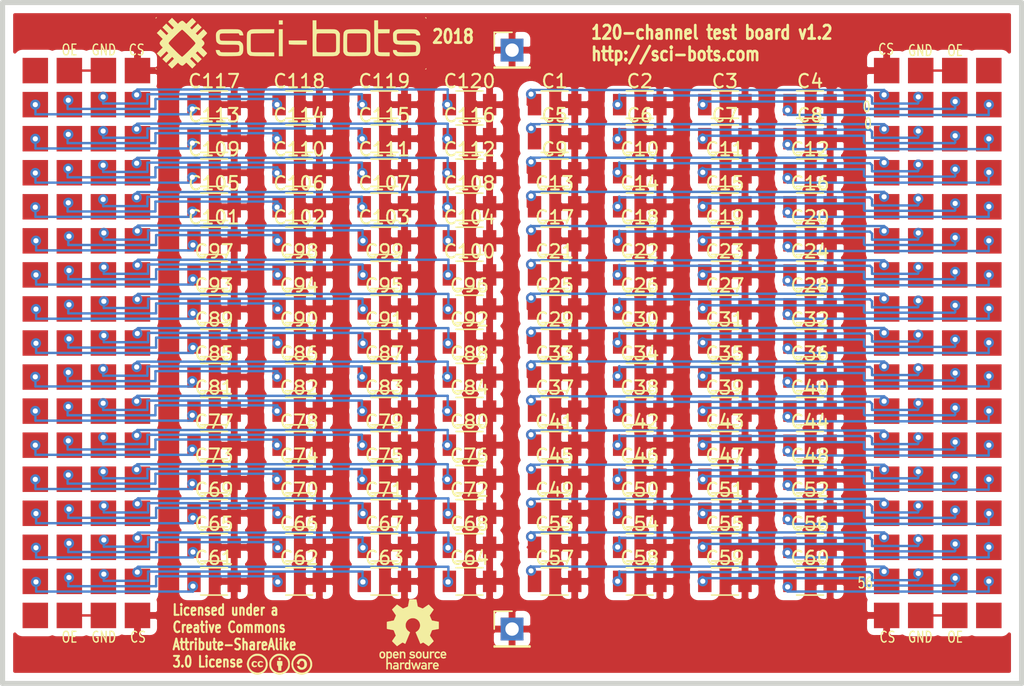
<source format=kicad_pcb>
(kicad_pcb (version 20171130) (host pcbnew "(5.1.5)-2")
  (title_block (title "120-channel test board") (date 2018-03-15) (rev v1.2) (company "Sci-Bots Inc."))
  (layers (0 Front signal) (31 Back signal) (34 B.Paste user) (35 F.Paste user) (36 B.SilkS user) (37 F.SilkS user) (38 B.Mask user) (39 F.Mask user) (44 Edge.Cuts user))
  (net 0 "")
  (net 1 "Net-(C1-Pad1)")
  (net 2 "Net-(C2-Pad1)")
  (net 3 "Net-(C3-Pad1)")
  (net 4 "Net-(C4-Pad1)")
  (net 5 "Net-(C5-Pad1)")
  (net 6 "Net-(C6-Pad1)")
  (net 7 "Net-(C7-Pad1)")
  (net 8 "Net-(C8-Pad1)")
  (net 9 "Net-(C9-Pad1)")
  (net 10 "Net-(C10-Pad1)")
  (net 11 "Net-(C11-Pad1)")
  (net 12 "Net-(C12-Pad1)")
  (net 13 "Net-(C13-Pad1)")
  (net 14 "Net-(C14-Pad1)")
  (net 15 "Net-(C15-Pad1)")
  (net 16 "Net-(C16-Pad1)")
  (net 17 "Net-(C17-Pad1)")
  (net 18 "Net-(C18-Pad1)")
  (net 19 "Net-(C19-Pad1)")
  (net 20 "Net-(C20-Pad1)")
  (net 21 "Net-(C21-Pad1)")
  (net 22 "Net-(C22-Pad1)")
  (net 23 "Net-(C23-Pad1)")
  (net 24 "Net-(C24-Pad1)")
  (net 25 "Net-(C25-Pad1)")
  (net 26 "Net-(C26-Pad1)")
  (net 27 "Net-(C27-Pad1)")
  (net 28 "Net-(C28-Pad1)")
  (net 29 "Net-(C29-Pad1)")
  (net 30 "Net-(C30-Pad1)")
  (net 31 "Net-(C31-Pad1)")
  (net 32 "Net-(C32-Pad1)")
  (net 33 "Net-(C33-Pad1)")
  (net 34 "Net-(C34-Pad1)")
  (net 35 "Net-(C35-Pad1)")
  (net 36 "Net-(C36-Pad1)")
  (net 37 "Net-(C37-Pad1)")
  (net 38 "Net-(C38-Pad1)")
  (net 39 "Net-(C39-Pad1)")
  (net 40 "Net-(C40-Pad1)")
  (net 41 "Net-(C41-Pad1)")
  (net 42 "Net-(C42-Pad1)")
  (net 43 "Net-(C43-Pad1)")
  (net 44 "Net-(C44-Pad1)")
  (net 45 "Net-(C45-Pad1)")
  (net 46 "Net-(C46-Pad1)")
  (net 47 "Net-(C47-Pad1)")
  (net 48 "Net-(C48-Pad1)")
  (net 49 "Net-(C49-Pad1)")
  (net 50 "Net-(C50-Pad1)")
  (net 51 "Net-(C51-Pad1)")
  (net 52 "Net-(C52-Pad1)")
  (net 53 "Net-(C53-Pad1)")
  (net 54 "Net-(C54-Pad1)")
  (net 55 "Net-(C55-Pad1)")
  (net 56 "Net-(C56-Pad1)")
  (net 57 "Net-(C57-Pad1)")
  (net 58 "Net-(C58-Pad1)")
  (net 59 "Net-(C59-Pad1)")
  (net 60 "Net-(C60-Pad1)")
  (net 61 "Net-(C61-Pad1)")
  (net 62 "Net-(C62-Pad1)")
  (net 63 "Net-(C63-Pad1)")
  (net 64 "Net-(C64-Pad1)")
  (net 65 "Net-(C65-Pad1)")
  (net 66 "Net-(C66-Pad1)")
  (net 67 "Net-(C67-Pad1)")
  (net 68 "Net-(C68-Pad1)")
  (net 69 "Net-(C69-Pad1)")
  (net 70 "Net-(C70-Pad1)")
  (net 71 "Net-(C71-Pad1)")
  (net 72 "Net-(C72-Pad1)")
  (net 73 "Net-(C73-Pad1)")
  (net 74 "Net-(C74-Pad1)")
  (net 75 "Net-(C75-Pad1)")
  (net 76 "Net-(C76-Pad1)")
  (net 77 "Net-(C77-Pad1)")
  (net 78 "Net-(C78-Pad1)")
  (net 79 "Net-(C79-Pad1)")
  (net 80 "Net-(C80-Pad1)")
  (net 81 "Net-(C81-Pad1)")
  (net 82 "Net-(C82-Pad1)")
  (net 83 "Net-(C83-Pad1)")
  (net 84 "Net-(C84-Pad1)")
  (net 85 "Net-(C85-Pad1)")
  (net 86 "Net-(C86-Pad1)")
  (net 87 "Net-(C87-Pad1)")
  (net 88 "Net-(C88-Pad1)")
  (net 89 "Net-(C89-Pad1)")
  (net 90 "Net-(C90-Pad1)")
  (net 91 "Net-(C91-Pad1)")
  (net 92 "Net-(C92-Pad1)")
  (net 93 "Net-(C93-Pad1)")
  (net 94 "Net-(C94-Pad1)")
  (net 95 "Net-(C95-Pad1)")
  (net 96 "Net-(C96-Pad1)")
  (net 97 "Net-(C97-Pad1)")
  (net 98 "Net-(C98-Pad1)")
  (net 99 "Net-(C99-Pad1)")
  (net 100 "Net-(C100-Pad1)")
  (net 101 "Net-(C101-Pad1)")
  (net 102 "Net-(C102-Pad1)")
  (net 103 "Net-(C103-Pad1)")
  (net 104 "Net-(C104-Pad1)")
  (net 105 "Net-(C105-Pad1)")
  (net 106 "Net-(C106-Pad1)")
  (net 107 "Net-(C107-Pad1)")
  (net 108 "Net-(C108-Pad1)")
  (net 109 "Net-(C109-Pad1)")
  (net 110 "Net-(C110-Pad1)")
  (net 111 "Net-(C111-Pad1)")
  (net 112 "Net-(C112-Pad1)")
  (net 113 "Net-(C113-Pad1)")
  (net 114 "Net-(C114-Pad1)")
  (net 115 "Net-(C115-Pad1)")
  (net 116 "Net-(C116-Pad1)")
  (net 117 "Net-(C117-Pad1)")
  (net 118 "Net-(C118-Pad1)")
  (net 119 "Net-(C119-Pad1)")
  (net 120 "Net-(C120-Pad1)")
  (net 121 CUR_SENSE)
  (net 122 "Net-(P126-Pad1)")
  (net 123 "Net-(P128-Pad1)")
  (net 124 "Net-(P130-Pad1)")
  (net 125 "Net-(P132-Pad1)")
  (net 126 "Net-(P134-Pad1)")
  (net 127 "Net-(P135-Pad1)")
  (net 128 "Net-(P136-Pad1)")
  (net 129 "Net-(P137-Pad1)")
  (module Capacitors_SMD:C_1206 (layer Front) (at 79.375 43.18)
    (fp_text reference C1 (at 0 -1.75) (layer F.SilkS))
    (fp_text value C)
    (pad 1 smd rect (at -1.5 0) (size 1 1.6) (layers Front F.Paste F.Mask) (net 1 "Net-(C1-Pad1)"))
    (pad 2 smd rect (at 1.5 0) (size 1 1.6) (layers Front F.Paste F.Mask) (net 121 CUR_SENSE))
  )
  (module Capacitors_SMD:C_1206 (layer Front) (at 85.725 43.18)
    (fp_text reference C2 (at 0 -1.75) (layer F.SilkS))
    (fp_text value C)
    (pad 1 smd rect (at -1.5 0) (size 1 1.6) (layers Front F.Paste F.Mask) (net 2 "Net-(C2-Pad1)"))
    (pad 2 smd rect (at 1.5 0) (size 1 1.6) (layers Front F.Paste F.Mask) (net 121 CUR_SENSE))
  )
  (module Capacitors_SMD:C_1206 (layer Front) (at 92.075 43.18)
    (fp_text reference C3 (at 0 -1.75) (layer F.SilkS))
    (fp_text value C)
    (pad 1 smd rect (at -1.5 0) (size 1 1.6) (layers Front F.Paste F.Mask) (net 3 "Net-(C3-Pad1)"))
    (pad 2 smd rect (at 1.5 0) (size 1 1.6) (layers Front F.Paste F.Mask) (net 121 CUR_SENSE))
  )
  (module Capacitors_SMD:C_1206 (layer Front) (at 98.425 43.18)
    (fp_text reference C4 (at 0 -1.75) (layer F.SilkS))
    (fp_text value C)
    (pad 1 smd rect (at -1.5 0) (size 1 1.6) (layers Front F.Paste F.Mask) (net 4 "Net-(C4-Pad1)"))
    (pad 2 smd rect (at 1.5 0) (size 1 1.6) (layers Front F.Paste F.Mask) (net 121 CUR_SENSE))
  )
  (module Capacitors_SMD:C_1206 (layer Front) (at 79.375 45.72)
    (fp_text reference C5 (at 0 -1.75) (layer F.SilkS))
    (fp_text value C)
    (pad 1 smd rect (at -1.5 0) (size 1 1.6) (layers Front F.Paste F.Mask) (net 5 "Net-(C5-Pad1)"))
    (pad 2 smd rect (at 1.5 0) (size 1 1.6) (layers Front F.Paste F.Mask) (net 121 CUR_SENSE))
  )
  (module Capacitors_SMD:C_1206 (layer Front) (at 85.725 45.72)
    (fp_text reference C6 (at 0 -1.75) (layer F.SilkS))
    (fp_text value C)
    (pad 1 smd rect (at -1.5 0) (size 1 1.6) (layers Front F.Paste F.Mask) (net 6 "Net-(C6-Pad1)"))
    (pad 2 smd rect (at 1.5 0) (size 1 1.6) (layers Front F.Paste F.Mask) (net 121 CUR_SENSE))
  )
  (module Capacitors_SMD:C_1206 (layer Front) (at 92.075 45.72)
    (fp_text reference C7 (at 0 -1.75) (layer F.SilkS))
    (fp_text value C)
    (pad 1 smd rect (at -1.5 0) (size 1 1.6) (layers Front F.Paste F.Mask) (net 7 "Net-(C7-Pad1)"))
    (pad 2 smd rect (at 1.5 0) (size 1 1.6) (layers Front F.Paste F.Mask) (net 121 CUR_SENSE))
  )
  (module Capacitors_SMD:C_1206 (layer Front) (at 98.425 45.72)
    (fp_text reference C8 (at 0 -1.75) (layer F.SilkS))
    (fp_text value C)
    (pad 1 smd rect (at -1.5 0) (size 1 1.6) (layers Front F.Paste F.Mask) (net 8 "Net-(C8-Pad1)"))
    (pad 2 smd rect (at 1.5 0) (size 1 1.6) (layers Front F.Paste F.Mask) (net 121 CUR_SENSE))
  )
  (module Capacitors_SMD:C_1206 (layer Front) (at 79.375 48.26)
    (fp_text reference C9 (at 0 -1.75) (layer F.SilkS))
    (fp_text value C)
    (pad 1 smd rect (at -1.5 0) (size 1 1.6) (layers Front F.Paste F.Mask) (net 9 "Net-(C9-Pad1)"))
    (pad 2 smd rect (at 1.5 0) (size 1 1.6) (layers Front F.Paste F.Mask) (net 121 CUR_SENSE))
  )
  (module Capacitors_SMD:C_1206 (layer Front) (at 85.725 48.26)
    (fp_text reference C10 (at 0 -1.75) (layer F.SilkS))
    (fp_text value C)
    (pad 1 smd rect (at -1.5 0) (size 1 1.6) (layers Front F.Paste F.Mask) (net 10 "Net-(C10-Pad1)"))
    (pad 2 smd rect (at 1.5 0) (size 1 1.6) (layers Front F.Paste F.Mask) (net 121 CUR_SENSE))
  )
  (module Capacitors_SMD:C_1206 (layer Front) (at 92.075 48.26)
    (fp_text reference C11 (at 0 -1.75) (layer F.SilkS))
    (fp_text value C)
    (pad 1 smd rect (at -1.5 0) (size 1 1.6) (layers Front F.Paste F.Mask) (net 11 "Net-(C11-Pad1)"))
    (pad 2 smd rect (at 1.5 0) (size 1 1.6) (layers Front F.Paste F.Mask) (net 121 CUR_SENSE))
  )
  (module Capacitors_SMD:C_1206 (layer Front) (at 98.425 48.26)
    (fp_text reference C12 (at 0 -1.75) (layer F.SilkS))
    (fp_text value C)
    (pad 1 smd rect (at -1.5 0) (size 1 1.6) (layers Front F.Paste F.Mask) (net 12 "Net-(C12-Pad1)"))
    (pad 2 smd rect (at 1.5 0) (size 1 1.6) (layers Front F.Paste F.Mask) (net 121 CUR_SENSE))
  )
  (module Capacitors_SMD:C_1206 (layer Front) (at 79.375 50.8)
    (fp_text reference C13 (at 0 -1.75) (layer F.SilkS))
    (fp_text value C)
    (pad 1 smd rect (at -1.5 0) (size 1 1.6) (layers Front F.Paste F.Mask) (net 13 "Net-(C13-Pad1)"))
    (pad 2 smd rect (at 1.5 0) (size 1 1.6) (layers Front F.Paste F.Mask) (net 121 CUR_SENSE))
  )
  (module Capacitors_SMD:C_1206 (layer Front) (at 85.725 50.8)
    (fp_text reference C14 (at 0 -1.75) (layer F.SilkS))
    (fp_text value C)
    (pad 1 smd rect (at -1.5 0) (size 1 1.6) (layers Front F.Paste F.Mask) (net 14 "Net-(C14-Pad1)"))
    (pad 2 smd rect (at 1.5 0) (size 1 1.6) (layers Front F.Paste F.Mask) (net 121 CUR_SENSE))
  )
  (module Capacitors_SMD:C_1206 (layer Front) (at 92.075 50.8)
    (fp_text reference C15 (at 0 -1.75) (layer F.SilkS))
    (fp_text value C)
    (pad 1 smd rect (at -1.5 0) (size 1 1.6) (layers Front F.Paste F.Mask) (net 15 "Net-(C15-Pad1)"))
    (pad 2 smd rect (at 1.5 0) (size 1 1.6) (layers Front F.Paste F.Mask) (net 121 CUR_SENSE))
  )
  (module Capacitors_SMD:C_1206 (layer Front) (at 98.425 50.8)
    (fp_text reference C16 (at 0 -1.75) (layer F.SilkS))
    (fp_text value C)
    (pad 1 smd rect (at -1.5 0) (size 1 1.6) (layers Front F.Paste F.Mask) (net 16 "Net-(C16-Pad1)"))
    (pad 2 smd rect (at 1.5 0) (size 1 1.6) (layers Front F.Paste F.Mask) (net 121 CUR_SENSE))
  )
  (module Capacitors_SMD:C_1206 (layer Front) (at 79.375 53.34)
    (fp_text reference C17 (at 0 -1.75) (layer F.SilkS))
    (fp_text value C)
    (pad 1 smd rect (at -1.5 0) (size 1 1.6) (layers Front F.Paste F.Mask) (net 17 "Net-(C17-Pad1)"))
    (pad 2 smd rect (at 1.5 0) (size 1 1.6) (layers Front F.Paste F.Mask) (net 121 CUR_SENSE))
  )
  (module Capacitors_SMD:C_1206 (layer Front) (at 85.725 53.34)
    (fp_text reference C18 (at 0 -1.75) (layer F.SilkS))
    (fp_text value C)
    (pad 1 smd rect (at -1.5 0) (size 1 1.6) (layers Front F.Paste F.Mask) (net 18 "Net-(C18-Pad1)"))
    (pad 2 smd rect (at 1.5 0) (size 1 1.6) (layers Front F.Paste F.Mask) (net 121 CUR_SENSE))
  )
  (module Capacitors_SMD:C_1206 (layer Front) (at 92.075 53.34)
    (fp_text reference C19 (at 0 -1.75) (layer F.SilkS))
    (fp_text value C)
    (pad 1 smd rect (at -1.5 0) (size 1 1.6) (layers Front F.Paste F.Mask) (net 19 "Net-(C19-Pad1)"))
    (pad 2 smd rect (at 1.5 0) (size 1 1.6) (layers Front F.Paste F.Mask) (net 121 CUR_SENSE))
  )
  (module Capacitors_SMD:C_1206 (layer Front) (at 98.425 53.34)
    (fp_text reference C20 (at 0 -1.75) (layer F.SilkS))
    (fp_text value C)
    (pad 1 smd rect (at -1.5 0) (size 1 1.6) (layers Front F.Paste F.Mask) (net 20 "Net-(C20-Pad1)"))
    (pad 2 smd rect (at 1.5 0) (size 1 1.6) (layers Front F.Paste F.Mask) (net 121 CUR_SENSE))
  )
  (module Capacitors_SMD:C_1206 (layer Front) (at 79.375 55.88)
    (fp_text reference C21 (at 0 -1.75) (layer F.SilkS))
    (fp_text value C)
    (pad 1 smd rect (at -1.5 0) (size 1 1.6) (layers Front F.Paste F.Mask) (net 21 "Net-(C21-Pad1)"))
    (pad 2 smd rect (at 1.5 0) (size 1 1.6) (layers Front F.Paste F.Mask) (net 121 CUR_SENSE))
  )
  (module Capacitors_SMD:C_1206 (layer Front) (at 85.725 55.88)
    (fp_text reference C22 (at 0 -1.75) (layer F.SilkS))
    (fp_text value C)
    (pad 1 smd rect (at -1.5 0) (size 1 1.6) (layers Front F.Paste F.Mask) (net 22 "Net-(C22-Pad1)"))
    (pad 2 smd rect (at 1.5 0) (size 1 1.6) (layers Front F.Paste F.Mask) (net 121 CUR_SENSE))
  )
  (module Capacitors_SMD:C_1206 (layer Front) (at 92.075 55.88)
    (fp_text reference C23 (at 0 -1.75) (layer F.SilkS))
    (fp_text value C)
    (pad 1 smd rect (at -1.5 0) (size 1 1.6) (layers Front F.Paste F.Mask) (net 23 "Net-(C23-Pad1)"))
    (pad 2 smd rect (at 1.5 0) (size 1 1.6) (layers Front F.Paste F.Mask) (net 121 CUR_SENSE))
  )
  (module Capacitors_SMD:C_1206 (layer Front) (at 98.425 55.88)
    (fp_text reference C24 (at 0 -1.75) (layer F.SilkS))
    (fp_text value C)
    (pad 1 smd rect (at -1.5 0) (size 1 1.6) (layers Front F.Paste F.Mask) (net 24 "Net-(C24-Pad1)"))
    (pad 2 smd rect (at 1.5 0) (size 1 1.6) (layers Front F.Paste F.Mask) (net 121 CUR_SENSE))
  )
  (module Capacitors_SMD:C_1206 (layer Front) (at 79.375 58.42)
    (fp_text reference C25 (at 0 -1.75) (layer F.SilkS))
    (fp_text value C)
    (pad 1 smd rect (at -1.5 0) (size 1 1.6) (layers Front F.Paste F.Mask) (net 25 "Net-(C25-Pad1)"))
    (pad 2 smd rect (at 1.5 0) (size 1 1.6) (layers Front F.Paste F.Mask) (net 121 CUR_SENSE))
  )
  (module Capacitors_SMD:C_1206 (layer Front) (at 85.725 58.42)
    (fp_text reference C26 (at 0 -1.75) (layer F.SilkS))
    (fp_text value C)
    (pad 1 smd rect (at -1.5 0) (size 1 1.6) (layers Front F.Paste F.Mask) (net 26 "Net-(C26-Pad1)"))
    (pad 2 smd rect (at 1.5 0) (size 1 1.6) (layers Front F.Paste F.Mask) (net 121 CUR_SENSE))
  )
  (module Capacitors_SMD:C_1206 (layer Front) (at 92.075 58.42)
    (fp_text reference C27 (at 0 -1.75) (layer F.SilkS))
    (fp_text value C)
    (pad 1 smd rect (at -1.5 0) (size 1 1.6) (layers Front F.Paste F.Mask) (net 27 "Net-(C27-Pad1)"))
    (pad 2 smd rect (at 1.5 0) (size 1 1.6) (layers Front F.Paste F.Mask) (net 121 CUR_SENSE))
  )
  (module Capacitors_SMD:C_1206 (layer Front) (at 98.425 58.42)
    (fp_text reference C28 (at 0 -1.75) (layer F.SilkS))
    (fp_text value C)
    (pad 1 smd rect (at -1.5 0) (size 1 1.6) (layers Front F.Paste F.Mask) (net 28 "Net-(C28-Pad1)"))
    (pad 2 smd rect (at 1.5 0) (size 1 1.6) (layers Front F.Paste F.Mask) (net 121 CUR_SENSE))
  )
  (module Capacitors_SMD:C_1206 (layer Front) (at 79.375 60.96)
    (fp_text reference C29 (at 0 -1.75) (layer F.SilkS))
    (fp_text value C)
    (pad 1 smd rect (at -1.5 0) (size 1 1.6) (layers Front F.Paste F.Mask) (net 29 "Net-(C29-Pad1)"))
    (pad 2 smd rect (at 1.5 0) (size 1 1.6) (layers Front F.Paste F.Mask) (net 121 CUR_SENSE))
  )
  (module Capacitors_SMD:C_1206 (layer Front) (at 85.725 60.96)
    (fp_text reference C30 (at 0 -1.75) (layer F.SilkS))
    (fp_text value C)
    (pad 1 smd rect (at -1.5 0) (size 1 1.6) (layers Front F.Paste F.Mask) (net 30 "Net-(C30-Pad1)"))
    (pad 2 smd rect (at 1.5 0) (size 1 1.6) (layers Front F.Paste F.Mask) (net 121 CUR_SENSE))
  )
  (module Capacitors_SMD:C_1206 (layer Front) (at 92.075 60.96)
    (fp_text reference C31 (at 0 -1.75) (layer F.SilkS))
    (fp_text value C)
    (pad 1 smd rect (at -1.5 0) (size 1 1.6) (layers Front F.Paste F.Mask) (net 31 "Net-(C31-Pad1)"))
    (pad 2 smd rect (at 1.5 0) (size 1 1.6) (layers Front F.Paste F.Mask) (net 121 CUR_SENSE))
  )
  (module Capacitors_SMD:C_1206 (layer Front) (at 98.425 60.96)
    (fp_text reference C32 (at 0 -1.75) (layer F.SilkS))
    (fp_text value C)
    (pad 1 smd rect (at -1.5 0) (size 1 1.6) (layers Front F.Paste F.Mask) (net 32 "Net-(C32-Pad1)"))
    (pad 2 smd rect (at 1.5 0) (size 1 1.6) (layers Front F.Paste F.Mask) (net 121 CUR_SENSE))
  )
  (module Capacitors_SMD:C_1206 (layer Front) (at 79.375 63.5)
    (fp_text reference C33 (at 0 -1.75) (layer F.SilkS))
    (fp_text value C)
    (pad 1 smd rect (at -1.5 0) (size 1 1.6) (layers Front F.Paste F.Mask) (net 33 "Net-(C33-Pad1)"))
    (pad 2 smd rect (at 1.5 0) (size 1 1.6) (layers Front F.Paste F.Mask) (net 121 CUR_SENSE))
  )
  (module Capacitors_SMD:C_1206 (layer Front) (at 85.725 63.5)
    (fp_text reference C34 (at 0 -1.75) (layer F.SilkS))
    (fp_text value C)
    (pad 1 smd rect (at -1.5 0) (size 1 1.6) (layers Front F.Paste F.Mask) (net 34 "Net-(C34-Pad1)"))
    (pad 2 smd rect (at 1.5 0) (size 1 1.6) (layers Front F.Paste F.Mask) (net 121 CUR_SENSE))
  )
  (module Capacitors_SMD:C_1206 (layer Front) (at 92.075 63.5)
    (fp_text reference C35 (at 0 -1.75) (layer F.SilkS))
    (fp_text value C)
    (pad 1 smd rect (at -1.5 0) (size 1 1.6) (layers Front F.Paste F.Mask) (net 35 "Net-(C35-Pad1)"))
    (pad 2 smd rect (at 1.5 0) (size 1 1.6) (layers Front F.Paste F.Mask) (net 121 CUR_SENSE))
  )
  (module Capacitors_SMD:C_1206 (layer Front) (at 98.425 63.5)
    (fp_text reference C36 (at 0 -1.75) (layer F.SilkS))
    (fp_text value C)
    (pad 1 smd rect (at -1.5 0) (size 1 1.6) (layers Front F.Paste F.Mask) (net 36 "Net-(C36-Pad1)"))
    (pad 2 smd rect (at 1.5 0) (size 1 1.6) (layers Front F.Paste F.Mask) (net 121 CUR_SENSE))
  )
  (module Capacitors_SMD:C_1206 (layer Front) (at 79.375 66.04)
    (fp_text reference C37 (at 0 -1.75) (layer F.SilkS))
    (fp_text value C)
    (pad 1 smd rect (at -1.5 0) (size 1 1.6) (layers Front F.Paste F.Mask) (net 37 "Net-(C37-Pad1)"))
    (pad 2 smd rect (at 1.5 0) (size 1 1.6) (layers Front F.Paste F.Mask) (net 121 CUR_SENSE))
  )
  (module Capacitors_SMD:C_1206 (layer Front) (at 85.725 66.04)
    (fp_text reference C38 (at 0 -1.75) (layer F.SilkS))
    (fp_text value C)
    (pad 1 smd rect (at -1.5 0) (size 1 1.6) (layers Front F.Paste F.Mask) (net 38 "Net-(C38-Pad1)"))
    (pad 2 smd rect (at 1.5 0) (size 1 1.6) (layers Front F.Paste F.Mask) (net 121 CUR_SENSE))
  )
  (module Capacitors_SMD:C_1206 (layer Front) (at 92.075 66.04)
    (fp_text reference C39 (at 0 -1.75) (layer F.SilkS))
    (fp_text value C)
    (pad 1 smd rect (at -1.5 0) (size 1 1.6) (layers Front F.Paste F.Mask) (net 39 "Net-(C39-Pad1)"))
    (pad 2 smd rect (at 1.5 0) (size 1 1.6) (layers Front F.Paste F.Mask) (net 121 CUR_SENSE))
  )
  (module Capacitors_SMD:C_1206 (layer Front) (at 98.425 66.04)
    (fp_text reference C40 (at 0 -1.75) (layer F.SilkS))
    (fp_text value C)
    (pad 1 smd rect (at -1.5 0) (size 1 1.6) (layers Front F.Paste F.Mask) (net 40 "Net-(C40-Pad1)"))
    (pad 2 smd rect (at 1.5 0) (size 1 1.6) (layers Front F.Paste F.Mask) (net 121 CUR_SENSE))
  )
  (module Capacitors_SMD:C_1206 (layer Front) (at 79.375 68.58)
    (fp_text reference C41 (at 0 -1.75) (layer F.SilkS))
    (fp_text value C)
    (pad 1 smd rect (at -1.5 0) (size 1 1.6) (layers Front F.Paste F.Mask) (net 41 "Net-(C41-Pad1)"))
    (pad 2 smd rect (at 1.5 0) (size 1 1.6) (layers Front F.Paste F.Mask) (net 121 CUR_SENSE))
  )
  (module Capacitors_SMD:C_1206 (layer Front) (at 85.725 68.58)
    (fp_text reference C42 (at 0 -1.75) (layer F.SilkS))
    (fp_text value C)
    (pad 1 smd rect (at -1.5 0) (size 1 1.6) (layers Front F.Paste F.Mask) (net 42 "Net-(C42-Pad1)"))
    (pad 2 smd rect (at 1.5 0) (size 1 1.6) (layers Front F.Paste F.Mask) (net 121 CUR_SENSE))
  )
  (module Capacitors_SMD:C_1206 (layer Front) (at 92.075 68.58)
    (fp_text reference C43 (at 0 -1.75) (layer F.SilkS))
    (fp_text value C)
    (pad 1 smd rect (at -1.5 0) (size 1 1.6) (layers Front F.Paste F.Mask) (net 43 "Net-(C43-Pad1)"))
    (pad 2 smd rect (at 1.5 0) (size 1 1.6) (layers Front F.Paste F.Mask) (net 121 CUR_SENSE))
  )
  (module Capacitors_SMD:C_1206 (layer Front) (at 98.425 68.58)
    (fp_text reference C44 (at 0 -1.75) (layer F.SilkS))
    (fp_text value C)
    (pad 1 smd rect (at -1.5 0) (size 1 1.6) (layers Front F.Paste F.Mask) (net 44 "Net-(C44-Pad1)"))
    (pad 2 smd rect (at 1.5 0) (size 1 1.6) (layers Front F.Paste F.Mask) (net 121 CUR_SENSE))
  )
  (module Capacitors_SMD:C_1206 (layer Front) (at 79.375 71.12)
    (fp_text reference C45 (at 0 -1.75) (layer F.SilkS))
    (fp_text value C)
    (pad 1 smd rect (at -1.5 0) (size 1 1.6) (layers Front F.Paste F.Mask) (net 45 "Net-(C45-Pad1)"))
    (pad 2 smd rect (at 1.5 0) (size 1 1.6) (layers Front F.Paste F.Mask) (net 121 CUR_SENSE))
  )
  (module Capacitors_SMD:C_1206 (layer Front) (at 85.725 71.12)
    (fp_text reference C46 (at 0 -1.75) (layer F.SilkS))
    (fp_text value C)
    (pad 1 smd rect (at -1.5 0) (size 1 1.6) (layers Front F.Paste F.Mask) (net 46 "Net-(C46-Pad1)"))
    (pad 2 smd rect (at 1.5 0) (size 1 1.6) (layers Front F.Paste F.Mask) (net 121 CUR_SENSE))
  )
  (module Capacitors_SMD:C_1206 (layer Front) (at 92.075 71.12)
    (fp_text reference C47 (at 0 -1.75) (layer F.SilkS))
    (fp_text value C)
    (pad 1 smd rect (at -1.5 0) (size 1 1.6) (layers Front F.Paste F.Mask) (net 47 "Net-(C47-Pad1)"))
    (pad 2 smd rect (at 1.5 0) (size 1 1.6) (layers Front F.Paste F.Mask) (net 121 CUR_SENSE))
  )
  (module Capacitors_SMD:C_1206 (layer Front) (at 98.425 71.12)
    (fp_text reference C48 (at 0 -1.75) (layer F.SilkS))
    (fp_text value C)
    (pad 1 smd rect (at -1.5 0) (size 1 1.6) (layers Front F.Paste F.Mask) (net 48 "Net-(C48-Pad1)"))
    (pad 2 smd rect (at 1.5 0) (size 1 1.6) (layers Front F.Paste F.Mask) (net 121 CUR_SENSE))
  )
  (module Capacitors_SMD:C_1206 (layer Front) (at 79.375 73.66)
    (fp_text reference C49 (at 0 -1.75) (layer F.SilkS))
    (fp_text value C)
    (pad 1 smd rect (at -1.5 0) (size 1 1.6) (layers Front F.Paste F.Mask) (net 49 "Net-(C49-Pad1)"))
    (pad 2 smd rect (at 1.5 0) (size 1 1.6) (layers Front F.Paste F.Mask) (net 121 CUR_SENSE))
  )
  (module Capacitors_SMD:C_1206 (layer Front) (at 85.725 73.66)
    (fp_text reference C50 (at 0 -1.75) (layer F.SilkS))
    (fp_text value C)
    (pad 1 smd rect (at -1.5 0) (size 1 1.6) (layers Front F.Paste F.Mask) (net 50 "Net-(C50-Pad1)"))
    (pad 2 smd rect (at 1.5 0) (size 1 1.6) (layers Front F.Paste F.Mask) (net 121 CUR_SENSE))
  )
  (module Capacitors_SMD:C_1206 (layer Front) (at 92.075 73.66)
    (fp_text reference C51 (at 0 -1.75) (layer F.SilkS))
    (fp_text value C)
    (pad 1 smd rect (at -1.5 0) (size 1 1.6) (layers Front F.Paste F.Mask) (net 51 "Net-(C51-Pad1)"))
    (pad 2 smd rect (at 1.5 0) (size 1 1.6) (layers Front F.Paste F.Mask) (net 121 CUR_SENSE))
  )
  (module Capacitors_SMD:C_1206 (layer Front) (at 98.425 73.66)
    (fp_text reference C52 (at 0 -1.75) (layer F.SilkS))
    (fp_text value C)
    (pad 1 smd rect (at -1.5 0) (size 1 1.6) (layers Front F.Paste F.Mask) (net 52 "Net-(C52-Pad1)"))
    (pad 2 smd rect (at 1.5 0) (size 1 1.6) (layers Front F.Paste F.Mask) (net 121 CUR_SENSE))
  )
  (module Capacitors_SMD:C_1206 (layer Front) (at 79.375 76.2)
    (fp_text reference C53 (at 0 -1.75) (layer F.SilkS))
    (fp_text value C)
    (pad 1 smd rect (at -1.5 0) (size 1 1.6) (layers Front F.Paste F.Mask) (net 53 "Net-(C53-Pad1)"))
    (pad 2 smd rect (at 1.5 0) (size 1 1.6) (layers Front F.Paste F.Mask) (net 121 CUR_SENSE))
  )
  (module Capacitors_SMD:C_1206 (layer Front) (at 85.725 76.2)
    (fp_text reference C54 (at 0 -1.75) (layer F.SilkS))
    (fp_text value C)
    (pad 1 smd rect (at -1.5 0) (size 1 1.6) (layers Front F.Paste F.Mask) (net 54 "Net-(C54-Pad1)"))
    (pad 2 smd rect (at 1.5 0) (size 1 1.6) (layers Front F.Paste F.Mask) (net 121 CUR_SENSE))
  )
  (module Capacitors_SMD:C_1206 (layer Front) (at 92.075 76.2)
    (fp_text reference C55 (at 0 -1.75) (layer F.SilkS))
    (fp_text value C)
    (pad 1 smd rect (at -1.5 0) (size 1 1.6) (layers Front F.Paste F.Mask) (net 55 "Net-(C55-Pad1)"))
    (pad 2 smd rect (at 1.5 0) (size 1 1.6) (layers Front F.Paste F.Mask) (net 121 CUR_SENSE))
  )
  (module Capacitors_SMD:C_1206 (layer Front) (at 98.425 76.2)
    (fp_text reference C56 (at 0 -1.75) (layer F.SilkS))
    (fp_text value C)
    (pad 1 smd rect (at -1.5 0) (size 1 1.6) (layers Front F.Paste F.Mask) (net 56 "Net-(C56-Pad1)"))
    (pad 2 smd rect (at 1.5 0) (size 1 1.6) (layers Front F.Paste F.Mask) (net 121 CUR_SENSE))
  )
  (module Capacitors_SMD:C_1206 (layer Front) (at 79.375 78.74)
    (fp_text reference C57 (at 0 -1.75) (layer F.SilkS))
    (fp_text value C)
    (pad 1 smd rect (at -1.5 0) (size 1 1.6) (layers Front F.Paste F.Mask) (net 57 "Net-(C57-Pad1)"))
    (pad 2 smd rect (at 1.5 0) (size 1 1.6) (layers Front F.Paste F.Mask) (net 121 CUR_SENSE))
  )
  (module Capacitors_SMD:C_1206 (layer Front) (at 85.725 78.74)
    (fp_text reference C58 (at 0 -1.75) (layer F.SilkS))
    (fp_text value C)
    (pad 1 smd rect (at -1.5 0) (size 1 1.6) (layers Front F.Paste F.Mask) (net 58 "Net-(C58-Pad1)"))
    (pad 2 smd rect (at 1.5 0) (size 1 1.6) (layers Front F.Paste F.Mask) (net 121 CUR_SENSE))
  )
  (module Capacitors_SMD:C_1206 (layer Front) (at 92.075 78.74)
    (fp_text reference C59 (at 0 -1.75) (layer F.SilkS))
    (fp_text value C)
    (pad 1 smd rect (at -1.5 0) (size 1 1.6) (layers Front F.Paste F.Mask) (net 59 "Net-(C59-Pad1)"))
    (pad 2 smd rect (at 1.5 0) (size 1 1.6) (layers Front F.Paste F.Mask) (net 121 CUR_SENSE))
  )
  (module Capacitors_SMD:C_1206 (layer Front) (at 98.425 78.74)
    (fp_text reference C60 (at 0 -1.75) (layer F.SilkS))
    (fp_text value C)
    (pad 1 smd rect (at -1.5 0) (size 1 1.6) (layers Front F.Paste F.Mask) (net 60 "Net-(C60-Pad1)"))
    (pad 2 smd rect (at 1.5 0) (size 1 1.6) (layers Front F.Paste F.Mask) (net 121 CUR_SENSE))
  )
  (module Capacitors_SMD:C_1206 (layer Front) (at 53.975 78.74)
    (fp_text reference C61 (at 0 -1.75) (layer F.SilkS))
    (fp_text value C)
    (pad 1 smd rect (at -1.5 0) (size 1 1.6) (layers Front F.Paste F.Mask) (net 61 "Net-(C61-Pad1)"))
    (pad 2 smd rect (at 1.5 0) (size 1 1.6) (layers Front F.Paste F.Mask) (net 121 CUR_SENSE))
  )
  (module Capacitors_SMD:C_1206 (layer Front) (at 60.325 78.74)
    (fp_text reference C62 (at 0 -1.75) (layer F.SilkS))
    (fp_text value C)
    (pad 1 smd rect (at -1.5 0) (size 1 1.6) (layers Front F.Paste F.Mask) (net 62 "Net-(C62-Pad1)"))
    (pad 2 smd rect (at 1.5 0) (size 1 1.6) (layers Front F.Paste F.Mask) (net 121 CUR_SENSE))
  )
  (module Capacitors_SMD:C_1206 (layer Front) (at 66.675 78.74)
    (fp_text reference C63 (at 0 -1.75) (layer F.SilkS))
    (fp_text value C)
    (pad 1 smd rect (at -1.5 0) (size 1 1.6) (layers Front F.Paste F.Mask) (net 63 "Net-(C63-Pad1)"))
    (pad 2 smd rect (at 1.5 0) (size 1 1.6) (layers Front F.Paste F.Mask) (net 121 CUR_SENSE))
  )
  (module Capacitors_SMD:C_1206 (layer Front) (at 73.025 78.74)
    (fp_text reference C64 (at 0 -1.75) (layer F.SilkS))
    (fp_text value C)
    (pad 1 smd rect (at -1.5 0) (size 1 1.6) (layers Front F.Paste F.Mask) (net 64 "Net-(C64-Pad1)"))
    (pad 2 smd rect (at 1.5 0) (size 1 1.6) (layers Front F.Paste F.Mask) (net 121 CUR_SENSE))
  )
  (module Capacitors_SMD:C_1206 (layer Front) (at 53.975 76.2)
    (fp_text reference C65 (at 0 -1.75) (layer F.SilkS))
    (fp_text value C)
    (pad 1 smd rect (at -1.5 0) (size 1 1.6) (layers Front F.Paste F.Mask) (net 65 "Net-(C65-Pad1)"))
    (pad 2 smd rect (at 1.5 0) (size 1 1.6) (layers Front F.Paste F.Mask) (net 121 CUR_SENSE))
  )
  (module Capacitors_SMD:C_1206 (layer Front) (at 60.325 76.2)
    (fp_text reference C66 (at 0 -1.75) (layer F.SilkS))
    (fp_text value C)
    (pad 1 smd rect (at -1.5 0) (size 1 1.6) (layers Front F.Paste F.Mask) (net 66 "Net-(C66-Pad1)"))
    (pad 2 smd rect (at 1.5 0) (size 1 1.6) (layers Front F.Paste F.Mask) (net 121 CUR_SENSE))
  )
  (module Capacitors_SMD:C_1206 (layer Front) (at 66.675 76.2)
    (fp_text reference C67 (at 0 -1.75) (layer F.SilkS))
    (fp_text value C)
    (pad 1 smd rect (at -1.5 0) (size 1 1.6) (layers Front F.Paste F.Mask) (net 67 "Net-(C67-Pad1)"))
    (pad 2 smd rect (at 1.5 0) (size 1 1.6) (layers Front F.Paste F.Mask) (net 121 CUR_SENSE))
  )
  (module Capacitors_SMD:C_1206 (layer Front) (at 73.025 76.2)
    (fp_text reference C68 (at 0 -1.75) (layer F.SilkS))
    (fp_text value C)
    (pad 1 smd rect (at -1.5 0) (size 1 1.6) (layers Front F.Paste F.Mask) (net 68 "Net-(C68-Pad1)"))
    (pad 2 smd rect (at 1.5 0) (size 1 1.6) (layers Front F.Paste F.Mask) (net 121 CUR_SENSE))
  )
  (module Capacitors_SMD:C_1206 (layer Front) (at 53.975 73.66)
    (fp_text reference C69 (at 0 -1.75) (layer F.SilkS))
    (fp_text value C)
    (pad 1 smd rect (at -1.5 0) (size 1 1.6) (layers Front F.Paste F.Mask) (net 69 "Net-(C69-Pad1)"))
    (pad 2 smd rect (at 1.5 0) (size 1 1.6) (layers Front F.Paste F.Mask) (net 121 CUR_SENSE))
  )
  (module Capacitors_SMD:C_1206 (layer Front) (at 60.325 73.66)
    (fp_text reference C70 (at 0 -1.75) (layer F.SilkS))
    (fp_text value C)
    (pad 1 smd rect (at -1.5 0) (size 1 1.6) (layers Front F.Paste F.Mask) (net 70 "Net-(C70-Pad1)"))
    (pad 2 smd rect (at 1.5 0) (size 1 1.6) (layers Front F.Paste F.Mask) (net 121 CUR_SENSE))
  )
  (module Capacitors_SMD:C_1206 (layer Front) (at 66.675 73.66)
    (fp_text reference C71 (at 0 -1.75) (layer F.SilkS))
    (fp_text value C)
    (pad 1 smd rect (at -1.5 0) (size 1 1.6) (layers Front F.Paste F.Mask) (net 71 "Net-(C71-Pad1)"))
    (pad 2 smd rect (at 1.5 0) (size 1 1.6) (layers Front F.Paste F.Mask) (net 121 CUR_SENSE))
  )
  (module Capacitors_SMD:C_1206 (layer Front) (at 73.025 73.66)
    (fp_text reference C72 (at 0 -1.75) (layer F.SilkS))
    (fp_text value C)
    (pad 1 smd rect (at -1.5 0) (size 1 1.6) (layers Front F.Paste F.Mask) (net 72 "Net-(C72-Pad1)"))
    (pad 2 smd rect (at 1.5 0) (size 1 1.6) (layers Front F.Paste F.Mask) (net 121 CUR_SENSE))
  )
  (module Capacitors_SMD:C_1206 (layer Front) (at 53.975 71.12)
    (fp_text reference C73 (at 0 -1.75) (layer F.SilkS))
    (fp_text value C)
    (pad 1 smd rect (at -1.5 0) (size 1 1.6) (layers Front F.Paste F.Mask) (net 73 "Net-(C73-Pad1)"))
    (pad 2 smd rect (at 1.5 0) (size 1 1.6) (layers Front F.Paste F.Mask) (net 121 CUR_SENSE))
  )
  (module Capacitors_SMD:C_1206 (layer Front) (at 60.325 71.12)
    (fp_text reference C74 (at 0 -1.75) (layer F.SilkS))
    (fp_text value C)
    (pad 1 smd rect (at -1.5 0) (size 1 1.6) (layers Front F.Paste F.Mask) (net 74 "Net-(C74-Pad1)"))
    (pad 2 smd rect (at 1.5 0) (size 1 1.6) (layers Front F.Paste F.Mask) (net 121 CUR_SENSE))
  )
  (module Capacitors_SMD:C_1206 (layer Front) (at 66.675 71.12)
    (fp_text reference C75 (at 0 -1.75) (layer F.SilkS))
    (fp_text value C)
    (pad 1 smd rect (at -1.5 0) (size 1 1.6) (layers Front F.Paste F.Mask) (net 75 "Net-(C75-Pad1)"))
    (pad 2 smd rect (at 1.5 0) (size 1 1.6) (layers Front F.Paste F.Mask) (net 121 CUR_SENSE))
  )
  (module Capacitors_SMD:C_1206 (layer Front) (at 73.025 71.12)
    (fp_text reference C76 (at 0 -1.75) (layer F.SilkS))
    (fp_text value C)
    (pad 1 smd rect (at -1.5 0) (size 1 1.6) (layers Front F.Paste F.Mask) (net 76 "Net-(C76-Pad1)"))
    (pad 2 smd rect (at 1.5 0) (size 1 1.6) (layers Front F.Paste F.Mask) (net 121 CUR_SENSE))
  )
  (module Capacitors_SMD:C_1206 (layer Front) (at 53.975 68.58)
    (fp_text reference C77 (at 0 -1.75) (layer F.SilkS))
    (fp_text value C)
    (pad 1 smd rect (at -1.5 0) (size 1 1.6) (layers Front F.Paste F.Mask) (net 77 "Net-(C77-Pad1)"))
    (pad 2 smd rect (at 1.5 0) (size 1 1.6) (layers Front F.Paste F.Mask) (net 121 CUR_SENSE))
  )
  (module Capacitors_SMD:C_1206 (layer Front) (at 60.325 68.58)
    (fp_text reference C78 (at 0 -1.75) (layer F.SilkS))
    (fp_text value C)
    (pad 1 smd rect (at -1.5 0) (size 1 1.6) (layers Front F.Paste F.Mask) (net 78 "Net-(C78-Pad1)"))
    (pad 2 smd rect (at 1.5 0) (size 1 1.6) (layers Front F.Paste F.Mask) (net 121 CUR_SENSE))
  )
  (module Capacitors_SMD:C_1206 (layer Front) (at 66.675 68.58)
    (fp_text reference C79 (at 0 -1.75) (layer F.SilkS))
    (fp_text value C)
    (pad 1 smd rect (at -1.5 0) (size 1 1.6) (layers Front F.Paste F.Mask) (net 79 "Net-(C79-Pad1)"))
    (pad 2 smd rect (at 1.5 0) (size 1 1.6) (layers Front F.Paste F.Mask) (net 121 CUR_SENSE))
  )
  (module Capacitors_SMD:C_1206 (layer Front) (at 73.025 68.58)
    (fp_text reference C80 (at 0 -1.75) (layer F.SilkS))
    (fp_text value C)
    (pad 1 smd rect (at -1.5 0) (size 1 1.6) (layers Front F.Paste F.Mask) (net 80 "Net-(C80-Pad1)"))
    (pad 2 smd rect (at 1.5 0) (size 1 1.6) (layers Front F.Paste F.Mask) (net 121 CUR_SENSE))
  )
  (module Capacitors_SMD:C_1206 (layer Front) (at 53.975 66.04)
    (fp_text reference C81 (at 0 -1.75) (layer F.SilkS))
    (fp_text value C)
    (pad 1 smd rect (at -1.5 0) (size 1 1.6) (layers Front F.Paste F.Mask) (net 81 "Net-(C81-Pad1)"))
    (pad 2 smd rect (at 1.5 0) (size 1 1.6) (layers Front F.Paste F.Mask) (net 121 CUR_SENSE))
  )
  (module Capacitors_SMD:C_1206 (layer Front) (at 60.325 66.04)
    (fp_text reference C82 (at 0 -1.75) (layer F.SilkS))
    (fp_text value C)
    (pad 1 smd rect (at -1.5 0) (size 1 1.6) (layers Front F.Paste F.Mask) (net 82 "Net-(C82-Pad1)"))
    (pad 2 smd rect (at 1.5 0) (size 1 1.6) (layers Front F.Paste F.Mask) (net 121 CUR_SENSE))
  )
  (module Capacitors_SMD:C_1206 (layer Front) (at 66.675 66.04)
    (fp_text reference C83 (at 0 -1.75) (layer F.SilkS))
    (fp_text value C)
    (pad 1 smd rect (at -1.5 0) (size 1 1.6) (layers Front F.Paste F.Mask) (net 83 "Net-(C83-Pad1)"))
    (pad 2 smd rect (at 1.5 0) (size 1 1.6) (layers Front F.Paste F.Mask) (net 121 CUR_SENSE))
  )
  (module Capacitors_SMD:C_1206 (layer Front) (at 73.025 66.04)
    (fp_text reference C84 (at 0 -1.75) (layer F.SilkS))
    (fp_text value C)
    (pad 1 smd rect (at -1.5 0) (size 1 1.6) (layers Front F.Paste F.Mask) (net 84 "Net-(C84-Pad1)"))
    (pad 2 smd rect (at 1.5 0) (size 1 1.6) (layers Front F.Paste F.Mask) (net 121 CUR_SENSE))
  )
  (module Capacitors_SMD:C_1206 (layer Front) (at 53.975 63.5)
    (fp_text reference C85 (at 0 -1.75) (layer F.SilkS))
    (fp_text value C)
    (pad 1 smd rect (at -1.5 0) (size 1 1.6) (layers Front F.Paste F.Mask) (net 85 "Net-(C85-Pad1)"))
    (pad 2 smd rect (at 1.5 0) (size 1 1.6) (layers Front F.Paste F.Mask) (net 121 CUR_SENSE))
  )
  (module Capacitors_SMD:C_1206 (layer Front) (at 60.325 63.5)
    (fp_text reference C86 (at 0 -1.75) (layer F.SilkS))
    (fp_text value C)
    (pad 1 smd rect (at -1.5 0) (size 1 1.6) (layers Front F.Paste F.Mask) (net 86 "Net-(C86-Pad1)"))
    (pad 2 smd rect (at 1.5 0) (size 1 1.6) (layers Front F.Paste F.Mask) (net 121 CUR_SENSE))
  )
  (module Capacitors_SMD:C_1206 (layer Front) (at 66.675 63.5)
    (fp_text reference C87 (at 0 -1.75) (layer F.SilkS))
    (fp_text value C)
    (pad 1 smd rect (at -1.5 0) (size 1 1.6) (layers Front F.Paste F.Mask) (net 87 "Net-(C87-Pad1)"))
    (pad 2 smd rect (at 1.5 0) (size 1 1.6) (layers Front F.Paste F.Mask) (net 121 CUR_SENSE))
  )
  (module Capacitors_SMD:C_1206 (layer Front) (at 73.025 63.5)
    (fp_text reference C88 (at 0 -1.75) (layer F.SilkS))
    (fp_text value C)
    (pad 1 smd rect (at -1.5 0) (size 1 1.6) (layers Front F.Paste F.Mask) (net 88 "Net-(C88-Pad1)"))
    (pad 2 smd rect (at 1.5 0) (size 1 1.6) (layers Front F.Paste F.Mask) (net 121 CUR_SENSE))
  )
  (module Capacitors_SMD:C_1206 (layer Front) (at 53.975 60.96)
    (fp_text reference C89 (at 0 -1.75) (layer F.SilkS))
    (fp_text value C)
    (pad 1 smd rect (at -1.5 0) (size 1 1.6) (layers Front F.Paste F.Mask) (net 89 "Net-(C89-Pad1)"))
    (pad 2 smd rect (at 1.5 0) (size 1 1.6) (layers Front F.Paste F.Mask) (net 121 CUR_SENSE))
  )
  (module Capacitors_SMD:C_1206 (layer Front) (at 60.325 60.96)
    (fp_text reference C90 (at 0 -1.75) (layer F.SilkS))
    (fp_text value C)
    (pad 1 smd rect (at -1.5 0) (size 1 1.6) (layers Front F.Paste F.Mask) (net 90 "Net-(C90-Pad1)"))
    (pad 2 smd rect (at 1.5 0) (size 1 1.6) (layers Front F.Paste F.Mask) (net 121 CUR_SENSE))
  )
  (module Capacitors_SMD:C_1206 (layer Front) (at 66.675 60.96)
    (fp_text reference C91 (at 0 -1.75) (layer F.SilkS))
    (fp_text value C)
    (pad 1 smd rect (at -1.5 0) (size 1 1.6) (layers Front F.Paste F.Mask) (net 91 "Net-(C91-Pad1)"))
    (pad 2 smd rect (at 1.5 0) (size 1 1.6) (layers Front F.Paste F.Mask) (net 121 CUR_SENSE))
  )
  (module Capacitors_SMD:C_1206 (layer Front) (at 73.025 60.96)
    (fp_text reference C92 (at 0 -1.75) (layer F.SilkS))
    (fp_text value C)
    (pad 1 smd rect (at -1.5 0) (size 1 1.6) (layers Front F.Paste F.Mask) (net 92 "Net-(C92-Pad1)"))
    (pad 2 smd rect (at 1.5 0) (size 1 1.6) (layers Front F.Paste F.Mask) (net 121 CUR_SENSE))
  )
  (module Capacitors_SMD:C_1206 (layer Front) (at 53.975 58.42)
    (fp_text reference C93 (at 0 -1.75) (layer F.SilkS))
    (fp_text value C)
    (pad 1 smd rect (at -1.5 0) (size 1 1.6) (layers Front F.Paste F.Mask) (net 93 "Net-(C93-Pad1)"))
    (pad 2 smd rect (at 1.5 0) (size 1 1.6) (layers Front F.Paste F.Mask) (net 121 CUR_SENSE))
  )
  (module Capacitors_SMD:C_1206 (layer Front) (at 60.325 58.42)
    (fp_text reference C94 (at 0 -1.75) (layer F.SilkS))
    (fp_text value C)
    (pad 1 smd rect (at -1.5 0) (size 1 1.6) (layers Front F.Paste F.Mask) (net 94 "Net-(C94-Pad1)"))
    (pad 2 smd rect (at 1.5 0) (size 1 1.6) (layers Front F.Paste F.Mask) (net 121 CUR_SENSE))
  )
  (module Capacitors_SMD:C_1206 (layer Front) (at 66.675 58.42)
    (fp_text reference C95 (at 0 -1.75) (layer F.SilkS))
    (fp_text value C)
    (pad 1 smd rect (at -1.5 0) (size 1 1.6) (layers Front F.Paste F.Mask) (net 95 "Net-(C95-Pad1)"))
    (pad 2 smd rect (at 1.5 0) (size 1 1.6) (layers Front F.Paste F.Mask) (net 121 CUR_SENSE))
  )
  (module Capacitors_SMD:C_1206 (layer Front) (at 73.025 58.42)
    (fp_text reference C96 (at 0 -1.75) (layer F.SilkS))
    (fp_text value C)
    (pad 1 smd rect (at -1.5 0) (size 1 1.6) (layers Front F.Paste F.Mask) (net 96 "Net-(C96-Pad1)"))
    (pad 2 smd rect (at 1.5 0) (size 1 1.6) (layers Front F.Paste F.Mask) (net 121 CUR_SENSE))
  )
  (module Capacitors_SMD:C_1206 (layer Front) (at 53.975 55.88)
    (fp_text reference C97 (at 0 -1.75) (layer F.SilkS))
    (fp_text value C)
    (pad 1 smd rect (at -1.5 0) (size 1 1.6) (layers Front F.Paste F.Mask) (net 97 "Net-(C97-Pad1)"))
    (pad 2 smd rect (at 1.5 0) (size 1 1.6) (layers Front F.Paste F.Mask) (net 121 CUR_SENSE))
  )
  (module Capacitors_SMD:C_1206 (layer Front) (at 60.325 55.88)
    (fp_text reference C98 (at 0 -1.75) (layer F.SilkS))
    (fp_text value C)
    (pad 1 smd rect (at -1.5 0) (size 1 1.6) (layers Front F.Paste F.Mask) (net 98 "Net-(C98-Pad1)"))
    (pad 2 smd rect (at 1.5 0) (size 1 1.6) (layers Front F.Paste F.Mask) (net 121 CUR_SENSE))
  )
  (module Capacitors_SMD:C_1206 (layer Front) (at 66.675 55.88)
    (fp_text reference C99 (at 0 -1.75) (layer F.SilkS))
    (fp_text value C)
    (pad 1 smd rect (at -1.5 0) (size 1 1.6) (layers Front F.Paste F.Mask) (net 99 "Net-(C99-Pad1)"))
    (pad 2 smd rect (at 1.5 0) (size 1 1.6) (layers Front F.Paste F.Mask) (net 121 CUR_SENSE))
  )
  (module Capacitors_SMD:C_1206 (layer Front) (at 73.025 55.88)
    (fp_text reference C100 (at 0 -1.75) (layer F.SilkS))
    (fp_text value C)
    (pad 1 smd rect (at -1.5 0) (size 1 1.6) (layers Front F.Paste F.Mask) (net 100 "Net-(C100-Pad1)"))
    (pad 2 smd rect (at 1.5 0) (size 1 1.6) (layers Front F.Paste F.Mask) (net 121 CUR_SENSE))
  )
  (module Capacitors_SMD:C_1206 (layer Front) (at 53.975 53.34)
    (fp_text reference C101 (at 0 -1.75) (layer F.SilkS))
    (fp_text value C)
    (pad 1 smd rect (at -1.5 0) (size 1 1.6) (layers Front F.Paste F.Mask) (net 101 "Net-(C101-Pad1)"))
    (pad 2 smd rect (at 1.5 0) (size 1 1.6) (layers Front F.Paste F.Mask) (net 121 CUR_SENSE))
  )
  (module Capacitors_SMD:C_1206 (layer Front) (at 60.325 53.34)
    (fp_text reference C102 (at 0 -1.75) (layer F.SilkS))
    (fp_text value C)
    (pad 1 smd rect (at -1.5 0) (size 1 1.6) (layers Front F.Paste F.Mask) (net 102 "Net-(C102-Pad1)"))
    (pad 2 smd rect (at 1.5 0) (size 1 1.6) (layers Front F.Paste F.Mask) (net 121 CUR_SENSE))
  )
  (module Capacitors_SMD:C_1206 (layer Front) (at 66.675 53.34)
    (fp_text reference C103 (at 0 -1.75) (layer F.SilkS))
    (fp_text value C)
    (pad 1 smd rect (at -1.5 0) (size 1 1.6) (layers Front F.Paste F.Mask) (net 103 "Net-(C103-Pad1)"))
    (pad 2 smd rect (at 1.5 0) (size 1 1.6) (layers Front F.Paste F.Mask) (net 121 CUR_SENSE))
  )
  (module Capacitors_SMD:C_1206 (layer Front) (at 73.025 53.34)
    (fp_text reference C104 (at 0 -1.75) (layer F.SilkS))
    (fp_text value C)
    (pad 1 smd rect (at -1.5 0) (size 1 1.6) (layers Front F.Paste F.Mask) (net 104 "Net-(C104-Pad1)"))
    (pad 2 smd rect (at 1.5 0) (size 1 1.6) (layers Front F.Paste F.Mask) (net 121 CUR_SENSE))
  )
  (module Capacitors_SMD:C_1206 (layer Front) (at 53.975 50.8)
    (fp_text reference C105 (at 0 -1.75) (layer F.SilkS))
    (fp_text value C)
    (pad 1 smd rect (at -1.5 0) (size 1 1.6) (layers Front F.Paste F.Mask) (net 105 "Net-(C105-Pad1)"))
    (pad 2 smd rect (at 1.5 0) (size 1 1.6) (layers Front F.Paste F.Mask) (net 121 CUR_SENSE))
  )
  (module Capacitors_SMD:C_1206 (layer Front) (at 60.325 50.8)
    (fp_text reference C106 (at 0 -1.75) (layer F.SilkS))
    (fp_text value C)
    (pad 1 smd rect (at -1.5 0) (size 1 1.6) (layers Front F.Paste F.Mask) (net 106 "Net-(C106-Pad1)"))
    (pad 2 smd rect (at 1.5 0) (size 1 1.6) (layers Front F.Paste F.Mask) (net 121 CUR_SENSE))
  )
  (module Capacitors_SMD:C_1206 (layer Front) (at 66.675 50.8)
    (fp_text reference C107 (at 0 -1.75) (layer F.SilkS))
    (fp_text value C)
    (pad 1 smd rect (at -1.5 0) (size 1 1.6) (layers Front F.Paste F.Mask) (net 107 "Net-(C107-Pad1)"))
    (pad 2 smd rect (at 1.5 0) (size 1 1.6) (layers Front F.Paste F.Mask) (net 121 CUR_SENSE))
  )
  (module Capacitors_SMD:C_1206 (layer Front) (at 73.025 50.8)
    (fp_text reference C108 (at 0 -1.75) (layer F.SilkS))
    (fp_text value C)
    (pad 1 smd rect (at -1.5 0) (size 1 1.6) (layers Front F.Paste F.Mask) (net 108 "Net-(C108-Pad1)"))
    (pad 2 smd rect (at 1.5 0) (size 1 1.6) (layers Front F.Paste F.Mask) (net 121 CUR_SENSE))
  )
  (module Capacitors_SMD:C_1206 (layer Front) (at 53.975 48.26)
    (fp_text reference C109 (at 0 -1.75) (layer F.SilkS))
    (fp_text value C)
    (pad 1 smd rect (at -1.5 0) (size 1 1.6) (layers Front F.Paste F.Mask) (net 109 "Net-(C109-Pad1)"))
    (pad 2 smd rect (at 1.5 0) (size 1 1.6) (layers Front F.Paste F.Mask) (net 121 CUR_SENSE))
  )
  (module Capacitors_SMD:C_1206 (layer Front) (at 60.325 48.26)
    (fp_text reference C110 (at 0 -1.75) (layer F.SilkS))
    (fp_text value C)
    (pad 1 smd rect (at -1.5 0) (size 1 1.6) (layers Front F.Paste F.Mask) (net 110 "Net-(C110-Pad1)"))
    (pad 2 smd rect (at 1.5 0) (size 1 1.6) (layers Front F.Paste F.Mask) (net 121 CUR_SENSE))
  )
  (module Capacitors_SMD:C_1206 (layer Front) (at 66.675 48.26)
    (fp_text reference C111 (at 0 -1.75) (layer F.SilkS))
    (fp_text value C)
    (pad 1 smd rect (at -1.5 0) (size 1 1.6) (layers Front F.Paste F.Mask) (net 111 "Net-(C111-Pad1)"))
    (pad 2 smd rect (at 1.5 0) (size 1 1.6) (layers Front F.Paste F.Mask) (net 121 CUR_SENSE))
  )
  (module Capacitors_SMD:C_1206 (layer Front) (at 73.025 48.26)
    (fp_text reference C112 (at 0 -1.75) (layer F.SilkS))
    (fp_text value C)
    (pad 1 smd rect (at -1.5 0) (size 1 1.6) (layers Front F.Paste F.Mask) (net 112 "Net-(C112-Pad1)"))
    (pad 2 smd rect (at 1.5 0) (size 1 1.6) (layers Front F.Paste F.Mask) (net 121 CUR_SENSE))
  )
  (module Capacitors_SMD:C_1206 (layer Front) (at 53.975 45.72)
    (fp_text reference C113 (at 0 -1.75) (layer F.SilkS))
    (fp_text value C)
    (pad 1 smd rect (at -1.5 0) (size 1 1.6) (layers Front F.Paste F.Mask) (net 113 "Net-(C113-Pad1)"))
    (pad 2 smd rect (at 1.5 0) (size 1 1.6) (layers Front F.Paste F.Mask) (net 121 CUR_SENSE))
  )
  (module Capacitors_SMD:C_1206 (layer Front) (at 60.325 45.72)
    (fp_text reference C114 (at 0 -1.75) (layer F.SilkS))
    (fp_text value C)
    (pad 1 smd rect (at -1.5 0) (size 1 1.6) (layers Front F.Paste F.Mask) (net 114 "Net-(C114-Pad1)"))
    (pad 2 smd rect (at 1.5 0) (size 1 1.6) (layers Front F.Paste F.Mask) (net 121 CUR_SENSE))
  )
  (module Capacitors_SMD:C_1206 (layer Front) (at 66.675 45.72)
    (fp_text reference C115 (at 0 -1.75) (layer F.SilkS))
    (fp_text value C)
    (pad 1 smd rect (at -1.5 0) (size 1 1.6) (layers Front F.Paste F.Mask) (net 115 "Net-(C115-Pad1)"))
    (pad 2 smd rect (at 1.5 0) (size 1 1.6) (layers Front F.Paste F.Mask) (net 121 CUR_SENSE))
  )
  (module Capacitors_SMD:C_1206 (layer Front) (at 73.025 45.72)
    (fp_text reference C116 (at 0 -1.75) (layer F.SilkS))
    (fp_text value C)
    (pad 1 smd rect (at -1.5 0) (size 1 1.6) (layers Front F.Paste F.Mask) (net 116 "Net-(C116-Pad1)"))
    (pad 2 smd rect (at 1.5 0) (size 1 1.6) (layers Front F.Paste F.Mask) (net 121 CUR_SENSE))
  )
  (module Capacitors_SMD:C_1206 (layer Front) (at 53.975 43.18)
    (fp_text reference C117 (at 0 -1.75) (layer F.SilkS))
    (fp_text value C)
    (pad 1 smd rect (at -1.5 0) (size 1 1.6) (layers Front F.Paste F.Mask) (net 117 "Net-(C117-Pad1)"))
    (pad 2 smd rect (at 1.5 0) (size 1 1.6) (layers Front F.Paste F.Mask) (net 121 CUR_SENSE))
  )
  (module Capacitors_SMD:C_1206 (layer Front) (at 60.325 43.18)
    (fp_text reference C118 (at 0 -1.75) (layer F.SilkS))
    (fp_text value C)
    (pad 1 smd rect (at -1.5 0) (size 1 1.6) (layers Front F.Paste F.Mask) (net 118 "Net-(C118-Pad1)"))
    (pad 2 smd rect (at 1.5 0) (size 1 1.6) (layers Front F.Paste F.Mask) (net 121 CUR_SENSE))
  )
  (module Capacitors_SMD:C_1206 (layer Front) (at 66.675 43.18)
    (fp_text reference C119 (at 0 -1.75) (layer F.SilkS))
    (fp_text value C)
    (pad 1 smd rect (at -1.5 0) (size 1 1.6) (layers Front F.Paste F.Mask) (net 119 "Net-(C119-Pad1)"))
    (pad 2 smd rect (at 1.5 0) (size 1 1.6) (layers Front F.Paste F.Mask) (net 121 CUR_SENSE))
  )
  (module Capacitors_SMD:C_1206 (layer Front) (at 73.025 43.18)
    (fp_text reference C120 (at 0 -1.75) (layer F.SilkS))
    (fp_text value C)
    (pad 1 smd rect (at -1.5 0) (size 1 1.6) (layers Front F.Paste F.Mask) (net 120 "Net-(C120-Pad1)"))
    (pad 2 smd rect (at 1.5 0) (size 1 1.6) (layers Front F.Paste F.Mask) (net 121 CUR_SENSE))
  )
  (module wheelerlab:1.9mm_DMF_Electrode (layer Front) (at 104.14 43.18)
    (fp_text reference P1 hide)
    (fp_text value CONN_01X01 hide)
    (pad 1 smd rect (at 0 0) (size 1.89992 1.89992) (layers Front F.Mask) (net 1 "Net-(C1-Pad1)"))
  )
  (module wheelerlab:1.9mm_DMF_Electrode (layer Front) (at 106.68 43.18)
    (fp_text reference P2 hide)
    (fp_text value CONN_01X01 hide)
    (pad 1 smd rect (at 0 0) (size 1.89992 1.89992) (layers Front F.Mask) (net 2 "Net-(C2-Pad1)"))
  )
  (module wheelerlab:1.9mm_DMF_Electrode (layer Front) (at 109.22 43.18)
    (fp_text reference P3 hide)
    (fp_text value CONN_01X01 hide)
    (pad 1 smd rect (at 0 0) (size 1.89992 1.89992) (layers Front F.Mask) (net 3 "Net-(C3-Pad1)"))
  )
  (module wheelerlab:1.9mm_DMF_Electrode (layer Front) (at 111.76 43.18)
    (fp_text reference P4 hide)
    (fp_text value CONN_01X01 hide)
    (pad 1 smd rect (at 0 0) (size 1.89992 1.89992) (layers Front F.Mask) (net 4 "Net-(C4-Pad1)"))
  )
  (module wheelerlab:1.9mm_DMF_Electrode (layer Front) (at 104.14 45.72 180)
    (fp_text reference P5 hide)
    (fp_text value CONN_01X01 hide)
    (pad 1 smd rect (at 0 0 180) (size 1.89992 1.89992) (layers Front F.Mask) (net 5 "Net-(C5-Pad1)"))
  )
  (module wheelerlab:1.9mm_DMF_Electrode (layer Front) (at 106.68 45.72 180)
    (fp_text reference P6 hide)
    (fp_text value CONN_01X01 hide)
    (pad 1 smd rect (at 0 0 180) (size 1.89992 1.89992) (layers Front F.Mask) (net 6 "Net-(C6-Pad1)"))
  )
  (module wheelerlab:1.9mm_DMF_Electrode (layer Front) (at 109.22 45.72 180)
    (fp_text reference P7 hide)
    (fp_text value CONN_01X01 hide)
    (pad 1 smd rect (at 0 0 180) (size 1.89992 1.89992) (layers Front F.Mask) (net 7 "Net-(C7-Pad1)"))
  )
  (module wheelerlab:1.9mm_DMF_Electrode (layer Front) (at 111.76 45.72 180)
    (fp_text reference P8 hide)
    (fp_text value CONN_01X01 hide)
    (pad 1 smd rect (at 0 0 180) (size 1.89992 1.89992) (layers Front F.Mask) (net 8 "Net-(C8-Pad1)"))
  )
  (module wheelerlab:1.9mm_DMF_Electrode (layer Front) (at 104.14 48.26 180)
    (fp_text reference P9 hide)
    (fp_text value CONN_01X01 hide)
    (pad 1 smd rect (at 0 0 180) (size 1.89992 1.89992) (layers Front F.Mask) (net 9 "Net-(C9-Pad1)"))
  )
  (module wheelerlab:1.9mm_DMF_Electrode (layer Front) (at 106.68 48.26)
    (fp_text reference P10 hide)
    (fp_text value CONN_01X01 hide)
    (pad 1 smd rect (at 0 0) (size 1.89992 1.89992) (layers Front F.Mask) (net 10 "Net-(C10-Pad1)"))
  )
  (module wheelerlab:1.9mm_DMF_Electrode (layer Front) (at 109.22 48.26)
    (fp_text reference P11 hide)
    (fp_text value CONN_01X01 hide)
    (pad 1 smd rect (at 0 0) (size 1.89992 1.89992) (layers Front F.Mask) (net 11 "Net-(C11-Pad1)"))
  )
  (module wheelerlab:1.9mm_DMF_Electrode (layer Front) (at 111.76 48.26)
    (fp_text reference P12 hide)
    (fp_text value CONN_01X01 hide)
    (pad 1 smd rect (at 0 0) (size 1.89992 1.89992) (layers Front F.Mask) (net 12 "Net-(C12-Pad1)"))
  )
  (module wheelerlab:1.9mm_DMF_Electrode (layer Front) (at 104.14 50.8)
    (fp_text reference P13 hide)
    (fp_text value CONN_01X01 hide)
    (pad 1 smd rect (at 0 0) (size 1.89992 1.89992) (layers Front F.Mask) (net 13 "Net-(C13-Pad1)"))
  )
  (module wheelerlab:1.9mm_DMF_Electrode (layer Front) (at 106.68 50.8)
    (fp_text reference P14 hide)
    (fp_text value CONN_01X01 hide)
    (pad 1 smd rect (at 0 0) (size 1.89992 1.89992) (layers Front F.Mask) (net 14 "Net-(C14-Pad1)"))
  )
  (module wheelerlab:1.9mm_DMF_Electrode (layer Front) (at 109.22 50.8)
    (fp_text reference P15 hide)
    (fp_text value CONN_01X01 hide)
    (pad 1 smd rect (at 0 0) (size 1.89992 1.89992) (layers Front F.Mask) (net 15 "Net-(C15-Pad1)"))
  )
  (module wheelerlab:1.9mm_DMF_Electrode (layer Front) (at 111.76 50.8)
    (fp_text reference P16 hide)
    (fp_text value CONN_01X01 hide)
    (pad 1 smd rect (at 0 0) (size 1.89992 1.89992) (layers Front F.Mask) (net 16 "Net-(C16-Pad1)"))
  )
  (module wheelerlab:1.9mm_DMF_Electrode (layer Front) (at 104.14 53.34)
    (fp_text reference P17 hide)
    (fp_text value CONN_01X01 hide)
    (pad 1 smd rect (at 0 0) (size 1.89992 1.89992) (layers Front F.Mask) (net 17 "Net-(C17-Pad1)"))
  )
  (module wheelerlab:1.9mm_DMF_Electrode (layer Front) (at 106.68 53.34)
    (fp_text reference P18 hide)
    (fp_text value CONN_01X01 hide)
    (pad 1 smd rect (at 0 0) (size 1.89992 1.89992) (layers Front F.Mask) (net 18 "Net-(C18-Pad1)"))
  )
  (module wheelerlab:1.9mm_DMF_Electrode (layer Front) (at 109.22 53.34)
    (fp_text reference P19 hide)
    (fp_text value CONN_01X01 hide)
    (pad 1 smd rect (at 0 0) (size 1.89992 1.89992) (layers Front F.Mask) (net 19 "Net-(C19-Pad1)"))
  )
  (module wheelerlab:1.9mm_DMF_Electrode (layer Front) (at 111.76 53.34)
    (fp_text reference P20 hide)
    (fp_text value CONN_01X01 hide)
    (pad 1 smd rect (at 0 0) (size 1.89992 1.89992) (layers Front F.Mask) (net 20 "Net-(C20-Pad1)"))
  )
  (module wheelerlab:1.9mm_DMF_Electrode (layer Front) (at 104.14 55.88)
    (fp_text reference P21 hide)
    (fp_text value CONN_01X01 hide)
    (pad 1 smd rect (at 0 0) (size 1.89992 1.89992) (layers Front F.Mask) (net 21 "Net-(C21-Pad1)"))
  )
  (module wheelerlab:1.9mm_DMF_Electrode (layer Front) (at 106.68 55.88)
    (fp_text reference P22 hide)
    (fp_text value CONN_01X01 hide)
    (pad 1 smd rect (at 0 0) (size 1.89992 1.89992) (layers Front F.Mask) (net 22 "Net-(C22-Pad1)"))
  )
  (module wheelerlab:1.9mm_DMF_Electrode (layer Front) (at 109.22 55.88)
    (fp_text reference P23 hide)
    (fp_text value CONN_01X01 hide)
    (pad 1 smd rect (at 0 0) (size 1.89992 1.89992) (layers Front F.Mask) (net 23 "Net-(C23-Pad1)"))
  )
  (module wheelerlab:1.9mm_DMF_Electrode (layer Front) (at 111.76 55.88)
    (fp_text reference P24 hide)
    (fp_text value CONN_01X01 hide)
    (pad 1 smd rect (at 0 0) (size 1.89992 1.89992) (layers Front F.Mask) (net 24 "Net-(C24-Pad1)"))
  )
  (module wheelerlab:1.9mm_DMF_Electrode (layer Front) (at 104.14 58.42)
    (fp_text reference P25 hide)
    (fp_text value CONN_01X01 hide)
    (pad 1 smd rect (at 0 0) (size 1.89992 1.89992) (layers Front F.Mask) (net 25 "Net-(C25-Pad1)"))
  )
  (module wheelerlab:1.9mm_DMF_Electrode (layer Front) (at 106.68 58.42)
    (fp_text reference P26 hide)
    (fp_text value CONN_01X01 hide)
    (pad 1 smd rect (at 0 0) (size 1.89992 1.89992) (layers Front F.Mask) (net 26 "Net-(C26-Pad1)"))
  )
  (module wheelerlab:1.9mm_DMF_Electrode (layer Front) (at 109.22 58.42)
    (fp_text reference P27 hide)
    (fp_text value CONN_01X01 hide)
    (pad 1 smd rect (at 0 0) (size 1.89992 1.89992) (layers Front F.Mask) (net 27 "Net-(C27-Pad1)"))
  )
  (module wheelerlab:1.9mm_DMF_Electrode (layer Front) (at 111.76 58.42)
    (fp_text reference P28 hide)
    (fp_text value CONN_01X01 hide)
    (pad 1 smd rect (at 0 0) (size 1.89992 1.89992) (layers Front F.Mask) (net 28 "Net-(C28-Pad1)"))
  )
  (module wheelerlab:1.9mm_DMF_Electrode (layer Front) (at 104.14 60.96)
    (fp_text reference P29 hide)
    (fp_text value CONN_01X01 hide)
    (pad 1 smd rect (at 0 0) (size 1.89992 1.89992) (layers Front F.Mask) (net 29 "Net-(C29-Pad1)"))
  )
  (module wheelerlab:1.9mm_DMF_Electrode (layer Front) (at 106.68 60.96)
    (fp_text reference P30 hide)
    (fp_text value CONN_01X01 hide)
    (pad 1 smd rect (at 0 0) (size 1.89992 1.89992) (layers Front F.Mask) (net 30 "Net-(C30-Pad1)"))
  )
  (module wheelerlab:1.9mm_DMF_Electrode (layer Front) (at 109.22 60.96)
    (fp_text reference P31 hide)
    (fp_text value CONN_01X01 hide)
    (pad 1 smd rect (at 0 0) (size 1.89992 1.89992) (layers Front F.Mask) (net 31 "Net-(C31-Pad1)"))
  )
  (module wheelerlab:1.9mm_DMF_Electrode (layer Front) (at 111.76 60.96)
    (fp_text reference P32 hide)
    (fp_text value CONN_01X01 hide)
    (pad 1 smd rect (at 0 0) (size 1.89992 1.89992) (layers Front F.Mask) (net 32 "Net-(C32-Pad1)"))
  )
  (module wheelerlab:1.9mm_DMF_Electrode (layer Front) (at 104.14 63.5)
    (fp_text reference P33 hide)
    (fp_text value CONN_01X01 hide)
    (pad 1 smd rect (at 0 0) (size 1.89992 1.89992) (layers Front F.Mask) (net 33 "Net-(C33-Pad1)"))
  )
  (module wheelerlab:1.9mm_DMF_Electrode (layer Front) (at 106.68 63.5)
    (fp_text reference P34 hide)
    (fp_text value CONN_01X01 hide)
    (pad 1 smd rect (at 0 0) (size 1.89992 1.89992) (layers Front F.Mask) (net 34 "Net-(C34-Pad1)"))
  )
  (module wheelerlab:1.9mm_DMF_Electrode (layer Front) (at 109.22 63.5)
    (fp_text reference P35 hide)
    (fp_text value CONN_01X01 hide)
    (pad 1 smd rect (at 0 0) (size 1.89992 1.89992) (layers Front F.Mask) (net 35 "Net-(C35-Pad1)"))
  )
  (module wheelerlab:1.9mm_DMF_Electrode (layer Front) (at 111.76 63.5)
    (fp_text reference P36 hide)
    (fp_text value CONN_01X01 hide)
    (pad 1 smd rect (at 0 0) (size 1.89992 1.89992) (layers Front F.Mask) (net 36 "Net-(C36-Pad1)"))
  )
  (module wheelerlab:1.9mm_DMF_Electrode (layer Front) (at 104.14 66.04)
    (fp_text reference P37 hide)
    (fp_text value CONN_01X01 hide)
    (pad 1 smd rect (at 0 0) (size 1.89992 1.89992) (layers Front F.Mask) (net 37 "Net-(C37-Pad1)"))
  )
  (module wheelerlab:1.9mm_DMF_Electrode (layer Front) (at 106.68 66.04)
    (fp_text reference P38 hide)
    (fp_text value CONN_01X01 hide)
    (pad 1 smd rect (at 0 0) (size 1.89992 1.89992) (layers Front F.Mask) (net 38 "Net-(C38-Pad1)"))
  )
  (module wheelerlab:1.9mm_DMF_Electrode (layer Front) (at 109.22 66.04)
    (fp_text reference P39 hide)
    (fp_text value CONN_01X01 hide)
    (pad 1 smd rect (at 0 0) (size 1.89992 1.89992) (layers Front F.Mask) (net 39 "Net-(C39-Pad1)"))
  )
  (module wheelerlab:1.9mm_DMF_Electrode (layer Front) (at 111.76 66.04)
    (fp_text reference P40 hide)
    (fp_text value CONN_01X01 hide)
    (pad 1 smd rect (at 0 0) (size 1.89992 1.89992) (layers Front F.Mask) (net 40 "Net-(C40-Pad1)"))
  )
  (module wheelerlab:1.9mm_DMF_Electrode (layer Front) (at 104.14 68.58)
    (fp_text reference P41 hide)
    (fp_text value CONN_01X01 hide)
    (pad 1 smd rect (at 0 0) (size 1.89992 1.89992) (layers Front F.Mask) (net 41 "Net-(C41-Pad1)"))
  )
  (module wheelerlab:1.9mm_DMF_Electrode (layer Front) (at 106.68 68.58)
    (fp_text reference P42 hide)
    (fp_text value CONN_01X01 hide)
    (pad 1 smd rect (at 0 0) (size 1.89992 1.89992) (layers Front F.Mask) (net 42 "Net-(C42-Pad1)"))
  )
  (module wheelerlab:1.9mm_DMF_Electrode (layer Front) (at 109.22 68.58)
    (fp_text reference P43 hide)
    (fp_text value CONN_01X01 hide)
    (pad 1 smd rect (at 0 0) (size 1.89992 1.89992) (layers Front F.Mask) (net 43 "Net-(C43-Pad1)"))
  )
  (module wheelerlab:1.9mm_DMF_Electrode (layer Front) (at 111.76 68.58)
    (fp_text reference P44 hide)
    (fp_text value CONN_01X01 hide)
    (pad 1 smd rect (at 0 0) (size 1.89992 1.89992) (layers Front F.Mask) (net 44 "Net-(C44-Pad1)"))
  )
  (module wheelerlab:1.9mm_DMF_Electrode (layer Front) (at 104.14 71.12)
    (fp_text reference P45 hide)
    (fp_text value CONN_01X01 hide)
    (pad 1 smd rect (at 0 0) (size 1.89992 1.89992) (layers Front F.Mask) (net 45 "Net-(C45-Pad1)"))
  )
  (module wheelerlab:1.9mm_DMF_Electrode (layer Front) (at 106.68 71.12)
    (fp_text reference P46 hide)
    (fp_text value CONN_01X01 hide)
    (pad 1 smd rect (at 0 0) (size 1.89992 1.89992) (layers Front F.Mask) (net 46 "Net-(C46-Pad1)"))
  )
  (module wheelerlab:1.9mm_DMF_Electrode (layer Front) (at 109.22 71.12)
    (fp_text reference P47 hide)
    (fp_text value CONN_01X01 hide)
    (pad 1 smd rect (at 0 0) (size 1.89992 1.89992) (layers Front F.Mask) (net 47 "Net-(C47-Pad1)"))
  )
  (module wheelerlab:1.9mm_DMF_Electrode (layer Front) (at 111.76 71.12)
    (fp_text reference P48 hide)
    (fp_text value CONN_01X01 hide)
    (pad 1 smd rect (at 0 0) (size 1.89992 1.89992) (layers Front F.Mask) (net 48 "Net-(C48-Pad1)"))
  )
  (module wheelerlab:1.9mm_DMF_Electrode (layer Front) (at 104.14 73.66)
    (fp_text reference P49 hide)
    (fp_text value CONN_01X01 hide)
    (pad 1 smd rect (at 0 0) (size 1.89992 1.89992) (layers Front F.Mask) (net 49 "Net-(C49-Pad1)"))
  )
  (module wheelerlab:1.9mm_DMF_Electrode (layer Front) (at 106.68 73.66)
    (fp_text reference P50 hide)
    (fp_text value CONN_01X01 hide)
    (pad 1 smd rect (at 0 0) (size 1.89992 1.89992) (layers Front F.Mask) (net 50 "Net-(C50-Pad1)"))
  )
  (module wheelerlab:1.9mm_DMF_Electrode (layer Front) (at 109.22 73.66)
    (fp_text reference P51 hide)
    (fp_text value CONN_01X01 hide)
    (pad 1 smd rect (at 0 0) (size 1.89992 1.89992) (layers Front F.Mask) (net 51 "Net-(C51-Pad1)"))
  )
  (module wheelerlab:1.9mm_DMF_Electrode (layer Front) (at 111.76 73.66)
    (fp_text reference P52 hide)
    (fp_text value CONN_01X01 hide)
    (pad 1 smd rect (at 0 0) (size 1.89992 1.89992) (layers Front F.Mask) (net 52 "Net-(C52-Pad1)"))
  )
  (module wheelerlab:1.9mm_DMF_Electrode (layer Front) (at 104.14 76.2)
    (fp_text reference P53 hide)
    (fp_text value CONN_01X01 hide)
    (pad 1 smd rect (at 0 0) (size 1.89992 1.89992) (layers Front F.Mask) (net 53 "Net-(C53-Pad1)"))
  )
  (module wheelerlab:1.9mm_DMF_Electrode (layer Front) (at 106.68 76.2)
    (fp_text reference P54 hide)
    (fp_text value CONN_01X01 hide)
    (pad 1 smd rect (at 0 0) (size 1.89992 1.89992) (layers Front F.Mask) (net 54 "Net-(C54-Pad1)"))
  )
  (module wheelerlab:1.9mm_DMF_Electrode (layer Front) (at 109.22 76.2)
    (fp_text reference P55 hide)
    (fp_text value CONN_01X01 hide)
    (pad 1 smd rect (at 0 0) (size 1.89992 1.89992) (layers Front F.Mask) (net 55 "Net-(C55-Pad1)"))
  )
  (module wheelerlab:1.9mm_DMF_Electrode (layer Front) (at 111.76 76.2)
    (fp_text reference P56 hide)
    (fp_text value CONN_01X01 hide)
    (pad 1 smd rect (at 0 0) (size 1.89992 1.89992) (layers Front F.Mask) (net 56 "Net-(C56-Pad1)"))
  )
  (module wheelerlab:1.9mm_DMF_Electrode (layer Front) (at 104.14 78.74)
    (fp_text reference P57 hide)
    (fp_text value CONN_01X01 hide)
    (pad 1 smd rect (at 0 0) (size 1.89992 1.89992) (layers Front F.Mask) (net 57 "Net-(C57-Pad1)"))
  )
  (module wheelerlab:1.9mm_DMF_Electrode (layer Front) (at 106.68 78.74)
    (fp_text reference P58 hide)
    (fp_text value CONN_01X01 hide)
    (pad 1 smd rect (at 0 0) (size 1.89992 1.89992) (layers Front F.Mask) (net 58 "Net-(C58-Pad1)"))
  )
  (module wheelerlab:1.9mm_DMF_Electrode (layer Front) (at 109.22 78.74)
    (fp_text reference P59 hide)
    (fp_text value CONN_01X01 hide)
    (pad 1 smd rect (at 0 0) (size 1.89992 1.89992) (layers Front F.Mask) (net 59 "Net-(C59-Pad1)"))
  )
  (module wheelerlab:1.9mm_DMF_Electrode (layer Front) (at 111.76 78.74)
    (fp_text reference P60 hide)
    (fp_text value CONN_01X01 hide)
    (pad 1 smd rect (at 0 0) (size 1.89992 1.89992) (layers Front F.Mask) (net 60 "Net-(C60-Pad1)"))
  )
  (module wheelerlab:1.9mm_DMF_Electrode (layer Front) (at 40.64 78.74)
    (fp_text reference P61 hide)
    (fp_text value CONN_01X01 hide)
    (pad 1 smd rect (at 0 0) (size 1.89992 1.89992) (layers Front F.Mask) (net 61 "Net-(C61-Pad1)"))
  )
  (module wheelerlab:1.9mm_DMF_Electrode (layer Front) (at 43.18 78.74)
    (fp_text reference P62 hide)
    (fp_text value CONN_01X01 hide)
    (pad 1 smd rect (at 0 0) (size 1.89992 1.89992) (layers Front F.Mask) (net 62 "Net-(C62-Pad1)"))
  )
  (module wheelerlab:1.9mm_DMF_Electrode (layer Front) (at 45.72 78.74)
    (fp_text reference P63 hide)
    (fp_text value CONN_01X01 hide)
    (pad 1 smd rect (at 0 0) (size 1.89992 1.89992) (layers Front F.Mask) (net 63 "Net-(C63-Pad1)"))
  )
  (module wheelerlab:1.9mm_DMF_Electrode (layer Front) (at 48.26 78.74)
    (fp_text reference P64 hide)
    (fp_text value CONN_01X01 hide)
    (pad 1 smd rect (at 0 0) (size 1.89992 1.89992) (layers Front F.Mask) (net 64 "Net-(C64-Pad1)"))
  )
  (module wheelerlab:1.9mm_DMF_Electrode (layer Front) (at 40.64 76.2)
    (fp_text reference P65 hide)
    (fp_text value CONN_01X01 hide)
    (pad 1 smd rect (at 0 0) (size 1.89992 1.89992) (layers Front F.Mask) (net 65 "Net-(C65-Pad1)"))
  )
  (module wheelerlab:1.9mm_DMF_Electrode (layer Front) (at 43.18 76.2)
    (fp_text reference P66 hide)
    (fp_text value CONN_01X01 hide)
    (pad 1 smd rect (at 0 0) (size 1.89992 1.89992) (layers Front F.Mask) (net 66 "Net-(C66-Pad1)"))
  )
  (module wheelerlab:1.9mm_DMF_Electrode (layer Front) (at 45.72 76.2)
    (fp_text reference P67 hide)
    (fp_text value CONN_01X01 hide)
    (pad 1 smd rect (at 0 0) (size 1.89992 1.89992) (layers Front F.Mask) (net 67 "Net-(C67-Pad1)"))
  )
  (module wheelerlab:1.9mm_DMF_Electrode (layer Front) (at 48.26 76.2)
    (fp_text reference P68 hide)
    (fp_text value CONN_01X01 hide)
    (pad 1 smd rect (at 0 0) (size 1.89992 1.89992) (layers Front F.Mask) (net 68 "Net-(C68-Pad1)"))
  )
  (module wheelerlab:1.9mm_DMF_Electrode (layer Front) (at 40.64 73.66)
    (fp_text reference P69 hide)
    (fp_text value CONN_01X01 hide)
    (pad 1 smd rect (at 0 0) (size 1.89992 1.89992) (layers Front F.Mask) (net 69 "Net-(C69-Pad1)"))
  )
  (module wheelerlab:1.9mm_DMF_Electrode (layer Front) (at 43.18 73.66)
    (fp_text reference P70 hide)
    (fp_text value CONN_01X01 hide)
    (pad 1 smd rect (at 0 0) (size 1.89992 1.89992) (layers Front F.Mask) (net 70 "Net-(C70-Pad1)"))
  )
  (module wheelerlab:1.9mm_DMF_Electrode (layer Front) (at 45.72 73.66)
    (fp_text reference P71 hide)
    (fp_text value CONN_01X01 hide)
    (pad 1 smd rect (at 0 0) (size 1.89992 1.89992) (layers Front F.Mask) (net 71 "Net-(C71-Pad1)"))
  )
  (module wheelerlab:1.9mm_DMF_Electrode (layer Front) (at 48.26 73.66)
    (fp_text reference P72 hide)
    (fp_text value CONN_01X01 hide)
    (pad 1 smd rect (at 0 0) (size 1.89992 1.89992) (layers Front F.Mask) (net 72 "Net-(C72-Pad1)"))
  )
  (module wheelerlab:1.9mm_DMF_Electrode (layer Front) (at 40.64 71.12)
    (fp_text reference P73 hide)
    (fp_text value CONN_01X01 hide)
    (pad 1 smd rect (at 0 0) (size 1.89992 1.89992) (layers Front F.Mask) (net 73 "Net-(C73-Pad1)"))
  )
  (module wheelerlab:1.9mm_DMF_Electrode (layer Front) (at 43.18 71.12)
    (fp_text reference P74 hide)
    (fp_text value CONN_01X01 hide)
    (pad 1 smd rect (at 0 0) (size 1.89992 1.89992) (layers Front F.Mask) (net 74 "Net-(C74-Pad1)"))
  )
  (module wheelerlab:1.9mm_DMF_Electrode (layer Front) (at 45.72 71.12)
    (fp_text reference P75 hide)
    (fp_text value CONN_01X01 hide)
    (pad 1 smd rect (at 0 0) (size 1.89992 1.89992) (layers Front F.Mask) (net 75 "Net-(C75-Pad1)"))
  )
  (module wheelerlab:1.9mm_DMF_Electrode (layer Front) (at 48.26 71.12)
    (fp_text reference P76 hide)
    (fp_text value CONN_01X01 hide)
    (pad 1 smd rect (at 0 0) (size 1.89992 1.89992) (layers Front F.Mask) (net 76 "Net-(C76-Pad1)"))
  )
  (module wheelerlab:1.9mm_DMF_Electrode (layer Front) (at 40.64 68.58)
    (fp_text reference P77 hide)
    (fp_text value CONN_01X01 hide)
    (pad 1 smd rect (at 0 0) (size 1.89992 1.89992) (layers Front F.Mask) (net 77 "Net-(C77-Pad1)"))
  )
  (module wheelerlab:1.9mm_DMF_Electrode (layer Front) (at 43.18 68.58)
    (fp_text reference P78 hide)
    (fp_text value CONN_01X01 hide)
    (pad 1 smd rect (at 0 0) (size 1.89992 1.89992) (layers Front F.Mask) (net 78 "Net-(C78-Pad1)"))
  )
  (module wheelerlab:1.9mm_DMF_Electrode (layer Front) (at 45.72 68.58)
    (fp_text reference P79 hide)
    (fp_text value CONN_01X01 hide)
    (pad 1 smd rect (at 0 0) (size 1.89992 1.89992) (layers Front F.Mask) (net 79 "Net-(C79-Pad1)"))
  )
  (module wheelerlab:1.9mm_DMF_Electrode (layer Front) (at 48.26 68.58)
    (fp_text reference P80 hide)
    (fp_text value CONN_01X01 hide)
    (pad 1 smd rect (at 0 0) (size 1.89992 1.89992) (layers Front F.Mask) (net 80 "Net-(C80-Pad1)"))
  )
  (module wheelerlab:1.9mm_DMF_Electrode (layer Front) (at 40.64 66.04)
    (fp_text reference P81 hide)
    (fp_text value CONN_01X01 hide)
    (pad 1 smd rect (at 0 0) (size 1.89992 1.89992) (layers Front F.Mask) (net 81 "Net-(C81-Pad1)"))
  )
  (module wheelerlab:1.9mm_DMF_Electrode (layer Front) (at 43.18 66.04)
    (fp_text reference P82 hide)
    (fp_text value CONN_01X01 hide)
    (pad 1 smd rect (at 0 0) (size 1.89992 1.89992) (layers Front F.Mask) (net 82 "Net-(C82-Pad1)"))
  )
  (module wheelerlab:1.9mm_DMF_Electrode (layer Front) (at 45.72 66.04)
    (fp_text reference P83 hide)
    (fp_text value CONN_01X01 hide)
    (pad 1 smd rect (at 0 0) (size 1.89992 1.89992) (layers Front F.Mask) (net 83 "Net-(C83-Pad1)"))
  )
  (module wheelerlab:1.9mm_DMF_Electrode (layer Front) (at 48.26 66.04)
    (fp_text reference P84 hide)
    (fp_text value CONN_01X01 hide)
    (pad 1 smd rect (at 0 0) (size 1.89992 1.89992) (layers Front F.Mask) (net 84 "Net-(C84-Pad1)"))
  )
  (module wheelerlab:1.9mm_DMF_Electrode (layer Front) (at 40.64 63.5)
    (fp_text reference P85 hide)
    (fp_text value CONN_01X01 hide)
    (pad 1 smd rect (at 0 0) (size 1.89992 1.89992) (layers Front F.Mask) (net 85 "Net-(C85-Pad1)"))
  )
  (module wheelerlab:1.9mm_DMF_Electrode (layer Front) (at 43.18 63.5)
    (fp_text reference P86 hide)
    (fp_text value CONN_01X01 hide)
    (pad 1 smd rect (at 0 0) (size 1.89992 1.89992) (layers Front F.Mask) (net 86 "Net-(C86-Pad1)"))
  )
  (module wheelerlab:1.9mm_DMF_Electrode (layer Front) (at 45.72 63.5)
    (fp_text reference P87 hide)
    (fp_text value CONN_01X01 hide)
    (pad 1 smd rect (at 0 0) (size 1.89992 1.89992) (layers Front F.Mask) (net 87 "Net-(C87-Pad1)"))
  )
  (module wheelerlab:1.9mm_DMF_Electrode (layer Front) (at 48.26 63.5)
    (fp_text reference P88 hide)
    (fp_text value CONN_01X01 hide)
    (pad 1 smd rect (at 0 0) (size 1.89992 1.89992) (layers Front F.Mask) (net 88 "Net-(C88-Pad1)"))
  )
  (module wheelerlab:1.9mm_DMF_Electrode (layer Front) (at 40.64 60.96)
    (fp_text reference P89 hide)
    (fp_text value CONN_01X01 hide)
    (pad 1 smd rect (at 0 0) (size 1.89992 1.89992) (layers Front F.Mask) (net 89 "Net-(C89-Pad1)"))
  )
  (module wheelerlab:1.9mm_DMF_Electrode (layer Front) (at 43.18 60.96)
    (fp_text reference P90 hide)
    (fp_text value CONN_01X01 hide)
    (pad 1 smd rect (at 0 0) (size 1.89992 1.89992) (layers Front F.Mask) (net 90 "Net-(C90-Pad1)"))
  )
  (module wheelerlab:1.9mm_DMF_Electrode (layer Front) (at 45.72 60.96)
    (fp_text reference P91 hide)
    (fp_text value CONN_01X01 hide)
    (pad 1 smd rect (at 0 0) (size 1.89992 1.89992) (layers Front F.Mask) (net 91 "Net-(C91-Pad1)"))
  )
  (module wheelerlab:1.9mm_DMF_Electrode (layer Front) (at 48.26 60.96)
    (fp_text reference P92 hide)
    (fp_text value CONN_01X01 hide)
    (pad 1 smd rect (at 0 0) (size 1.89992 1.89992) (layers Front F.Mask) (net 92 "Net-(C92-Pad1)"))
  )
  (module wheelerlab:1.9mm_DMF_Electrode (layer Front) (at 40.64 58.42)
    (fp_text reference P93 hide)
    (fp_text value CONN_01X01 hide)
    (pad 1 smd rect (at 0 0) (size 1.89992 1.89992) (layers Front F.Mask) (net 93 "Net-(C93-Pad1)"))
  )
  (module wheelerlab:1.9mm_DMF_Electrode (layer Front) (at 43.18 58.42)
    (fp_text reference P94 hide)
    (fp_text value CONN_01X01 hide)
    (pad 1 smd rect (at 0 0) (size 1.89992 1.89992) (layers Front F.Mask) (net 94 "Net-(C94-Pad1)"))
  )
  (module wheelerlab:1.9mm_DMF_Electrode (layer Front) (at 45.72 58.42)
    (fp_text reference P95 hide)
    (fp_text value CONN_01X01 hide)
    (pad 1 smd rect (at 0 0) (size 1.89992 1.89992) (layers Front F.Mask) (net 95 "Net-(C95-Pad1)"))
  )
  (module wheelerlab:1.9mm_DMF_Electrode (layer Front) (at 48.26 58.42)
    (fp_text reference P96 hide)
    (fp_text value CONN_01X01 hide)
    (pad 1 smd rect (at 0 0) (size 1.89992 1.89992) (layers Front F.Mask) (net 96 "Net-(C96-Pad1)"))
  )
  (module wheelerlab:1.9mm_DMF_Electrode (layer Front) (at 40.64 55.88)
    (fp_text reference P97 hide)
    (fp_text value CONN_01X01 hide)
    (pad 1 smd rect (at 0 0) (size 1.89992 1.89992) (layers Front F.Mask) (net 97 "Net-(C97-Pad1)"))
  )
  (module wheelerlab:1.9mm_DMF_Electrode (layer Front) (at 43.18 55.88)
    (fp_text reference P98 hide)
    (fp_text value CONN_01X01 hide)
    (pad 1 smd rect (at 0 0) (size 1.89992 1.89992) (layers Front F.Mask) (net 98 "Net-(C98-Pad1)"))
  )
  (module wheelerlab:1.9mm_DMF_Electrode (layer Front) (at 45.72 55.88)
    (fp_text reference P99 hide)
    (fp_text value CONN_01X01 hide)
    (pad 1 smd rect (at 0 0) (size 1.89992 1.89992) (layers Front F.Mask) (net 99 "Net-(C99-Pad1)"))
  )
  (module wheelerlab:1.9mm_DMF_Electrode (layer Front) (at 48.26 55.88)
    (fp_text reference P100 hide)
    (fp_text value CONN_01X01 hide)
    (pad 1 smd rect (at 0 0) (size 1.89992 1.89992) (layers Front F.Mask) (net 100 "Net-(C100-Pad1)"))
  )
  (module wheelerlab:1.9mm_DMF_Electrode (layer Front) (at 40.64 53.34)
    (fp_text reference P101 hide)
    (fp_text value CONN_01X01 hide)
    (pad 1 smd rect (at 0 0) (size 1.89992 1.89992) (layers Front F.Mask) (net 101 "Net-(C101-Pad1)"))
  )
  (module wheelerlab:1.9mm_DMF_Electrode (layer Front) (at 43.18 53.34)
    (fp_text reference P102 hide)
    (fp_text value CONN_01X01 hide)
    (pad 1 smd rect (at 0 0) (size 1.89992 1.89992) (layers Front F.Mask) (net 102 "Net-(C102-Pad1)"))
  )
  (module wheelerlab:1.9mm_DMF_Electrode (layer Front) (at 45.72 53.34)
    (fp_text reference P103 hide)
    (fp_text value CONN_01X01 hide)
    (pad 1 smd rect (at 0 0) (size 1.89992 1.89992) (layers Front F.Mask) (net 103 "Net-(C103-Pad1)"))
  )
  (module wheelerlab:1.9mm_DMF_Electrode (layer Front) (at 48.26 53.34)
    (fp_text reference P104 hide)
    (fp_text value CONN_01X01 hide)
    (pad 1 smd rect (at 0 0) (size 1.89992 1.89992) (layers Front F.Mask) (net 104 "Net-(C104-Pad1)"))
  )
  (module wheelerlab:1.9mm_DMF_Electrode (layer Front) (at 40.64 50.8)
    (fp_text reference P105 hide)
    (fp_text value CONN_01X01 hide)
    (pad 1 smd rect (at 0 0) (size 1.89992 1.89992) (layers Front F.Mask) (net 105 "Net-(C105-Pad1)"))
  )
  (module wheelerlab:1.9mm_DMF_Electrode (layer Front) (at 43.18 50.8)
    (fp_text reference P106 hide)
    (fp_text value CONN_01X01 hide)
    (pad 1 smd rect (at 0 0) (size 1.89992 1.89992) (layers Front F.Mask) (net 106 "Net-(C106-Pad1)"))
  )
  (module wheelerlab:1.9mm_DMF_Electrode (layer Front) (at 45.72 50.8)
    (fp_text reference P107 hide)
    (fp_text value CONN_01X01 hide)
    (pad 1 smd rect (at 0 0) (size 1.89992 1.89992) (layers Front F.Mask) (net 107 "Net-(C107-Pad1)"))
  )
  (module wheelerlab:1.9mm_DMF_Electrode (layer Front) (at 48.26 50.8)
    (fp_text reference P108 hide)
    (fp_text value CONN_01X01 hide)
    (pad 1 smd rect (at 0 0) (size 1.89992 1.89992) (layers Front F.Mask) (net 108 "Net-(C108-Pad1)"))
  )
  (module wheelerlab:1.9mm_DMF_Electrode (layer Front) (at 40.64 48.26)
    (fp_text reference P109 hide)
    (fp_text value CONN_01X01 hide)
    (pad 1 smd rect (at 0 0) (size 1.89992 1.89992) (layers Front F.Mask) (net 109 "Net-(C109-Pad1)"))
  )
  (module wheelerlab:1.9mm_DMF_Electrode (layer Front) (at 43.18 48.26)
    (fp_text reference P110 hide)
    (fp_text value CONN_01X01 hide)
    (pad 1 smd rect (at 0 0) (size 1.89992 1.89992) (layers Front F.Mask) (net 110 "Net-(C110-Pad1)"))
  )
  (module wheelerlab:1.9mm_DMF_Electrode (layer Front) (at 45.72 48.26)
    (fp_text reference P111 hide)
    (fp_text value CONN_01X01 hide)
    (pad 1 smd rect (at 0 0) (size 1.89992 1.89992) (layers Front F.Mask) (net 111 "Net-(C111-Pad1)"))
  )
  (module wheelerlab:1.9mm_DMF_Electrode (layer Front) (at 48.26 48.26)
    (fp_text reference P112 hide)
    (fp_text value CONN_01X01 hide)
    (pad 1 smd rect (at 0 0) (size 1.89992 1.89992) (layers Front F.Mask) (net 112 "Net-(C112-Pad1)"))
  )
  (module wheelerlab:1.9mm_DMF_Electrode (layer Front) (at 40.64 45.72)
    (fp_text reference P113 hide)
    (fp_text value CONN_01X01 hide)
    (pad 1 smd rect (at 0 0) (size 1.89992 1.89992) (layers Front F.Mask) (net 113 "Net-(C113-Pad1)"))
  )
  (module wheelerlab:1.9mm_DMF_Electrode (layer Front) (at 43.18 45.72)
    (fp_text reference P114 hide)
    (fp_text value CONN_01X01 hide)
    (pad 1 smd rect (at 0 0) (size 1.89992 1.89992) (layers Front F.Mask) (net 114 "Net-(C114-Pad1)"))
  )
  (module wheelerlab:1.9mm_DMF_Electrode (layer Front) (at 45.72 45.72)
    (fp_text reference P115 hide)
    (fp_text value CONN_01X01 hide)
    (pad 1 smd rect (at 0 0) (size 1.89992 1.89992) (layers Front F.Mask) (net 115 "Net-(C115-Pad1)"))
  )
  (module wheelerlab:1.9mm_DMF_Electrode (layer Front) (at 48.26 45.72)
    (fp_text reference P116 hide)
    (fp_text value CONN_01X01 hide)
    (pad 1 smd rect (at 0 0) (size 1.89992 1.89992) (layers Front F.Mask) (net 116 "Net-(C116-Pad1)"))
  )
  (module wheelerlab:1.9mm_DMF_Electrode (layer Front) (at 40.64 43.18)
    (fp_text reference P117 hide)
    (fp_text value CONN_01X01 hide)
    (pad 1 smd rect (at 0 0) (size 1.89992 1.89992) (layers Front F.Mask) (net 117 "Net-(C117-Pad1)"))
  )
  (module wheelerlab:1.9mm_DMF_Electrode (layer Front) (at 43.18 43.18)
    (fp_text reference P118 hide)
    (fp_text value CONN_01X01 hide)
    (pad 1 smd rect (at 0 0) (size 1.89992 1.89992) (layers Front F.Mask) (net 118 "Net-(C118-Pad1)"))
  )
  (module wheelerlab:1.9mm_DMF_Electrode (layer Front) (at 45.72 43.18)
    (fp_text reference P119 hide)
    (fp_text value CONN_01X01 hide)
    (pad 1 smd rect (at 0 0) (size 1.89992 1.89992) (layers Front F.Mask) (net 119 "Net-(C119-Pad1)"))
  )
  (module wheelerlab:1.9mm_DMF_Electrode (layer Front) (at 48.26 43.18)
    (fp_text reference P120 hide)
    (fp_text value CONN_01X01 hide)
    (pad 1 smd rect (at 0 0) (size 1.89992 1.89992) (layers Front F.Mask) (net 120 "Net-(C120-Pad1)"))
  )
  (module wheelerlab:1.9mm_DMF_Electrode (layer Front) (at 48.26 40.64)
    (fp_text reference P122 hide)
    (fp_text value CONN_01X01 hide)
    (pad 1 smd rect (at 0 0) (size 1.89992 1.89992) (layers Front F.Mask) (net 121 CUR_SENSE))
  )
  (module wheelerlab:1.9mm_DMF_Electrode (layer Front) (at 48.26 81.28)
    (fp_text reference P123 hide)
    (fp_text value CONN_01X01 hide)
    (pad 1 smd rect (at 0 0) (size 1.89992 1.89992) (layers Front F.Mask) (net 121 CUR_SENSE))
  )
  (module wheelerlab:1.9mm_DMF_Electrode (layer Front) (at 104.14 81.28)
    (fp_text reference P124 hide)
    (fp_text value CONN_01X01 hide)
    (pad 1 smd rect (at 0 0) (size 1.89992 1.89992) (layers Front F.Mask) (net 121 CUR_SENSE))
  )
  (module wheelerlab:1.9mm_DMF_Electrode (layer Front) (at 104.14 40.64)
    (fp_text reference P125 hide)
    (fp_text value CONN_01X01 hide)
    (pad 1 smd rect (at 0 0) (size 1.89992 1.89992) (layers Front F.Mask) (net 121 CUR_SENSE))
  )
  (module wheelerlab:1.9mm_DMF_Electrode (layer Front) (at 45.72 40.64)
    (fp_text reference P126 hide)
    (fp_text value CONN_01X01 hide)
    (pad 1 smd rect (at 0 0) (size 1.89992 1.89992) (layers Front F.Mask) (net 122 "Net-(P126-Pad1)"))
  )
  (module wheelerlab:1.9mm_DMF_Electrode (layer Front) (at 43.18 40.64)
    (fp_text reference P127 hide)
    (fp_text value CONN_01X01 hide)
    (pad 1 smd rect (at 0 0) (size 1.89992 1.89992) (layers Front F.Mask) (net 122 "Net-(P126-Pad1)"))
  )
  (module wheelerlab:1.9mm_DMF_Electrode (layer Front) (at 45.72 81.28)
    (fp_text reference P128 hide)
    (fp_text value CONN_01X01 hide)
    (pad 1 smd rect (at 0 0) (size 1.89992 1.89992) (layers Front F.Mask) (net 123 "Net-(P128-Pad1)"))
  )
  (module wheelerlab:1.9mm_DMF_Electrode (layer Front) (at 43.18 81.28)
    (fp_text reference P129 hide)
    (fp_text value CONN_01X01 hide)
    (pad 1 smd rect (at 0 0) (size 1.89992 1.89992) (layers Front F.Mask) (net 123 "Net-(P128-Pad1)"))
  )
  (module wheelerlab:1.9mm_DMF_Electrode (layer Front) (at 106.68 81.28)
    (fp_text reference P130 hide)
    (fp_text value CONN_01X01 hide)
    (pad 1 smd rect (at 0 0) (size 1.89992 1.89992) (layers Front F.Mask) (net 124 "Net-(P130-Pad1)"))
  )
  (module wheelerlab:1.9mm_DMF_Electrode (layer Front) (at 109.22 81.28)
    (fp_text reference P131 hide)
    (fp_text value CONN_01X01 hide)
    (pad 1 smd rect (at 0 0) (size 1.89992 1.89992) (layers Front F.Mask) (net 124 "Net-(P130-Pad1)"))
  )
  (module wheelerlab:1.9mm_DMF_Electrode (layer Front) (at 106.68 40.64)
    (fp_text reference P132 hide)
    (fp_text value CONN_01X01 hide)
    (pad 1 smd rect (at 0 0) (size 1.89992 1.89992) (layers Front F.Mask) (net 125 "Net-(P132-Pad1)"))
  )
  (module wheelerlab:1.9mm_DMF_Electrode (layer Front) (at 109.22 40.64)
    (fp_text reference P133 hide)
    (fp_text value CONN_01X01 hide)
    (pad 1 smd rect (at 0 0) (size 1.89992 1.89992) (layers Front F.Mask) (net 125 "Net-(P132-Pad1)"))
  )
  (module wheelerlab:1.9mm_DMF_Electrode (layer Front) (at 40.64 40.64)
    (fp_text reference P134 hide)
    (fp_text value CONN_01X01 hide)
    (pad 1 smd rect (at 0 0) (size 1.89992 1.89992) (layers Front F.Mask) (net 126 "Net-(P134-Pad1)"))
  )
  (module wheelerlab:1.9mm_DMF_Electrode (layer Front) (at 40.64 81.28)
    (fp_text reference P135 hide)
    (fp_text value CONN_01X01 hide)
    (pad 1 smd rect (at 0 0) (size 1.89992 1.89992) (layers Front F.Mask) (net 127 "Net-(P135-Pad1)"))
  )
  (module wheelerlab:1.9mm_DMF_Electrode (layer Front) (at 111.76 81.28)
    (fp_text reference P136 hide)
    (fp_text value CONN_01X01 hide)
    (pad 1 smd rect (at 0 0) (size 1.89992 1.89992) (layers Front F.Mask) (net 128 "Net-(P136-Pad1)"))
  )
  (module wheelerlab:1.9mm_DMF_Electrode (layer Front) (at 111.76 40.64)
    (fp_text reference P137 hide)
    (fp_text value CONN_01X01 hide)
    (pad 1 smd rect (at 0 0) (size 1.89992 1.89992) (layers Front F.Mask) (net 129 "Net-(P137-Pad1)"))
  )
  (module Pin_Headers:Pin_Header_Straight_1x01_Pitch2.54mm (layer Front) (at 76.2 82.296)
    (fp_text reference P121 hide)
    (fp_text value CONN_01X01)
    (pad 1 thru_hole rect (at 0 0) (size 1.7 1.7) (drill 1) (layers *.Cu *.Mask) (net 121 CUR_SENSE))
  )
  (module Pin_Headers:Pin_Header_Straight_1x01_Pitch2.54mm (layer Front) (at 76.2 39.116)
    (fp_text reference P138 hide)
    (fp_text value CONN_01X01)
    (pad 1 thru_hole rect (at 0 0) (size 1.7 1.7) (drill 1) (layers *.Cu *.Mask) (net 121 CUR_SENSE))
  )
  (module Sci-Bots:SCI-BOTS-LOGO (layer Front) (at 59.7 38.6)
    (fp_text reference G*** hide)
    (fp_text value LOGO hide)
  )
  (module Sci-Bots:CC_S_A_logo_5mm (layer Front) (at 58.85 84.9)
    (fp_text reference G*** hide)
    (fp_text value LOGO hide)
  )
  (module Sci-Bots:OSHW_logo_5mm (layer Front) (at 68.8 82.7)
    (fp_text reference G*** hide)
    (fp_text value LOGO hide)
  )
  (gr_text OE (at 43.2 39.1) (layer F.SilkS) (effects (font (size 0.8 0.6) (thickness 0.1))))
  (gr_text GND (at 45.75 39.1) (layer F.SilkS) (effects (font (size 0.8 0.6) (thickness 0.1))))
  (gr_text CS (at 48.2 39.1) (layer F.SilkS) (effects (font (size 0.8 0.6) (thickness 0.1))))
  (gr_text OE (at 43.2 82.9) (layer F.SilkS) (effects (font (size 0.8 0.6) (thickness 0.1))))
  (gr_text GND (at 45.75 82.9) (layer F.SilkS) (effects (font (size 0.8 0.6) (thickness 0.1))))
  (gr_text CS (at 48.3 82.9) (layer F.SilkS) (effects (font (size 0.8 0.6) (thickness 0.1))))
  (gr_text OE (at 109.25 82.9) (layer F.SilkS) (effects (font (size 0.8 0.6) (thickness 0.1))))
  (gr_text GND (at 106.65 82.9) (layer F.SilkS) (effects (font (size 0.8 0.6) (thickness 0.1))))
  (gr_text CS (at 104.2 82.9) (layer F.SilkS) (effects (font (size 0.8 0.6) (thickness 0.1))))
  (gr_text OE (at 109.25 39.15) (layer F.SilkS) (effects (font (size 0.8 0.6) (thickness 0.1))))
  (gr_text GND (at 106.65 39.15) (layer F.SilkS) (effects (font (size 0.8 0.6) (thickness 0.1))))
  (gr_text CS (at 104.1 39.05) (layer F.SilkS) (effects (font (size 0.8 0.6) (thickness 0.1))))
  (gr_text 56 (at 102.55 78.85) (layer F.SilkS) (effects (font (size 0.8 0.6) (thickness 0.1))))
  (gr_text 0 (at 102.75 44.6) (layer F.SilkS) (effects (font (size 0.8 0.6) (thickness 0.1))))
  (gr_text 0 (at 102.65 43.35) (layer F.SilkS) (effects (font (size 0.8 0.6) (thickness 0.1))))
  (gr_line (start 114.2031 35.5664) (end 38.1969 35.5664) (angle 90) (layer Edge.Cuts) (width 0.381))
  (gr_line (start 114.2031 86.3536) (end 114.2031 35.5664) (angle 90) (layer Edge.Cuts) (width 0.381))
  (gr_line (start 38.1969 86.3536) (end 114.2031 86.3536) (angle 90) (layer Edge.Cuts) (width 0.381))
  (gr_line (start 38.1969 35.5664) (end 38.1969 86.3536) (angle 90) (layer Edge.Cuts) (width 0.381))
  (gr_text "Licensed under a\nCreative Commons\nAttribute-ShareAlike\n3.0 License" (at 50.8 82.804) (layer F.SilkS) (effects (font (size 0.8 0.6)) (justify left)))
  (gr_text 2018 (at 71.8 38.1) (layer F.SilkS) (effects (font (size 1 0.8) (thickness 0.2))))
  (gr_text "120-channel test board v1.2\nhttp://sci-bots.com" (at 82 38.6) (layer F.SilkS) (effects (font (size 1 0.8) (thickness 0.2)) (justify left)))
  (segment (start 77.375 43.18) (end 77.375 42.6373) (width 0.1778) (layer Front) (net 1))
  (segment (start 77.375 42.6373) (end 77.61478 42.39752) (width 0.1778) (layer Front) (net 1))
  (segment (start 77.61478 42.39752) (end 77.375 43.18) (width 0.1778) (layer Front) (net 1))
  (segment (start 77.56578 42.34852) (end 77.61478 42.39752) (width 0.1778) (layer Back) (net 1))
  (segment (start 77.56578 42.34852) (end 77.59118 42.0628) (width 0.1778) (layer Back) (net 1))
  (segment (start 77.59118 42.0628) (end 77.61618 42.0878) (width 0.1778) (layer Back) (net 1))
  (segment (start 77.61618 42.0878) (end 103.96618 42.0878) (width 0.1778) (layer Back) (net 1))
  (segment (start 103.96618 42.0878) (end 103.95 42.45) (width 0.1778) (layer Back) (net 1))
  (via (at 103.95 42.45) (size 0.762) (layers Front Back) (net 1))
  (segment (start 103.95 42.45) (end 104.04 42.54) (width 0.1778) (layer Front) (net 1))
  (segment (start 104.04 42.805) (end 104.04 42.54) (width 0.1778) (layer Front) (net 1))
  (via (at 77.61478 42.39752) (size 0.762) (layers Front Back) (net 1))
  (segment (start 106.45 43.1) (end 106.5 43.05) (width 0.1778) (layer Back) (net 2))
  (via (at 84.074 43.18) (size 0.762) (layers Front Back) (net 2))
  (segment (start 106.5 42.6) (end 106.68 42.78) (width 0.1778) (layer Front) (net 2))
  (via (at 106.5 42.6) (size 0.762) (layers Front Back) (net 2))
  (segment (start 106.5 43.05) (end 106.5 42.6) (width 0.1778) (layer Back) (net 2))
  (segment (start 103.05 43.1) (end 103.15 43.1) (width 0.1778) (layer Back) (net 2))
  (segment (start 103.05 42.65) (end 103.05 43.1) (width 0.1778) (layer Back) (net 2))
  (segment (start 102.9 42.5) (end 103.05 42.65) (width 0.1778) (layer Back) (net 2))
  (segment (start 84.256598 42.5) (end 102.9 42.5) (width 0.1778) (layer Back) (net 2))
  (segment (start 84.2 42.443402) (end 84.256598 42.5) (width 0.1778) (layer Back) (net 2))
  (segment (start 84.2 43.054) (end 84.2 42.443402) (width 0.1778) (layer Back) (net 2))
  (segment (start 84.074 43.18) (end 84.2 43.054) (width 0.1778) (layer Back) (net 2))
  (segment (start 103.15 43.1) (end 106.45 43.1) (width 0.1778) (layer Back) (net 2))
  (segment (start 109.2 43.5) (end 109.25 43.45) (width 0.1778) (layer Back) (net 3))
  (segment (start 90.4 43.156) (end 90.424 43.18) (width 0.1778) (layer Back) (net 3))
  (segment (start 90.4 43.156) (end 90.4 42.855602) (width 0.1778) (layer Back) (net 3))
  (segment (start 90.4 42.855602) (end 90.494398 42.95) (width 0.1778) (layer Back) (net 3))
  (segment (start 90.494398 42.95) (end 102.45 42.95) (width 0.1778) (layer Back) (net 3))
  (segment (start 102.45 42.95) (end 102.45 43.05) (width 0.1778) (layer Back) (net 3))
  (segment (start 102.45 43.05) (end 102.45 43.45) (width 0.1778) (layer Back) (net 3))
  (segment (start 102.45 43.45) (end 102.5 43.5) (width 0.1778) (layer Back) (net 3))
  (via (at 90.424 43.18) (size 0.762) (layers Front Back) (net 3))
  (segment (start 109.25 43.45) (end 109.25 42.95) (width 0.1778) (layer Back) (net 3))
  (segment (start 109.22 43.18) (end 109.22 42.98) (width 0.1778) (layer Front) (net 3))
  (segment (start 109.25 42.95) (end 109.22 42.98) (width 0.1778) (layer Front) (net 3))
  (via (at 109.25 42.95) (size 0.762) (layers Front Back) (net 3))
  (segment (start 102.5 43.5) (end 109.2 43.5) (width 0.1778) (layer Back) (net 3))
  (segment (start 111.75 43.19) (end 111.76 43.18) (width 0.1778) (layer Back) (net 4))
  (segment (start 111.75 43.19) (end 111.75 43.95) (width 0.1778) (layer Back) (net 4))
  (segment (start 111.75 43.95) (end 96.75 43.95) (width 0.1778) (layer Back) (net 4))
  (segment (start 96.75 43.95) (end 96.75 43.6) (width 0.1778) (layer Back) (net 4))
  (via (at 96.75 43.6) (size 0.762) (layers Front Back) (net 4))
  (segment (start 96.75 43.6) (end 96.774 43.576) (width 0.1778) (layer Front) (net 4))
  (segment (start 96.774 43.18) (end 96.774 43.576) (width 0.1778) (layer Front) (net 4))
  (via (at 111.76 43.18) (size 0.762) (layers Front Back) (net 4))
  (via (at 77.61478 44.94752) (size 0.762) (layers Front Back) (net 5))
  (segment (start 104.04 45.355) (end 104.04 45.09) (width 0.1778) (layer Front) (net 5))
  (segment (start 103.95 45) (end 104.04 45.09) (width 0.1778) (layer Front) (net 5))
  (via (at 103.95 45) (size 0.762) (layers Front Back) (net 5))
  (segment (start 103.96618 44.6378) (end 103.95 45) (width 0.1778) (layer Back) (net 5))
  (segment (start 77.61618 44.6378) (end 103.96618 44.6378) (width 0.1778) (layer Back) (net 5))
  (segment (start 77.59118 44.6128) (end 77.61618 44.6378) (width 0.1778) (layer Back) (net 5))
  (segment (start 77.56578 44.89852) (end 77.59118 44.6128) (width 0.1778) (layer Back) (net 5))
  (segment (start 77.56578 44.89852) (end 77.61478 44.94752) (width 0.1778) (layer Back) (net 5))
  (segment (start 103.15 45.65) (end 106.45 45.65) (width 0.1778) (layer Back) (net 6))
  (segment (start 84.074 45.73) (end 84.2 45.604) (width 0.1778) (layer Back) (net 6))
  (segment (start 84.2 45.604) (end 84.2 44.993402) (width 0.1778) (layer Back) (net 6))
  (segment (start 84.2 44.993402) (end 84.256598 45.05) (width 0.1778) (layer Back) (net 6))
  (segment (start 84.256598 45.05) (end 102.9 45.05) (width 0.1778) (layer Back) (net 6))
  (segment (start 102.9 45.05) (end 103.05 45.2) (width 0.1778) (layer Back) (net 6))
  (segment (start 103.05 45.2) (end 103.05 45.65) (width 0.1778) (layer Back) (net 6))
  (segment (start 103.05 45.65) (end 103.15 45.65) (width 0.1778) (layer Back) (net 6))
  (segment (start 106.5 45.6) (end 106.5 45.15) (width 0.1778) (layer Back) (net 6))
  (via (at 106.5 45.15) (size 0.762) (layers Front Back) (net 6))
  (segment (start 106.5 45.15) (end 106.68 45.33) (width 0.1778) (layer Front) (net 6))
  (via (at 84.074 45.73) (size 0.762) (layers Front Back) (net 6))
  (segment (start 106.45 45.65) (end 106.5 45.6) (width 0.1778) (layer Back) (net 6))
  (segment (start 102.5 46.05) (end 109.2 46.05) (width 0.1778) (layer Back) (net 7))
  (via (at 109.25 45.5) (size 0.762) (layers Front Back) (net 7))
  (segment (start 109.25 45.5) (end 109.22 45.53) (width 0.1778) (layer Front) (net 7))
  (segment (start 109.22 45.73) (end 109.22 45.53) (width 0.1778) (layer Front) (net 7))
  (segment (start 109.25 46) (end 109.25 45.5) (width 0.1778) (layer Back) (net 7))
  (via (at 90.424 45.73) (size 0.762) (layers Front Back) (net 7))
  (segment (start 102.45 46) (end 102.5 46.05) (width 0.1778) (layer Back) (net 7))
  (segment (start 102.45 45.6) (end 102.45 46) (width 0.1778) (layer Back) (net 7))
  (segment (start 102.45 45.5) (end 102.45 45.6) (width 0.1778) (layer Back) (net 7))
  (segment (start 90.494398 45.5) (end 102.45 45.5) (width 0.1778) (layer Back) (net 7))
  (segment (start 90.4 45.405602) (end 90.494398 45.5) (width 0.1778) (layer Back) (net 7))
  (segment (start 90.4 45.706) (end 90.4 45.405602) (width 0.1778) (layer Back) (net 7))
  (segment (start 90.4 45.706) (end 90.424 45.73) (width 0.1778) (layer Back) (net 7))
  (segment (start 109.2 46.05) (end 109.25 46) (width 0.1778) (layer Back) (net 7))
  (via (at 111.76 45.73) (size 0.762) (layers Front Back) (net 8))
  (segment (start 96.774 45.73) (end 96.774 46.126) (width 0.1778) (layer Front) (net 8))
  (segment (start 96.75 46.15) (end 96.774 46.126) (width 0.1778) (layer Front) (net 8))
  (via (at 96.75 46.15) (size 0.762) (layers Front Back) (net 8))
  (segment (start 96.75 46.5) (end 96.75 46.15) (width 0.1778) (layer Back) (net 8))
  (segment (start 111.75 46.5) (end 96.75 46.5) (width 0.1778) (layer Back) (net 8))
  (segment (start 111.75 45.74) (end 111.75 46.5) (width 0.1778) (layer Back) (net 8))
  (segment (start 111.75 45.74) (end 111.76 45.73) (width 0.1778) (layer Back) (net 8))
  (segment (start 77.375 48.26) (end 77.375 47.6873) (width 0.1778) (layer Front) (net 9))
  (segment (start 77.375 47.6873) (end 77.61478 47.44752) (width 0.1778) (layer Front) (net 9))
  (via (at 77.61478 47.44752) (size 0.762) (layers Front Back) (net 9))
  (segment (start 104.04 47.855) (end 104.04 47.59) (width 0.1778) (layer Front) (net 9))
  (segment (start 103.95 47.5) (end 104.04 47.59) (width 0.1778) (layer Front) (net 9))
  (via (at 103.95 47.5) (size 0.762) (layers Front Back) (net 9))
  (segment (start 103.96618 47.1378) (end 103.95 47.5) (width 0.1778) (layer Back) (net 9))
  (segment (start 77.61618 47.1378) (end 103.96618 47.1378) (width 0.1778) (layer Back) (net 9))
  (segment (start 77.59118 47.1128) (end 77.61618 47.1378) (width 0.1778) (layer Back) (net 9))
  (segment (start 77.56578 47.39852) (end 77.59118 47.1128) (width 0.1778) (layer Back) (net 9))
  (segment (start 77.56578 47.39852) (end 77.61478 47.44752) (width 0.1778) (layer Back) (net 9))
  (segment (start 103.15 48.15) (end 106.45 48.15) (width 0.1778) (layer Back) (net 10))
  (segment (start 84.074 48.23) (end 84.2 48.104) (width 0.1778) (layer Back) (net 10))
  (segment (start 84.2 48.104) (end 84.2 47.493402) (width 0.1778) (layer Back) (net 10))
  (segment (start 84.2 47.493402) (end 84.256598 47.55) (width 0.1778) (layer Back) (net 10))
  (segment (start 84.256598 47.55) (end 102.9 47.55) (width 0.1778) (layer Back) (net 10))
  (segment (start 102.9 47.55) (end 103.05 47.7) (width 0.1778) (layer Back) (net 10))
  (segment (start 103.05 47.7) (end 103.05 48.15) (width 0.1778) (layer Back) (net 10))
  (segment (start 103.05 48.15) (end 103.15 48.15) (width 0.1778) (layer Back) (net 10))
  (segment (start 106.5 48.1) (end 106.5 47.65) (width 0.1778) (layer Back) (net 10))
  (via (at 106.5 47.65) (size 0.762) (layers Front Back) (net 10))
  (segment (start 106.5 47.65) (end 106.68 47.83) (width 0.1778) (layer Front) (net 10))
  (via (at 84.074 48.23) (size 0.762) (layers Front Back) (net 10))
  (segment (start 106.45 48.15) (end 106.5 48.1) (width 0.1778) (layer Back) (net 10))
  (segment (start 102.5 48.55) (end 109.2 48.55) (width 0.1778) (layer Back) (net 11))
  (via (at 109.25 48) (size 0.762) (layers Front Back) (net 11))
  (segment (start 109.25 48) (end 109.22 48.03) (width 0.1778) (layer Front) (net 11))
  (segment (start 109.22 48.23) (end 109.22 48.03) (width 0.1778) (layer Front) (net 11))
  (segment (start 109.25 48.5) (end 109.25 48) (width 0.1778) (layer Back) (net 11))
  (via (at 90.424 48.23) (size 0.762) (layers Front Back) (net 11))
  (segment (start 102.45 48.5) (end 102.5 48.55) (width 0.1778) (layer Back) (net 11))
  (segment (start 102.45 48.1) (end 102.45 48.5) (width 0.1778) (layer Back) (net 11))
  (segment (start 102.45 48) (end 102.45 48.1) (width 0.1778) (layer Back) (net 11))
  (segment (start 90.494398 48) (end 102.45 48) (width 0.1778) (layer Back) (net 11))
  (segment (start 90.4 47.905602) (end 90.494398 48) (width 0.1778) (layer Back) (net 11))
  (segment (start 90.4 48.206) (end 90.4 47.905602) (width 0.1778) (layer Back) (net 11))
  (segment (start 90.4 48.206) (end 90.424 48.23) (width 0.1778) (layer Back) (net 11))
  (segment (start 109.2 48.55) (end 109.25 48.5) (width 0.1778) (layer Back) (net 11))
  (via (at 111.76 48.23) (size 0.762) (layers Front Back) (net 12))
  (segment (start 96.774 48.23) (end 96.774 48.626) (width 0.1778) (layer Front) (net 12))
  (segment (start 96.75 48.65) (end 96.774 48.626) (width 0.1778) (layer Front) (net 12))
  (via (at 96.75 48.65) (size 0.762) (layers Front Back) (net 12))
  (segment (start 96.75 49) (end 96.75 48.65) (width 0.1778) (layer Back) (net 12))
  (segment (start 111.75 49) (end 96.75 49) (width 0.1778) (layer Back) (net 12))
  (segment (start 111.75 48.24) (end 111.75 49) (width 0.1778) (layer Back) (net 12))
  (segment (start 111.75 48.24) (end 111.76 48.23) (width 0.1778) (layer Back) (net 12))
  (segment (start 77.375 50.8) (end 77.375 50.2373) (width 0.1778) (layer Front) (net 13))
  (segment (start 77.375 50.2373) (end 77.61478 49.99752) (width 0.1778) (layer Front) (net 13))
  (segment (start 77.56578 49.94852) (end 77.61478 49.99752) (width 0.1778) (layer Back) (net 13))
  (segment (start 77.56578 49.94852) (end 77.59118 49.6628) (width 0.1778) (layer Back) (net 13))
  (segment (start 77.59118 49.6628) (end 77.61618 49.6878) (width 0.1778) (layer Back) (net 13))
  (segment (start 77.61618 49.6878) (end 103.96618 49.6878) (width 0.1778) (layer Back) (net 13))
  (segment (start 103.96618 49.6878) (end 103.95 50.05) (width 0.1778) (layer Back) (net 13))
  (via (at 103.95 50.05) (size 0.762) (layers Front Back) (net 13))
  (segment (start 103.95 50.05) (end 104.04 50.14) (width 0.1778) (layer Front) (net 13))
  (segment (start 104.04 50.405) (end 104.04 50.14) (width 0.1778) (layer Front) (net 13))
  (via (at 77.61478 49.99752) (size 0.762) (layers Front Back) (net 13))
  (segment (start 106.45 50.7) (end 106.5 50.65) (width 0.1778) (layer Back) (net 14))
  (via (at 84.074 50.78) (size 0.762) (layers Front Back) (net 14))
  (segment (start 106.5 50.2) (end 106.68 50.38) (width 0.1778) (layer Front) (net 14))
  (via (at 106.5 50.2) (size 0.762) (layers Front Back) (net 14))
  (segment (start 106.5 50.65) (end 106.5 50.2) (width 0.1778) (layer Back) (net 14))
  (segment (start 103.05 50.7) (end 103.15 50.7) (width 0.1778) (layer Back) (net 14))
  (segment (start 103.05 50.25) (end 103.05 50.7) (width 0.1778) (layer Back) (net 14))
  (segment (start 102.9 50.1) (end 103.05 50.25) (width 0.1778) (layer Back) (net 14))
  (segment (start 84.256598 50.1) (end 102.9 50.1) (width 0.1778) (layer Back) (net 14))
  (segment (start 84.2 50.043402) (end 84.256598 50.1) (width 0.1778) (layer Back) (net 14))
  (segment (start 84.2 50.654) (end 84.2 50.043402) (width 0.1778) (layer Back) (net 14))
  (segment (start 84.074 50.78) (end 84.2 50.654) (width 0.1778) (layer Back) (net 14))
  (segment (start 103.15 50.7) (end 106.45 50.7) (width 0.1778) (layer Back) (net 14))
  (segment (start 109.2 51.1) (end 109.25 51.05) (width 0.1778) (layer Back) (net 15))
  (segment (start 90.4 50.756) (end 90.424 50.78) (width 0.1778) (layer Back) (net 15))
  (segment (start 90.4 50.756) (end 90.4 50.455602) (width 0.1778) (layer Back) (net 15))
  (segment (start 90.4 50.455602) (end 90.494398 50.55) (width 0.1778) (layer Back) (net 15))
  (segment (start 90.494398 50.55) (end 102.45 50.55) (width 0.1778) (layer Back) (net 15))
  (segment (start 102.45 50.55) (end 102.45 50.65) (width 0.1778) (layer Back) (net 15))
  (segment (start 102.45 50.65) (end 102.45 51.05) (width 0.1778) (layer Back) (net 15))
  (segment (start 102.45 51.05) (end 102.5 51.1) (width 0.1778) (layer Back) (net 15))
  (via (at 90.424 50.78) (size 0.762) (layers Front Back) (net 15))
  (segment (start 109.25 51.05) (end 109.25 50.55) (width 0.1778) (layer Back) (net 15))
  (segment (start 109.22 50.78) (end 109.22 50.58) (width 0.1778) (layer Front) (net 15))
  (segment (start 109.25 50.55) (end 109.22 50.58) (width 0.1778) (layer Front) (net 15))
  (via (at 109.25 50.55) (size 0.762) (layers Front Back) (net 15))
  (segment (start 102.5 51.1) (end 109.2 51.1) (width 0.1778) (layer Back) (net 15))
  (segment (start 111.75 50.79) (end 111.76 50.78) (width 0.1778) (layer Back) (net 16))
  (segment (start 111.75 50.79) (end 111.75 51.55) (width 0.1778) (layer Back) (net 16))
  (segment (start 111.75 51.55) (end 96.75 51.55) (width 0.1778) (layer Back) (net 16))
  (segment (start 96.75 51.55) (end 96.75 51.2) (width 0.1778) (layer Back) (net 16))
  (via (at 96.75 51.2) (size 0.762) (layers Front Back) (net 16))
  (segment (start 96.75 51.2) (end 96.774 51.176) (width 0.1778) (layer Front) (net 16))
  (segment (start 96.774 50.78) (end 96.774 51.176) (width 0.1778) (layer Front) (net 16))
  (via (at 111.76 50.78) (size 0.762) (layers Front Back) (net 16))
  (via (at 77.61478 52.54752) (size 0.762) (layers Front Back) (net 17))
  (segment (start 104.04 52.955) (end 104.04 52.69) (width 0.1778) (layer Front) (net 17))
  (segment (start 103.95 52.6) (end 104.04 52.69) (width 0.1778) (layer Front) (net 17))
  (via (at 103.95 52.6) (size 0.762) (layers Front Back) (net 17))
  (segment (start 103.96618 52.2378) (end 103.95 52.6) (width 0.1778) (layer Back) (net 17))
  (segment (start 77.61618 52.2378) (end 103.96618 52.2378) (width 0.1778) (layer Back) (net 17))
  (segment (start 77.59118 52.2128) (end 77.61618 52.2378) (width 0.1778) (layer Back) (net 17))
  (segment (start 77.56578 52.49852) (end 77.59118 52.2128) (width 0.1778) (layer Back) (net 17))
  (segment (start 77.56578 52.49852) (end 77.61478 52.54752) (width 0.1778) (layer Back) (net 17))
  (segment (start 103.15 53.25) (end 106.45 53.25) (width 0.1778) (layer Back) (net 18))
  (segment (start 84.074 53.33) (end 84.2 53.204) (width 0.1778) (layer Back) (net 18))
  (segment (start 84.2 53.204) (end 84.2 52.593402) (width 0.1778) (layer Back) (net 18))
  (segment (start 84.2 52.593402) (end 84.256598 52.65) (width 0.1778) (layer Back) (net 18))
  (segment (start 84.256598 52.65) (end 102.9 52.65) (width 0.1778) (layer Back) (net 18))
  (segment (start 102.9 52.65) (end 103.05 52.8) (width 0.1778) (layer Back) (net 18))
  (segment (start 103.05 52.8) (end 103.05 53.25) (width 0.1778) (layer Back) (net 18))
  (segment (start 103.05 53.25) (end 103.15 53.25) (width 0.1778) (layer Back) (net 18))
  (segment (start 106.5 53.2) (end 106.5 52.75) (width 0.1778) (layer Back) (net 18))
  (via (at 106.5 52.75) (size 0.762) (layers Front Back) (net 18))
  (segment (start 106.5 52.75) (end 106.68 52.93) (width 0.1778) (layer Front) (net 18))
  (via (at 84.074 53.33) (size 0.762) (layers Front Back) (net 18))
  (segment (start 106.45 53.25) (end 106.5 53.2) (width 0.1778) (layer Back) (net 18))
  (segment (start 102.5 53.65) (end 109.2 53.65) (width 0.1778) (layer Back) (net 19))
  (via (at 109.25 53.1) (size 0.762) (layers Front Back) (net 19))
  (segment (start 109.25 53.1) (end 109.22 53.13) (width 0.1778) (layer Front) (net 19))
  (segment (start 109.22 53.33) (end 109.22 53.13) (width 0.1778) (layer Front) (net 19))
  (segment (start 109.25 53.6) (end 109.25 53.1) (width 0.1778) (layer Back) (net 19))
  (via (at 90.424 53.33) (size 0.762) (layers Front Back) (net 19))
  (segment (start 102.45 53.6) (end 102.5 53.65) (width 0.1778) (layer Back) (net 19))
  (segment (start 102.45 53.2) (end 102.45 53.6) (width 0.1778) (layer Back) (net 19))
  (segment (start 102.45 53.1) (end 102.45 53.2) (width 0.1778) (layer Back) (net 19))
  (segment (start 90.494398 53.1) (end 102.45 53.1) (width 0.1778) (layer Back) (net 19))
  (segment (start 90.4 53.005602) (end 90.494398 53.1) (width 0.1778) (layer Back) (net 19))
  (segment (start 90.4 53.306) (end 90.4 53.005602) (width 0.1778) (layer Back) (net 19))
  (segment (start 90.4 53.306) (end 90.424 53.33) (width 0.1778) (layer Back) (net 19))
  (segment (start 109.2 53.65) (end 109.25 53.6) (width 0.1778) (layer Back) (net 19))
  (via (at 111.76 53.33) (size 0.762) (layers Front Back) (net 20))
  (segment (start 96.774 53.33) (end 96.774 53.726) (width 0.1778) (layer Front) (net 20))
  (segment (start 96.75 53.75) (end 96.774 53.726) (width 0.1778) (layer Front) (net 20))
  (via (at 96.75 53.75) (size 0.762) (layers Front Back) (net 20))
  (segment (start 96.75 54.1) (end 96.75 53.75) (width 0.1778) (layer Back) (net 20))
  (segment (start 111.75 54.1) (end 96.75 54.1) (width 0.1778) (layer Back) (net 20))
  (segment (start 111.75 53.34) (end 111.75 54.1) (width 0.1778) (layer Back) (net 20))
  (segment (start 111.75 53.34) (end 111.76 53.33) (width 0.1778) (layer Back) (net 20))
  (segment (start 77.56578 55.04852) (end 77.61478 55.09752) (width 0.1778) (layer Back) (net 21))
  (segment (start 77.56578 55.04852) (end 77.59118 54.7628) (width 0.1778) (layer Back) (net 21))
  (segment (start 77.59118 54.7628) (end 77.61618 54.7878) (width 0.1778) (layer Back) (net 21))
  (segment (start 77.61618 54.7878) (end 103.96618 54.7878) (width 0.1778) (layer Back) (net 21))
  (segment (start 103.96618 54.7878) (end 103.95 55.15) (width 0.1778) (layer Back) (net 21))
  (via (at 103.95 55.15) (size 0.762) (layers Front Back) (net 21))
  (segment (start 103.95 55.15) (end 104.04 55.24) (width 0.1778) (layer Front) (net 21))
  (segment (start 104.04 55.505) (end 104.04 55.24) (width 0.1778) (layer Front) (net 21))
  (via (at 77.61478 55.09752) (size 0.762) (layers Front Back) (net 21))
  (segment (start 106.45 55.8) (end 106.5 55.75) (width 0.1778) (layer Back) (net 22))
  (via (at 84.074 55.88) (size 0.762) (layers Front Back) (net 22))
  (segment (start 106.5 55.3) (end 106.68 55.48) (width 0.1778) (layer Front) (net 22))
  (via (at 106.5 55.3) (size 0.762) (layers Front Back) (net 22))
  (segment (start 106.5 55.75) (end 106.5 55.3) (width 0.1778) (layer Back) (net 22))
  (segment (start 103.05 55.8) (end 103.15 55.8) (width 0.1778) (layer Back) (net 22))
  (segment (start 103.05 55.35) (end 103.05 55.8) (width 0.1778) (layer Back) (net 22))
  (segment (start 102.9 55.2) (end 103.05 55.35) (width 0.1778) (layer Back) (net 22))
  (segment (start 84.256598 55.2) (end 102.9 55.2) (width 0.1778) (layer Back) (net 22))
  (segment (start 84.2 55.143402) (end 84.256598 55.2) (width 0.1778) (layer Back) (net 22))
  (segment (start 84.2 55.754) (end 84.2 55.143402) (width 0.1778) (layer Back) (net 22))
  (segment (start 84.074 55.88) (end 84.2 55.754) (width 0.1778) (layer Back) (net 22))
  (segment (start 103.15 55.8) (end 106.45 55.8) (width 0.1778) (layer Back) (net 22))
  (segment (start 109.2 56.2) (end 109.25 56.15) (width 0.1778) (layer Back) (net 23))
  (segment (start 90.4 55.856) (end 90.424 55.88) (width 0.1778) (layer Back) (net 23))
  (segment (start 90.4 55.856) (end 90.4 55.555602) (width 0.1778) (layer Back) (net 23))
  (segment (start 90.4 55.555602) (end 90.494398 55.65) (width 0.1778) (layer Back) (net 23))
  (segment (start 90.494398 55.65) (end 102.45 55.65) (width 0.1778) (layer Back) (net 23))
  (segment (start 102.45 55.65) (end 102.45 55.75) (width 0.1778) (layer Back) (net 23))
  (segment (start 102.45 55.75) (end 102.45 56.15) (width 0.1778) (layer Back) (net 23))
  (segment (start 102.45 56.15) (end 102.5 56.2) (width 0.1778) (layer Back) (net 23))
  (via (at 90.424 55.88) (size 0.762) (layers Front Back) (net 23))
  (segment (start 109.25 56.15) (end 109.25 55.65) (width 0.1778) (layer Back) (net 23))
  (segment (start 109.22 55.88) (end 109.22 55.68) (width 0.1778) (layer Front) (net 23))
  (segment (start 109.25 55.65) (end 109.22 55.68) (width 0.1778) (layer Front) (net 23))
  (via (at 109.25 55.65) (size 0.762) (layers Front Back) (net 23))
  (segment (start 102.5 56.2) (end 109.2 56.2) (width 0.1778) (layer Back) (net 23))
  (segment (start 111.75 55.89) (end 111.76 55.88) (width 0.1778) (layer Back) (net 24))
  (segment (start 111.75 55.89) (end 111.75 56.65) (width 0.1778) (layer Back) (net 24))
  (segment (start 111.75 56.65) (end 96.75 56.65) (width 0.1778) (layer Back) (net 24))
  (segment (start 96.75 56.65) (end 96.75 56.3) (width 0.1778) (layer Back) (net 24))
  (via (at 96.75 56.3) (size 0.762) (layers Front Back) (net 24))
  (segment (start 96.75 56.3) (end 96.774 56.276) (width 0.1778) (layer Front) (net 24))
  (segment (start 96.774 55.88) (end 96.774 56.276) (width 0.1778) (layer Front) (net 24))
  (via (at 111.76 55.88) (size 0.762) (layers Front Back) (net 24))
  (segment (start 77.375 58.42) (end 77.375 57.8373) (width 0.1778) (layer Front) (net 25))
  (segment (start 77.375 57.8373) (end 77.61478 57.59752) (width 0.1778) (layer Front) (net 25))
  (segment (start 77.56578 57.54852) (end 77.61478 57.59752) (width 0.1778) (layer Back) (net 25))
  (segment (start 77.56578 57.54852) (end 77.59118 57.2628) (width 0.1778) (layer Back) (net 25))
  (segment (start 77.59118 57.2628) (end 77.61618 57.2878) (width 0.1778) (layer Back) (net 25))
  (segment (start 77.61618 57.2878) (end 103.96618 57.2878) (width 0.1778) (layer Back) (net 25))
  (segment (start 103.96618 57.2878) (end 103.95 57.65) (width 0.1778) (layer Back) (net 25))
  (via (at 103.95 57.65) (size 0.762) (layers Front Back) (net 25))
  (segment (start 103.95 57.65) (end 104.04 57.74) (width 0.1778) (layer Front) (net 25))
  (segment (start 104.04 58.005) (end 104.04 57.74) (width 0.1778) (layer Front) (net 25))
  (via (at 77.61478 57.59752) (size 0.762) (layers Front Back) (net 25))
  (segment (start 106.45 58.3) (end 106.5 58.25) (width 0.1778) (layer Back) (net 26))
  (via (at 84.074 58.38) (size 0.762) (layers Front Back) (net 26))
  (segment (start 106.5 57.8) (end 106.68 57.98) (width 0.1778) (layer Front) (net 26))
  (via (at 106.5 57.8) (size 0.762) (layers Front Back) (net 26))
  (segment (start 106.5 58.25) (end 106.5 57.8) (width 0.1778) (layer Back) (net 26))
  (segment (start 103.05 58.3) (end 103.15 58.3) (width 0.1778) (layer Back) (net 26))
  (segment (start 103.05 57.85) (end 103.05 58.3) (width 0.1778) (layer Back) (net 26))
  (segment (start 102.9 57.7) (end 103.05 57.85) (width 0.1778) (layer Back) (net 26))
  (segment (start 84.256598 57.7) (end 102.9 57.7) (width 0.1778) (layer Back) (net 26))
  (segment (start 84.2 57.643402) (end 84.256598 57.7) (width 0.1778) (layer Back) (net 26))
  (segment (start 84.2 58.254) (end 84.2 57.643402) (width 0.1778) (layer Back) (net 26))
  (segment (start 84.074 58.38) (end 84.2 58.254) (width 0.1778) (layer Back) (net 26))
  (segment (start 103.15 58.3) (end 106.45 58.3) (width 0.1778) (layer Back) (net 26))
  (segment (start 109.2 58.7) (end 109.25 58.65) (width 0.1778) (layer Back) (net 27))
  (segment (start 90.4 58.356) (end 90.424 58.38) (width 0.1778) (layer Back) (net 27))
  (segment (start 90.4 58.356) (end 90.4 58.055602) (width 0.1778) (layer Back) (net 27))
  (segment (start 90.4 58.055602) (end 90.494398 58.15) (width 0.1778) (layer Back) (net 27))
  (segment (start 90.494398 58.15) (end 102.45 58.15) (width 0.1778) (layer Back) (net 27))
  (segment (start 102.45 58.15) (end 102.45 58.25) (width 0.1778) (layer Back) (net 27))
  (segment (start 102.45 58.25) (end 102.45 58.65) (width 0.1778) (layer Back) (net 27))
  (segment (start 102.45 58.65) (end 102.5 58.7) (width 0.1778) (layer Back) (net 27))
  (via (at 90.424 58.38) (size 0.762) (layers Front Back) (net 27))
  (segment (start 109.25 58.65) (end 109.25 58.15) (width 0.1778) (layer Back) (net 27))
  (segment (start 109.22 58.38) (end 109.22 58.18) (width 0.1778) (layer Front) (net 27))
  (segment (start 109.25 58.15) (end 109.22 58.18) (width 0.1778) (layer Front) (net 27))
  (via (at 109.25 58.15) (size 0.762) (layers Front Back) (net 27))
  (segment (start 102.5 58.7) (end 109.2 58.7) (width 0.1778) (layer Back) (net 27))
  (segment (start 111.75 58.39) (end 111.76 58.38) (width 0.1778) (layer Back) (net 28))
  (segment (start 111.75 58.39) (end 111.75 59.15) (width 0.1778) (layer Back) (net 28))
  (segment (start 111.75 59.15) (end 96.75 59.15) (width 0.1778) (layer Back) (net 28))
  (segment (start 96.75 59.15) (end 96.75 58.8) (width 0.1778) (layer Back) (net 28))
  (via (at 96.75 58.8) (size 0.762) (layers Front Back) (net 28))
  (segment (start 96.75 58.8) (end 96.774 58.776) (width 0.1778) (layer Front) (net 28))
  (segment (start 96.774 58.38) (end 96.774 58.776) (width 0.1778) (layer Front) (net 28))
  (via (at 111.76 58.38) (size 0.762) (layers Front Back) (net 28))
  (segment (start 77.375 60.96) (end 77.375 60.3873) (width 0.1778) (layer Front) (net 29))
  (segment (start 77.375 60.3873) (end 77.61478 60.14752) (width 0.1778) (layer Front) (net 29))
  (via (at 77.61478 60.14752) (size 0.762) (layers Front Back) (net 29))
  (segment (start 104.04 60.555) (end 104.04 60.29) (width 0.1778) (layer Front) (net 29))
  (segment (start 103.95 60.2) (end 104.04 60.29) (width 0.1778) (layer Front) (net 29))
  (via (at 103.95 60.2) (size 0.762) (layers Front Back) (net 29))
  (segment (start 103.96618 59.8378) (end 103.95 60.2) (width 0.1778) (layer Back) (net 29))
  (segment (start 77.61618 59.8378) (end 103.96618 59.8378) (width 0.1778) (layer Back) (net 29))
  (segment (start 77.59118 59.8128) (end 77.61618 59.8378) (width 0.1778) (layer Back) (net 29))
  (segment (start 77.56578 60.09852) (end 77.59118 59.8128) (width 0.1778) (layer Back) (net 29))
  (segment (start 77.56578 60.09852) (end 77.61478 60.14752) (width 0.1778) (layer Back) (net 29))
  (segment (start 103.15 60.85) (end 106.45 60.85) (width 0.1778) (layer Back) (net 30))
  (segment (start 84.074 60.93) (end 84.2 60.804) (width 0.1778) (layer Back) (net 30))
  (segment (start 84.2 60.804) (end 84.2 60.193402) (width 0.1778) (layer Back) (net 30))
  (segment (start 84.2 60.193402) (end 84.256598 60.25) (width 0.1778) (layer Back) (net 30))
  (segment (start 84.256598 60.25) (end 102.9 60.25) (width 0.1778) (layer Back) (net 30))
  (segment (start 102.9 60.25) (end 103.05 60.4) (width 0.1778) (layer Back) (net 30))
  (segment (start 103.05 60.4) (end 103.05 60.85) (width 0.1778) (layer Back) (net 30))
  (segment (start 103.05 60.85) (end 103.15 60.85) (width 0.1778) (layer Back) (net 30))
  (segment (start 106.5 60.8) (end 106.5 60.35) (width 0.1778) (layer Back) (net 30))
  (via (at 106.5 60.35) (size 0.762) (layers Front Back) (net 30))
  (segment (start 106.5 60.35) (end 106.68 60.53) (width 0.1778) (layer Front) (net 30))
  (via (at 84.074 60.93) (size 0.762) (layers Front Back) (net 30))
  (segment (start 106.45 60.85) (end 106.5 60.8) (width 0.1778) (layer Back) (net 30))
  (segment (start 102.5 61.25) (end 109.2 61.25) (width 0.1778) (layer Back) (net 31))
  (via (at 109.25 60.7) (size 0.762) (layers Front Back) (net 31))
  (segment (start 109.25 60.7) (end 109.22 60.73) (width 0.1778) (layer Front) (net 31))
  (segment (start 109.22 60.93) (end 109.22 60.73) (width 0.1778) (layer Front) (net 31))
  (segment (start 109.25 61.2) (end 109.25 60.7) (width 0.1778) (layer Back) (net 31))
  (via (at 90.424 60.93) (size 0.762) (layers Front Back) (net 31))
  (segment (start 102.45 61.2) (end 102.5 61.25) (width 0.1778) (layer Back) (net 31))
  (segment (start 102.45 60.8) (end 102.45 61.2) (width 0.1778) (layer Back) (net 31))
  (segment (start 102.45 60.7) (end 102.45 60.8) (width 0.1778) (layer Back) (net 31))
  (segment (start 90.494398 60.7) (end 102.45 60.7) (width 0.1778) (layer Back) (net 31))
  (segment (start 90.4 60.605602) (end 90.494398 60.7) (width 0.1778) (layer Back) (net 31))
  (segment (start 90.4 60.906) (end 90.4 60.605602) (width 0.1778) (layer Back) (net 31))
  (segment (start 90.4 60.906) (end 90.424 60.93) (width 0.1778) (layer Back) (net 31))
  (segment (start 109.2 61.25) (end 109.25 61.2) (width 0.1778) (layer Back) (net 31))
  (via (at 111.76 60.93) (size 0.762) (layers Front Back) (net 32))
  (segment (start 96.774 60.93) (end 96.774 61.326) (width 0.1778) (layer Front) (net 32))
  (segment (start 96.75 61.35) (end 96.774 61.326) (width 0.1778) (layer Front) (net 32))
  (via (at 96.75 61.35) (size 0.762) (layers Front Back) (net 32))
  (segment (start 96.75 61.7) (end 96.75 61.35) (width 0.1778) (layer Back) (net 32))
  (segment (start 111.75 61.7) (end 96.75 61.7) (width 0.1778) (layer Back) (net 32))
  (segment (start 111.75 60.94) (end 111.75 61.7) (width 0.1778) (layer Back) (net 32))
  (segment (start 111.75 60.94) (end 111.76 60.93) (width 0.1778) (layer Back) (net 32))
  (segment (start 77.375 63.5) (end 77.375 62.8873) (width 0.1778) (layer Front) (net 33))
  (segment (start 77.375 62.8873) (end 77.61478 62.64752) (width 0.1778) (layer Front) (net 33))
  (via (at 77.61478 62.64752) (size 0.762) (layers Front Back) (net 33))
  (segment (start 104.04 63.055) (end 104.04 62.79) (width 0.1778) (layer Front) (net 33))
  (segment (start 103.95 62.7) (end 104.04 62.79) (width 0.1778) (layer Front) (net 33))
  (via (at 103.95 62.7) (size 0.762) (layers Front Back) (net 33))
  (segment (start 103.96618 62.3378) (end 103.95 62.7) (width 0.1778) (layer Back) (net 33))
  (segment (start 77.61618 62.3378) (end 103.96618 62.3378) (width 0.1778) (layer Back) (net 33))
  (segment (start 77.59118 62.3128) (end 77.61618 62.3378) (width 0.1778) (layer Back) (net 33))
  (segment (start 77.56578 62.59852) (end 77.59118 62.3128) (width 0.1778) (layer Back) (net 33))
  (segment (start 77.56578 62.59852) (end 77.61478 62.64752) (width 0.1778) (layer Back) (net 33))
  (segment (start 103.15 63.35) (end 106.45 63.35) (width 0.1778) (layer Back) (net 34))
  (segment (start 84.074 63.43) (end 84.2 63.304) (width 0.1778) (layer Back) (net 34))
  (segment (start 84.2 63.304) (end 84.2 62.693402) (width 0.1778) (layer Back) (net 34))
  (segment (start 84.2 62.693402) (end 84.256598 62.75) (width 0.1778) (layer Back) (net 34))
  (segment (start 84.256598 62.75) (end 102.9 62.75) (width 0.1778) (layer Back) (net 34))
  (segment (start 102.9 62.75) (end 103.05 62.9) (width 0.1778) (layer Back) (net 34))
  (segment (start 103.05 62.9) (end 103.05 63.35) (width 0.1778) (layer Back) (net 34))
  (segment (start 103.05 63.35) (end 103.15 63.35) (width 0.1778) (layer Back) (net 34))
  (segment (start 106.5 63.3) (end 106.5 62.85) (width 0.1778) (layer Back) (net 34))
  (via (at 106.5 62.85) (size 0.762) (layers Front Back) (net 34))
  (segment (start 106.5 62.85) (end 106.68 63.03) (width 0.1778) (layer Front) (net 34))
  (via (at 84.074 63.43) (size 0.762) (layers Front Back) (net 34))
  (segment (start 106.45 63.35) (end 106.5 63.3) (width 0.1778) (layer Back) (net 34))
  (segment (start 102.5 63.75) (end 109.2 63.75) (width 0.1778) (layer Back) (net 35))
  (via (at 109.25 63.2) (size 0.762) (layers Front Back) (net 35))
  (segment (start 109.25 63.2) (end 109.22 63.23) (width 0.1778) (layer Front) (net 35))
  (segment (start 109.22 63.43) (end 109.22 63.23) (width 0.1778) (layer Front) (net 35))
  (segment (start 109.25 63.7) (end 109.25 63.2) (width 0.1778) (layer Back) (net 35))
  (via (at 90.424 63.43) (size 0.762) (layers Front Back) (net 35))
  (segment (start 102.45 63.7) (end 102.5 63.75) (width 0.1778) (layer Back) (net 35))
  (segment (start 102.45 63.3) (end 102.45 63.7) (width 0.1778) (layer Back) (net 35))
  (segment (start 102.45 63.2) (end 102.45 63.3) (width 0.1778) (layer Back) (net 35))
  (segment (start 90.494398 63.2) (end 102.45 63.2) (width 0.1778) (layer Back) (net 35))
  (segment (start 90.4 63.105602) (end 90.494398 63.2) (width 0.1778) (layer Back) (net 35))
  (segment (start 90.4 63.406) (end 90.4 63.105602) (width 0.1778) (layer Back) (net 35))
  (segment (start 90.4 63.406) (end 90.424 63.43) (width 0.1778) (layer Back) (net 35))
  (segment (start 109.2 63.75) (end 109.25 63.7) (width 0.1778) (layer Back) (net 35))
  (via (at 111.76 63.43) (size 0.762) (layers Front Back) (net 36))
  (segment (start 96.774 63.43) (end 96.774 63.826) (width 0.1778) (layer Front) (net 36))
  (segment (start 96.75 63.85) (end 96.774 63.826) (width 0.1778) (layer Front) (net 36))
  (via (at 96.75 63.85) (size 0.762) (layers Front Back) (net 36))
  (segment (start 96.75 64.2) (end 96.75 63.85) (width 0.1778) (layer Back) (net 36))
  (segment (start 111.75 64.2) (end 96.75 64.2) (width 0.1778) (layer Back) (net 36))
  (segment (start 111.75 63.44) (end 111.75 64.2) (width 0.1778) (layer Back) (net 36))
  (segment (start 111.75 63.44) (end 111.76 63.43) (width 0.1778) (layer Back) (net 36))
  (segment (start 77.56578 65.19852) (end 77.61478 65.24752) (width 0.1778) (layer Back) (net 37))
  (segment (start 77.56578 65.19852) (end 77.59118 64.9128) (width 0.1778) (layer Back) (net 37))
  (segment (start 77.59118 64.9128) (end 77.61618 64.9378) (width 0.1778) (layer Back) (net 37))
  (segment (start 77.61618 64.9378) (end 103.96618 64.9378) (width 0.1778) (layer Back) (net 37))
  (segment (start 103.96618 64.9378) (end 103.95 65.3) (width 0.1778) (layer Back) (net 37))
  (via (at 103.95 65.3) (size 0.762) (layers Front Back) (net 37))
  (segment (start 103.95 65.3) (end 104.04 65.39) (width 0.1778) (layer Front) (net 37))
  (segment (start 104.04 65.655) (end 104.04 65.39) (width 0.1778) (layer Front) (net 37))
  (via (at 77.61478 65.24752) (size 0.762) (layers Front Back) (net 37))
  (segment (start 106.45 65.95) (end 106.5 65.9) (width 0.1778) (layer Back) (net 38))
  (via (at 84.074 66.03) (size 0.762) (layers Front Back) (net 38))
  (segment (start 106.5 65.45) (end 106.68 65.63) (width 0.1778) (layer Front) (net 38))
  (via (at 106.5 65.45) (size 0.762) (layers Front Back) (net 38))
  (segment (start 106.5 65.9) (end 106.5 65.45) (width 0.1778) (layer Back) (net 38))
  (segment (start 103.05 65.95) (end 103.15 65.95) (width 0.1778) (layer Back) (net 38))
  (segment (start 103.05 65.5) (end 103.05 65.95) (width 0.1778) (layer Back) (net 38))
  (segment (start 102.9 65.35) (end 103.05 65.5) (width 0.1778) (layer Back) (net 38))
  (segment (start 84.256598 65.35) (end 102.9 65.35) (width 0.1778) (layer Back) (net 38))
  (segment (start 84.2 65.293402) (end 84.256598 65.35) (width 0.1778) (layer Back) (net 38))
  (segment (start 84.2 65.904) (end 84.2 65.293402) (width 0.1778) (layer Back) (net 38))
  (segment (start 84.074 66.03) (end 84.2 65.904) (width 0.1778) (layer Back) (net 38))
  (segment (start 103.15 65.95) (end 106.45 65.95) (width 0.1778) (layer Back) (net 38))
  (segment (start 109.2 66.35) (end 109.25 66.3) (width 0.1778) (layer Back) (net 39))
  (segment (start 90.4 66.006) (end 90.424 66.03) (width 0.1778) (layer Back) (net 39))
  (segment (start 90.4 66.006) (end 90.4 65.705602) (width 0.1778) (layer Back) (net 39))
  (segment (start 90.4 65.705602) (end 90.494398 65.8) (width 0.1778) (layer Back) (net 39))
  (segment (start 90.494398 65.8) (end 102.45 65.8) (width 0.1778) (layer Back) (net 39))
  (segment (start 102.45 65.8) (end 102.45 65.9) (width 0.1778) (layer Back) (net 39))
  (segment (start 102.45 65.9) (end 102.45 66.3) (width 0.1778) (layer Back) (net 39))
  (segment (start 102.45 66.3) (end 102.5 66.35) (width 0.1778) (layer Back) (net 39))
  (via (at 90.424 66.03) (size 0.762) (layers Front Back) (net 39))
  (segment (start 109.25 66.3) (end 109.25 65.8) (width 0.1778) (layer Back) (net 39))
  (segment (start 109.22 66.03) (end 109.22 65.83) (width 0.1778) (layer Front) (net 39))
  (segment (start 109.25 65.8) (end 109.22 65.83) (width 0.1778) (layer Front) (net 39))
  (via (at 109.25 65.8) (size 0.762) (layers Front Back) (net 39))
  (segment (start 102.5 66.35) (end 109.2 66.35) (width 0.1778) (layer Back) (net 39))
  (segment (start 111.75 66.04) (end 111.76 66.03) (width 0.1778) (layer Back) (net 40))
  (segment (start 111.75 66.04) (end 111.75 66.8) (width 0.1778) (layer Back) (net 40))
  (segment (start 111.75 66.8) (end 96.75 66.8) (width 0.1778) (layer Back) (net 40))
  (segment (start 96.75 66.8) (end 96.75 66.45) (width 0.1778) (layer Back) (net 40))
  (via (at 96.75 66.45) (size 0.762) (layers Front Back) (net 40))
  (segment (start 96.75 66.45) (end 96.774 66.426) (width 0.1778) (layer Front) (net 40))
  (segment (start 96.774 66.03) (end 96.774 66.426) (width 0.1778) (layer Front) (net 40))
  (via (at 111.76 66.03) (size 0.762) (layers Front Back) (net 40))
  (via (at 77.61478 67.79752) (size 0.762) (layers Front Back) (net 41))
  (segment (start 104.04 68.205) (end 104.04 67.94) (width 0.1778) (layer Front) (net 41))
  (segment (start 103.95 67.85) (end 104.04 67.94) (width 0.1778) (layer Front) (net 41))
  (via (at 103.95 67.85) (size 0.762) (layers Front Back) (net 41))
  (segment (start 103.96618 67.4878) (end 103.95 67.85) (width 0.1778) (layer Back) (net 41))
  (segment (start 77.61618 67.4878) (end 103.96618 67.4878) (width 0.1778) (layer Back) (net 41))
  (segment (start 77.59118 67.4628) (end 77.61618 67.4878) (width 0.1778) (layer Back) (net 41))
  (segment (start 77.56578 67.74852) (end 77.59118 67.4628) (width 0.1778) (layer Back) (net 41))
  (segment (start 77.56578 67.74852) (end 77.61478 67.79752) (width 0.1778) (layer Back) (net 41))
  (segment (start 103.15 68.5) (end 106.45 68.5) (width 0.1778) (layer Back) (net 42))
  (segment (start 84.074 68.58) (end 84.2 68.454) (width 0.1778) (layer Back) (net 42))
  (segment (start 84.2 68.454) (end 84.2 67.843402) (width 0.1778) (layer Back) (net 42))
  (segment (start 84.2 67.843402) (end 84.256598 67.9) (width 0.1778) (layer Back) (net 42))
  (segment (start 84.256598 67.9) (end 102.9 67.9) (width 0.1778) (layer Back) (net 42))
  (segment (start 102.9 67.9) (end 103.05 68.05) (width 0.1778) (layer Back) (net 42))
  (segment (start 103.05 68.05) (end 103.05 68.5) (width 0.1778) (layer Back) (net 42))
  (segment (start 103.05 68.5) (end 103.15 68.5) (width 0.1778) (layer Back) (net 42))
  (segment (start 106.5 68.45) (end 106.5 68) (width 0.1778) (layer Back) (net 42))
  (via (at 106.5 68) (size 0.762) (layers Front Back) (net 42))
  (segment (start 106.5 68) (end 106.68 68.18) (width 0.1778) (layer Front) (net 42))
  (via (at 84.074 68.58) (size 0.762) (layers Front Back) (net 42))
  (segment (start 106.45 68.5) (end 106.5 68.45) (width 0.1778) (layer Back) (net 42))
  (segment (start 102.5 68.9) (end 109.2 68.9) (width 0.1778) (layer Back) (net 43))
  (via (at 109.25 68.35) (size 0.762) (layers Front Back) (net 43))
  (segment (start 109.25 68.35) (end 109.22 68.38) (width 0.1778) (layer Front) (net 43))
  (segment (start 109.22 68.58) (end 109.22 68.38) (width 0.1778) (layer Front) (net 43))
  (segment (start 109.25 68.85) (end 109.25 68.35) (width 0.1778) (layer Back) (net 43))
  (via (at 90.424 68.58) (size 0.762) (layers Front Back) (net 43))
  (segment (start 102.45 68.85) (end 102.5 68.9) (width 0.1778) (layer Back) (net 43))
  (segment (start 102.45 68.45) (end 102.45 68.85) (width 0.1778) (layer Back) (net 43))
  (segment (start 102.45 68.35) (end 102.45 68.45) (width 0.1778) (layer Back) (net 43))
  (segment (start 90.494398 68.35) (end 102.45 68.35) (width 0.1778) (layer Back) (net 43))
  (segment (start 90.4 68.255602) (end 90.494398 68.35) (width 0.1778) (layer Back) (net 43))
  (segment (start 90.4 68.556) (end 90.4 68.255602) (width 0.1778) (layer Back) (net 43))
  (segment (start 90.4 68.556) (end 90.424 68.58) (width 0.1778) (layer Back) (net 43))
  (segment (start 109.2 68.9) (end 109.25 68.85) (width 0.1778) (layer Back) (net 43))
  (via (at 111.76 68.58) (size 0.762) (layers Front Back) (net 44))
  (segment (start 96.774 68.58) (end 96.774 68.976) (width 0.1778) (layer Front) (net 44))
  (segment (start 96.75 69) (end 96.774 68.976) (width 0.1778) (layer Front) (net 44))
  (via (at 96.75 69) (size 0.762) (layers Front Back) (net 44))
  (segment (start 96.75 69.35) (end 96.75 69) (width 0.1778) (layer Back) (net 44))
  (segment (start 111.75 69.35) (end 96.75 69.35) (width 0.1778) (layer Back) (net 44))
  (segment (start 111.75 68.59) (end 111.75 69.35) (width 0.1778) (layer Back) (net 44))
  (segment (start 111.75 68.59) (end 111.76 68.58) (width 0.1778) (layer Back) (net 44))
  (segment (start 77.56578 70.29852) (end 77.61478 70.34752) (width 0.1778) (layer Back) (net 45))
  (segment (start 77.56578 70.29852) (end 77.59118 70.0128) (width 0.1778) (layer Back) (net 45))
  (segment (start 77.59118 70.0128) (end 77.61618 70.0378) (width 0.1778) (layer Back) (net 45))
  (segment (start 77.61618 70.0378) (end 103.96618 70.0378) (width 0.1778) (layer Back) (net 45))
  (segment (start 103.96618 70.0378) (end 103.95 70.4) (width 0.1778) (layer Back) (net 45))
  (via (at 103.95 70.4) (size 0.762) (layers Front Back) (net 45))
  (segment (start 103.95 70.4) (end 104.04 70.49) (width 0.1778) (layer Front) (net 45))
  (segment (start 104.04 70.755) (end 104.04 70.49) (width 0.1778) (layer Front) (net 45))
  (via (at 77.61478 70.34752) (size 0.762) (layers Front Back) (net 45))
  (segment (start 106.45 71.05) (end 106.5 71) (width 0.1778) (layer Back) (net 46))
  (via (at 84.074 71.13) (size 0.762) (layers Front Back) (net 46))
  (segment (start 106.5 70.55) (end 106.68 70.73) (width 0.1778) (layer Front) (net 46))
  (via (at 106.5 70.55) (size 0.762) (layers Front Back) (net 46))
  (segment (start 106.5 71) (end 106.5 70.55) (width 0.1778) (layer Back) (net 46))
  (segment (start 103.05 71.05) (end 103.15 71.05) (width 0.1778) (layer Back) (net 46))
  (segment (start 103.05 70.6) (end 103.05 71.05) (width 0.1778) (layer Back) (net 46))
  (segment (start 102.9 70.45) (end 103.05 70.6) (width 0.1778) (layer Back) (net 46))
  (segment (start 84.256598 70.45) (end 102.9 70.45) (width 0.1778) (layer Back) (net 46))
  (segment (start 84.2 70.393402) (end 84.256598 70.45) (width 0.1778) (layer Back) (net 46))
  (segment (start 84.2 71.004) (end 84.2 70.393402) (width 0.1778) (layer Back) (net 46))
  (segment (start 84.074 71.13) (end 84.2 71.004) (width 0.1778) (layer Back) (net 46))
  (segment (start 103.15 71.05) (end 106.45 71.05) (width 0.1778) (layer Back) (net 46))
  (segment (start 109.2 71.45) (end 109.25 71.4) (width 0.1778) (layer Back) (net 47))
  (segment (start 90.4 71.106) (end 90.424 71.13) (width 0.1778) (layer Back) (net 47))
  (segment (start 90.4 71.106) (end 90.4 70.805602) (width 0.1778) (layer Back) (net 47))
  (segment (start 90.4 70.805602) (end 90.494398 70.9) (width 0.1778) (layer Back) (net 47))
  (segment (start 90.494398 70.9) (end 102.45 70.9) (width 0.1778) (layer Back) (net 47))
  (segment (start 102.45 70.9) (end 102.45 71) (width 0.1778) (layer Back) (net 47))
  (segment (start 102.45 71) (end 102.45 71.4) (width 0.1778) (layer Back) (net 47))
  (segment (start 102.45 71.4) (end 102.5 71.45) (width 0.1778) (layer Back) (net 47))
  (via (at 90.424 71.13) (size 0.762) (layers Front Back) (net 47))
  (segment (start 109.25 71.4) (end 109.25 70.9) (width 0.1778) (layer Back) (net 47))
  (segment (start 109.22 71.13) (end 109.22 70.93) (width 0.1778) (layer Front) (net 47))
  (segment (start 109.25 70.9) (end 109.22 70.93) (width 0.1778) (layer Front) (net 47))
  (via (at 109.25 70.9) (size 0.762) (layers Front Back) (net 47))
  (segment (start 102.5 71.45) (end 109.2 71.45) (width 0.1778) (layer Back) (net 47))
  (segment (start 111.75 71.14) (end 111.76 71.13) (width 0.1778) (layer Back) (net 48))
  (segment (start 111.75 71.14) (end 111.75 71.9) (width 0.1778) (layer Back) (net 48))
  (segment (start 111.75 71.9) (end 96.75 71.9) (width 0.1778) (layer Back) (net 48))
  (segment (start 96.75 71.9) (end 96.75 71.55) (width 0.1778) (layer Back) (net 48))
  (via (at 96.75 71.55) (size 0.762) (layers Front Back) (net 48))
  (segment (start 96.75 71.55) (end 96.774 71.526) (width 0.1778) (layer Front) (net 48))
  (segment (start 96.774 71.13) (end 96.774 71.526) (width 0.1778) (layer Front) (net 48))
  (via (at 111.76 71.13) (size 0.762) (layers Front Back) (net 48))
  (via (at 77.61478 72.89752) (size 0.762) (layers Front Back) (net 49))
  (segment (start 104.04 73.305) (end 104.04 73.04) (width 0.1778) (layer Front) (net 49))
  (segment (start 103.95 72.95) (end 104.04 73.04) (width 0.1778) (layer Front) (net 49))
  (via (at 103.95 72.95) (size 0.762) (layers Front Back) (net 49))
  (segment (start 103.96618 72.5878) (end 103.95 72.95) (width 0.1778) (layer Back) (net 49))
  (segment (start 77.61618 72.5878) (end 103.96618 72.5878) (width 0.1778) (layer Back) (net 49))
  (segment (start 77.59118 72.5628) (end 77.61618 72.5878) (width 0.1778) (layer Back) (net 49))
  (segment (start 77.56578 72.84852) (end 77.59118 72.5628) (width 0.1778) (layer Back) (net 49))
  (segment (start 77.56578 72.84852) (end 77.61478 72.89752) (width 0.1778) (layer Back) (net 49))
  (segment (start 103.15 73.6) (end 106.45 73.6) (width 0.1778) (layer Back) (net 50))
  (segment (start 84.074 73.68) (end 84.2 73.554) (width 0.1778) (layer Back) (net 50))
  (segment (start 84.2 73.554) (end 84.2 72.943402) (width 0.1778) (layer Back) (net 50))
  (segment (start 84.2 72.943402) (end 84.256598 73) (width 0.1778) (layer Back) (net 50))
  (segment (start 84.256598 73) (end 102.9 73) (width 0.1778) (layer Back) (net 50))
  (segment (start 102.9 73) (end 103.05 73.15) (width 0.1778) (layer Back) (net 50))
  (segment (start 103.05 73.15) (end 103.05 73.6) (width 0.1778) (layer Back) (net 50))
  (segment (start 103.05 73.6) (end 103.15 73.6) (width 0.1778) (layer Back) (net 50))
  (segment (start 106.5 73.55) (end 106.5 73.1) (width 0.1778) (layer Back) (net 50))
  (via (at 106.5 73.1) (size 0.762) (layers Front Back) (net 50))
  (segment (start 106.5 73.1) (end 106.68 73.28) (width 0.1778) (layer Front) (net 50))
  (via (at 84.074 73.68) (size 0.762) (layers Front Back) (net 50))
  (segment (start 106.45 73.6) (end 106.5 73.55) (width 0.1778) (layer Back) (net 50))
  (segment (start 102.5 74) (end 109.2 74) (width 0.1778) (layer Back) (net 51))
  (via (at 109.25 73.45) (size 0.762) (layers Front Back) (net 51))
  (segment (start 109.25 73.45) (end 109.22 73.48) (width 0.1778) (layer Front) (net 51))
  (segment (start 109.22 73.68) (end 109.22 73.48) (width 0.1778) (layer Front) (net 51))
  (segment (start 109.25 73.95) (end 109.25 73.45) (width 0.1778) (layer Back) (net 51))
  (via (at 90.424 73.68) (size 0.762) (layers Front Back) (net 51))
  (segment (start 102.45 73.95) (end 102.5 74) (width 0.1778) (layer Back) (net 51))
  (segment (start 102.45 73.55) (end 102.45 73.95) (width 0.1778) (layer Back) (net 51))
  (segment (start 102.45 73.45) (end 102.45 73.55) (width 0.1778) (layer Back) (net 51))
  (segment (start 90.494398 73.45) (end 102.45 73.45) (width 0.1778) (layer Back) (net 51))
  (segment (start 90.4 73.355602) (end 90.494398 73.45) (width 0.1778) (layer Back) (net 51))
  (segment (start 90.4 73.656) (end 90.4 73.355602) (width 0.1778) (layer Back) (net 51))
  (segment (start 90.4 73.656) (end 90.424 73.68) (width 0.1778) (layer Back) (net 51))
  (segment (start 109.2 74) (end 109.25 73.95) (width 0.1778) (layer Back) (net 51))
  (via (at 111.76 73.68) (size 0.762) (layers Front Back) (net 52))
  (segment (start 96.774 73.68) (end 96.774 74.076) (width 0.1778) (layer Front) (net 52))
  (segment (start 96.75 74.1) (end 96.774 74.076) (width 0.1778) (layer Front) (net 52))
  (via (at 96.75 74.1) (size 0.762) (layers Front Back) (net 52))
  (segment (start 96.75 74.45) (end 96.75 74.1) (width 0.1778) (layer Back) (net 52))
  (segment (start 111.75 74.45) (end 96.75 74.45) (width 0.1778) (layer Back) (net 52))
  (segment (start 111.75 73.69) (end 111.75 74.45) (width 0.1778) (layer Back) (net 52))
  (segment (start 111.75 73.69) (end 111.76 73.68) (width 0.1778) (layer Back) (net 52))
  (segment (start 77.61478 75.96022) (end 77.61478 75.39752) (width 0.1778) (layer Front) (net 53))
  (segment (start 77.56578 75.34852) (end 77.61478 75.39752) (width 0.1778) (layer Back) (net 53))
  (segment (start 77.56578 75.34852) (end 77.59118 75.0628) (width 0.1778) (layer Back) (net 53))
  (segment (start 77.59118 75.0628) (end 77.61618 75.0878) (width 0.1778) (layer Back) (net 53))
  (segment (start 77.61618 75.0878) (end 103.96618 75.0878) (width 0.1778) (layer Back) (net 53))
  (segment (start 103.96618 75.0878) (end 103.95 75.45) (width 0.1778) (layer Back) (net 53))
  (via (at 103.95 75.45) (size 0.762) (layers Front Back) (net 53))
  (segment (start 103.95 75.45) (end 104.04 75.54) (width 0.1778) (layer Front) (net 53))
  (via (at 77.61478 75.39752) (size 0.762) (layers Front Back) (net 53))
  (segment (start 77.61478 75.96022) (end 77.375 76.2) (width 0.1778) (layer Front) (net 53))
  (segment (start 104.04 75.805) (end 104.04 75.54) (width 0.1778) (layer Front) (net 53))
  (segment (start 103.15 76.1) (end 106.45 76.1) (width 0.1778) (layer Back) (net 54))
  (segment (start 84.074 76.18) (end 84.2 76.054) (width 0.1778) (layer Back) (net 54))
  (segment (start 84.2 76.054) (end 84.2 75.443402) (width 0.1778) (layer Back) (net 54))
  (segment (start 84.2 75.443402) (end 84.256598 75.5) (width 0.1778) (layer Back) (net 54))
  (segment (start 84.256598 75.5) (end 102.9 75.5) (width 0.1778) (layer Back) (net 54))
  (segment (start 102.9 75.5) (end 103.05 75.65) (width 0.1778) (layer Back) (net 54))
  (segment (start 103.05 75.65) (end 103.05 76.1) (width 0.1778) (layer Back) (net 54))
  (segment (start 103.05 76.1) (end 103.15 76.1) (width 0.1778) (layer Back) (net 54))
  (segment (start 106.5 76.05) (end 106.5 75.6) (width 0.1778) (layer Back) (net 54))
  (via (at 106.5 75.6) (size 0.762) (layers Front Back) (net 54))
  (segment (start 106.5 75.6) (end 106.68 75.78) (width 0.1778) (layer Front) (net 54))
  (via (at 84.074 76.18) (size 0.762) (layers Front Back) (net 54))
  (segment (start 106.45 76.1) (end 106.5 76.05) (width 0.1778) (layer Back) (net 54))
  (segment (start 102.5 76.5) (end 109.2 76.5) (width 0.1778) (layer Back) (net 55))
  (via (at 109.25 75.95) (size 0.762) (layers Front Back) (net 55))
  (segment (start 109.25 75.95) (end 109.22 75.98) (width 0.1778) (layer Front) (net 55))
  (segment (start 109.22 76.18) (end 109.22 75.98) (width 0.1778) (layer Front) (net 55))
  (segment (start 109.25 76.45) (end 109.25 75.95) (width 0.1778) (layer Back) (net 55))
  (via (at 90.424 76.18) (size 0.762) (layers Front Back) (net 55))
  (segment (start 102.45 76.45) (end 102.5 76.5) (width 0.1778) (layer Back) (net 55))
  (segment (start 102.45 76.05) (end 102.45 76.45) (width 0.1778) (layer Back) (net 55))
  (segment (start 102.45 75.95) (end 102.45 76.05) (width 0.1778) (layer Back) (net 55))
  (segment (start 90.494398 75.95) (end 102.45 75.95) (width 0.1778) (layer Back) (net 55))
  (segment (start 90.4 75.855602) (end 90.494398 75.95) (width 0.1778) (layer Back) (net 55))
  (segment (start 90.4 76.156) (end 90.4 75.855602) (width 0.1778) (layer Back) (net 55))
  (segment (start 90.4 76.156) (end 90.424 76.18) (width 0.1778) (layer Back) (net 55))
  (segment (start 109.2 76.5) (end 109.25 76.45) (width 0.1778) (layer Back) (net 55))
  (via (at 111.76 76.18) (size 0.762) (layers Front Back) (net 56))
  (segment (start 96.774 76.18) (end 96.774 76.576) (width 0.1778) (layer Front) (net 56))
  (segment (start 96.75 76.6) (end 96.774 76.576) (width 0.1778) (layer Front) (net 56))
  (via (at 96.75 76.6) (size 0.762) (layers Front Back) (net 56))
  (segment (start 96.75 76.95) (end 96.75 76.6) (width 0.1778) (layer Back) (net 56))
  (segment (start 111.75 76.95) (end 96.75 76.95) (width 0.1778) (layer Back) (net 56))
  (segment (start 111.75 76.19) (end 111.75 76.95) (width 0.1778) (layer Back) (net 56))
  (segment (start 111.75 76.19) (end 111.76 76.18) (width 0.1778) (layer Back) (net 56))
  (segment (start 77.56578 77.89852) (end 77.61478 77.94752) (width 0.1778) (layer Back) (net 57))
  (segment (start 77.56578 77.89852) (end 77.59118 77.6128) (width 0.1778) (layer Back) (net 57))
  (segment (start 77.59118 77.6128) (end 77.61618 77.6378) (width 0.1778) (layer Back) (net 57))
  (segment (start 77.61618 77.6378) (end 103.96618 77.6378) (width 0.1778) (layer Back) (net 57))
  (segment (start 103.96618 77.6378) (end 103.95 78) (width 0.1778) (layer Back) (net 57))
  (via (at 103.95 78) (size 0.762) (layers Front Back) (net 57))
  (segment (start 103.95 78) (end 104.04 78.09) (width 0.1778) (layer Front) (net 57))
  (segment (start 104.04 78.355) (end 104.04 78.09) (width 0.1778) (layer Front) (net 57))
  (via (at 77.61478 77.94752) (size 0.762) (layers Front Back) (net 57))
  (segment (start 106.45 78.65) (end 106.5 78.6) (width 0.1778) (layer Back) (net 58))
  (via (at 84.074 78.73) (size 0.762) (layers Front Back) (net 58))
  (segment (start 106.5 78.15) (end 106.68 78.33) (width 0.1778) (layer Front) (net 58))
  (via (at 106.5 78.15) (size 0.762) (layers Front Back) (net 58))
  (segment (start 106.5 78.6) (end 106.5 78.15) (width 0.1778) (layer Back) (net 58))
  (segment (start 103.05 78.65) (end 103.15 78.65) (width 0.1778) (layer Back) (net 58))
  (segment (start 103.05 78.2) (end 103.05 78.65) (width 0.1778) (layer Back) (net 58))
  (segment (start 102.9 78.05) (end 103.05 78.2) (width 0.1778) (layer Back) (net 58))
  (segment (start 84.256598 78.05) (end 102.9 78.05) (width 0.1778) (layer Back) (net 58))
  (segment (start 84.2 77.993402) (end 84.256598 78.05) (width 0.1778) (layer Back) (net 58))
  (segment (start 84.2 78.604) (end 84.2 77.993402) (width 0.1778) (layer Back) (net 58))
  (segment (start 84.074 78.73) (end 84.2 78.604) (width 0.1778) (layer Back) (net 58))
  (segment (start 103.15 78.65) (end 106.45 78.65) (width 0.1778) (layer Back) (net 58))
  (segment (start 109.2 79.05) (end 109.25 79) (width 0.1778) (layer Back) (net 59))
  (segment (start 90.4 78.706) (end 90.424 78.73) (width 0.1778) (layer Back) (net 59))
  (segment (start 90.4 78.706) (end 90.4 78.405602) (width 0.1778) (layer Back) (net 59))
  (segment (start 90.4 78.405602) (end 90.494398 78.5) (width 0.1778) (layer Back) (net 59))
  (segment (start 90.494398 78.5) (end 102.45 78.5) (width 0.1778) (layer Back) (net 59))
  (segment (start 102.45 78.5) (end 102.45 78.6) (width 0.1778) (layer Back) (net 59))
  (segment (start 102.45 78.6) (end 102.45 79) (width 0.1778) (layer Back) (net 59))
  (segment (start 102.45 79) (end 102.5 79.05) (width 0.1778) (layer Back) (net 59))
  (via (at 90.424 78.73) (size 0.762) (layers Front Back) (net 59))
  (segment (start 109.25 79) (end 109.25 78.5) (width 0.1778) (layer Back) (net 59))
  (segment (start 109.22 78.73) (end 109.22 78.53) (width 0.1778) (layer Front) (net 59))
  (segment (start 109.25 78.5) (end 109.22 78.53) (width 0.1778) (layer Front) (net 59))
  (via (at 109.25 78.5) (size 0.762) (layers Front Back) (net 59))
  (segment (start 102.5 79.05) (end 109.2 79.05) (width 0.1778) (layer Back) (net 59))
  (segment (start 111.75 78.74) (end 111.76 78.73) (width 0.1778) (layer Back) (net 60))
  (segment (start 111.75 78.74) (end 111.75 79.5) (width 0.1778) (layer Back) (net 60))
  (segment (start 111.75 79.5) (end 96.75 79.5) (width 0.1778) (layer Back) (net 60))
  (segment (start 96.75 79.5) (end 96.75 79.15) (width 0.1778) (layer Back) (net 60))
  (via (at 96.75 79.15) (size 0.762) (layers Front Back) (net 60))
  (segment (start 96.75 79.15) (end 96.774 79.126) (width 0.1778) (layer Front) (net 60))
  (segment (start 96.774 78.73) (end 96.774 79.126) (width 0.1778) (layer Front) (net 60))
  (via (at 111.76 78.73) (size 0.762) (layers Front Back) (net 60))
  (segment (start 40.7 78.79) (end 40.69 78.78) (width 0.1778) (layer Back) (net 61))
  (segment (start 40.7 78.79) (end 40.7 79.5) (width 0.1778) (layer Back) (net 61))
  (segment (start 40.7 79.5) (end 52.4 79.5) (width 0.1778) (layer Back) (net 61))
  (segment (start 52.4 79.5) (end 52.4 79.1) (width 0.1778) (layer Back) (net 61))
  (via (at 52.4 79.1) (size 0.762) (layers Front Back) (net 61))
  (segment (start 52.4 79.1) (end 52.374 79.074) (width 0.1778) (layer Front) (net 61))
  (segment (start 52.374 78.78) (end 52.374 79.074) (width 0.1778) (layer Front) (net 61))
  (via (at 40.69 78.78) (size 0.762) (layers Front Back) (net 61))
  (segment (start 43.1 78.5) (end 43.15 78.45) (width 0.1778) (layer Back) (net 62))
  (via (at 58.724 78.78) (size 0.762) (layers Front Back) (net 62))
  (segment (start 43.23 78.53) (end 43.23 78.78) (width 0.1778) (layer Front) (net 62))
  (segment (start 43.15 78.45) (end 43.23 78.53) (width 0.1778) (layer Front) (net 62))
  (via (at 43.15 78.45) (size 0.762) (layers Front Back) (net 62))
  (segment (start 49.65 79.1) (end 43.1 79.1) (width 0.1778) (layer Back) (net 62))
  (segment (start 49.65 78.361204) (end 49.65 79.1) (width 0.1778) (layer Back) (net 62))
  (segment (start 58.75 78.361204) (end 49.65 78.361204) (width 0.1778) (layer Back) (net 62))
  (segment (start 58.75 78.754) (end 58.75 78.361204) (width 0.1778) (layer Back) (net 62))
  (segment (start 58.724 78.78) (end 58.75 78.754) (width 0.1778) (layer Back) (net 62))
  (segment (start 43.1 79.1) (end 43.1 78.5) (width 0.1778) (layer Back) (net 62))
  (via (at 65.074 78.78) (size 0.762) (layers Front Back) (net 63))
  (segment (start 45.75 78.7) (end 49.05 78.7) (width 0.1778) (layer Back) (net 63))
  (segment (start 65.05 78.756) (end 65.074 78.78) (width 0.1778) (layer Back) (net 63))
  (segment (start 65.05 78.756) (end 65.05 78.005602) (width 0.1778) (layer Back) (net 63))
  (segment (start 65.05 78.005602) (end 49.05 78.005602) (width 0.1778) (layer Back) (net 63))
  (segment (start 49.05 78.005602) (end 49.05 78.7) (width 0.1778) (layer Back) (net 63))
  (via (at 65.074 78.78) (size 0.762) (layers Front Back) (net 63))
  (via (at 45.75 78.2) (size 0.762) (layers Front Back) (net 63))
  (segment (start 45.75 78.2) (end 45.77 78.22) (width 0.1778) (layer Front) (net 63))
  (segment (start 45.77 78.78) (end 45.77 78.22) (width 0.1778) (layer Front) (net 63))
  (segment (start 45.75 78.7) (end 45.75 78.2) (width 0.1778) (layer Back) (net 63))
  (via (at 71.424 78.78) (size 0.762) (layers Front Back) (net 64))
  (via (at 71.424 78.78) (size 0.762) (layers Front Back) (net 64))
  (segment (start 71.45 78.754) (end 71.424 78.78) (width 0.1778) (layer Back) (net 64))
  (segment (start 71.45 78.754) (end 71.45 77.65) (width 0.1778) (layer Back) (net 64))
  (segment (start 71.45 77.65) (end 48.3 77.65) (width 0.1778) (layer Back) (net 64))
  (segment (start 48.3 77.65) (end 48.25 77.7) (width 0.1778) (layer Back) (net 64))
  (segment (start 48.25 77.7) (end 48.25 78.05) (width 0.1778) (layer Back) (net 64))
  (via (at 48.25 78.05) (size 0.762) (layers Front Back) (net 64))
  (segment (start 48.25 78.05) (end 48.31 78.11) (width 0.1778) (layer Front) (net 64))
  (segment (start 48.31 78.13) (end 48.31 78.11) (width 0.1778) (layer Front) (net 64))
  (via (at 71.424 78.78) (size 0.762) (layers Front Back) (net 64))
  (segment (start 40.7 76.24) (end 40.69 76.23) (width 0.1778) (layer Back) (net 65))
  (segment (start 40.7 76.24) (end 40.7 76.95) (width 0.1778) (layer Back) (net 65))
  (segment (start 40.7 76.95) (end 52.4 76.95) (width 0.1778) (layer Back) (net 65))
  (segment (start 52.4 76.95) (end 52.4 76.55) (width 0.1778) (layer Back) (net 65))
  (via (at 52.4 76.55) (size 0.762) (layers Front Back) (net 65))
  (segment (start 52.4 76.55) (end 52.374 76.524) (width 0.1778) (layer Front) (net 65))
  (segment (start 52.374 76.23) (end 52.374 76.524) (width 0.1778) (layer Front) (net 65))
  (via (at 40.69 76.23) (size 0.762) (layers Front Back) (net 65))
  (segment (start 43.1 75.95) (end 43.15 75.9) (width 0.1778) (layer Back) (net 66))
  (via (at 58.724 76.23) (size 0.762) (layers Front Back) (net 66))
  (segment (start 43.23 75.98) (end 43.23 76.23) (width 0.1778) (layer Front) (net 66))
  (segment (start 43.15 75.9) (end 43.23 75.98) (width 0.1778) (layer Front) (net 66))
  (via (at 43.15 75.9) (size 0.762) (layers Front Back) (net 66))
  (segment (start 49.65 76.55) (end 43.1 76.55) (width 0.1778) (layer Back) (net 66))
  (segment (start 49.65 75.811204) (end 49.65 76.55) (width 0.1778) (layer Back) (net 66))
  (segment (start 58.75 75.811204) (end 49.65 75.811204) (width 0.1778) (layer Back) (net 66))
  (segment (start 58.75 76.204) (end 58.75 75.811204) (width 0.1778) (layer Back) (net 66))
  (segment (start 58.724 76.23) (end 58.75 76.204) (width 0.1778) (layer Back) (net 66))
  (segment (start 43.1 76.55) (end 43.1 75.95) (width 0.1778) (layer Back) (net 66))
  (via (at 65.074 76.23) (size 0.762) (layers Front Back) (net 67))
  (segment (start 45.75 76.15) (end 49.05 76.15) (width 0.1778) (layer Back) (net 67))
  (segment (start 65.05 76.206) (end 65.074 76.23) (width 0.1778) (layer Back) (net 67))
  (segment (start 65.05 76.206) (end 65.05 75.455602) (width 0.1778) (layer Back) (net 67))
  (segment (start 65.05 75.455602) (end 49.05 75.455602) (width 0.1778) (layer Back) (net 67))
  (segment (start 49.05 75.455602) (end 49.05 76.15) (width 0.1778) (layer Back) (net 67))
  (via (at 65.074 76.23) (size 0.762) (layers Front Back) (net 67))
  (via (at 45.75 75.65) (size 0.762) (layers Front Back) (net 67))
  (segment (start 45.75 75.65) (end 45.77 75.67) (width 0.1778) (layer Front) (net 67))
  (segment (start 45.77 76.23) (end 45.77 75.67) (width 0.1778) (layer Front) (net 67))
  (segment (start 45.75 76.15) (end 45.75 75.65) (width 0.1778) (layer Back) (net 67))
  (segment (start 71.45 76.204) (end 71.424 76.23) (width 0.1778) (layer Back) (net 68))
  (segment (start 71.45 76.204) (end 71.45 75.1) (width 0.1778) (layer Back) (net 68))
  (segment (start 71.45 75.1) (end 48.3 75.1) (width 0.1778) (layer Back) (net 68))
  (segment (start 48.3 75.1) (end 48.25 75.15) (width 0.1778) (layer Back) (net 68))
  (segment (start 48.25 75.15) (end 48.25 75.5) (width 0.1778) (layer Back) (net 68))
  (via (at 48.25 75.5) (size 0.762) (layers Front Back) (net 68))
  (segment (start 48.25 75.5) (end 48.31 75.56) (width 0.1778) (layer Front) (net 68))
  (segment (start 48.31 75.58) (end 48.31 75.56) (width 0.1778) (layer Front) (net 68))
  (via (at 71.424 76.23) (size 0.762) (layers Front Back) (net 68))
  (via (at 71.424 76.23) (size 0.762) (layers Front Back) (net 68))
  (via (at 71.424 76.23) (size 0.762) (layers Front Back) (net 68))
  (via (at 40.69 73.68) (size 0.762) (layers Front Back) (net 69))
  (segment (start 52.374 73.68) (end 52.374 73.974) (width 0.1778) (layer Front) (net 69))
  (segment (start 52.4 74) (end 52.374 73.974) (width 0.1778) (layer Front) (net 69))
  (via (at 52.4 74) (size 0.762) (layers Front Back) (net 69))
  (segment (start 52.4 74.4) (end 52.4 74) (width 0.1778) (layer Back) (net 69))
  (segment (start 40.7 74.4) (end 52.4 74.4) (width 0.1778) (layer Back) (net 69))
  (segment (start 40.7 73.69) (end 40.7 74.4) (width 0.1778) (layer Back) (net 69))
  (segment (start 40.7 73.69) (end 40.69 73.68) (width 0.1778) (layer Back) (net 69))
  (segment (start 43.1 74) (end 43.1 73.4) (width 0.1778) (layer Back) (net 70))
  (segment (start 58.724 73.68) (end 58.75 73.654) (width 0.1778) (layer Back) (net 70))
  (segment (start 58.75 73.654) (end 58.75 73.261204) (width 0.1778) (layer Back) (net 70))
  (segment (start 58.75 73.261204) (end 49.65 73.261204) (width 0.1778) (layer Back) (net 70))
  (segment (start 49.65 73.261204) (end 49.65 74) (width 0.1778) (layer Back) (net 70))
  (segment (start 49.65 74) (end 43.1 74) (width 0.1778) (layer Back) (net 70))
  (via (at 43.15 73.35) (size 0.762) (layers Front Back) (net 70))
  (segment (start 43.15 73.35) (end 43.23 73.43) (width 0.1778) (layer Front) (net 70))
  (segment (start 43.23 73.43) (end 43.23 73.68) (width 0.1778) (layer Front) (net 70))
  (via (at 58.724 73.68) (size 0.762) (layers Front Back) (net 70))
  (segment (start 43.1 73.4) (end 43.15 73.35) (width 0.1778) (layer Back) (net 70))
  (via (at 65.074 73.68) (size 0.762) (layers Front Back) (net 71))
  (segment (start 45.75 73.6) (end 45.75 73.1) (width 0.1778) (layer Back) (net 71))
  (segment (start 45.77 73.68) (end 45.77 73.12) (width 0.1778) (layer Front) (net 71))
  (segment (start 45.75 73.1) (end 45.77 73.12) (width 0.1778) (layer Front) (net 71))
  (via (at 45.75 73.1) (size 0.762) (layers Front Back) (net 71))
  (via (at 65.074 73.68) (size 0.762) (layers Front Back) (net 71))
  (segment (start 49.05 72.905602) (end 49.05 73.6) (width 0.1778) (layer Back) (net 71))
  (segment (start 65.05 72.905602) (end 49.05 72.905602) (width 0.1778) (layer Back) (net 71))
  (segment (start 65.05 73.656) (end 65.05 72.905602) (width 0.1778) (layer Back) (net 71))
  (segment (start 65.05 73.656) (end 65.074 73.68) (width 0.1778) (layer Back) (net 71))
  (segment (start 45.75 73.6) (end 49.05 73.6) (width 0.1778) (layer Back) (net 71))
  (via (at 71.424 73.68) (size 0.762) (layers Front Back) (net 72))
  (via (at 71.424 73.68) (size 0.762) (layers Front Back) (net 72))
  (via (at 71.424 73.68) (size 0.762) (layers Front Back) (net 72))
  (segment (start 48.31 73.03) (end 48.31 73.01) (width 0.1778) (layer Front) (net 72))
  (segment (start 48.25 72.95) (end 48.31 73.01) (width 0.1778) (layer Front) (net 72))
  (via (at 48.25 72.95) (size 0.762) (layers Front Back) (net 72))
  (segment (start 48.25 72.6) (end 48.25 72.95) (width 0.1778) (layer Back) (net 72))
  (segment (start 48.3 72.55) (end 48.25 72.6) (width 0.1778) (layer Back) (net 72))
  (segment (start 71.45 72.55) (end 48.3 72.55) (width 0.1778) (layer Back) (net 72))
  (segment (start 71.45 73.654) (end 71.45 72.55) (width 0.1778) (layer Back) (net 72))
  (segment (start 71.45 73.654) (end 71.424 73.68) (width 0.1778) (layer Back) (net 72))
  (via (at 40.64 71.13) (size 0.762) (layers Front Back) (net 73))
  (segment (start 52.324 71.13) (end 52.324 71.424) (width 0.1778) (layer Front) (net 73))
  (segment (start 52.35 71.45) (end 52.324 71.424) (width 0.1778) (layer Front) (net 73))
  (via (at 52.35 71.45) (size 0.762) (layers Front Back) (net 73))
  (segment (start 52.35 71.85) (end 52.35 71.45) (width 0.1778) (layer Back) (net 73))
  (segment (start 40.65 71.85) (end 52.35 71.85) (width 0.1778) (layer Back) (net 73))
  (segment (start 40.65 71.14) (end 40.65 71.85) (width 0.1778) (layer Back) (net 73))
  (segment (start 40.65 71.14) (end 40.64 71.13) (width 0.1778) (layer Back) (net 73))
  (segment (start 43.05 71.45) (end 43.05 70.85) (width 0.1778) (layer Back) (net 74))
  (segment (start 58.674 71.13) (end 58.7 71.104) (width 0.1778) (layer Back) (net 74))
  (segment (start 58.7 71.104) (end 58.7 70.711204) (width 0.1778) (layer Back) (net 74))
  (segment (start 58.7 70.711204) (end 49.6 70.711204) (width 0.1778) (layer Back) (net 74))
  (segment (start 49.6 70.711204) (end 49.6 71.45) (width 0.1778) (layer Back) (net 74))
  (segment (start 49.6 71.45) (end 43.05 71.45) (width 0.1778) (layer Back) (net 74))
  (via (at 43.1 70.8) (size 0.762) (layers Front Back) (net 74))
  (segment (start 43.1 70.8) (end 43.18 70.88) (width 0.1778) (layer Front) (net 74))
  (segment (start 43.18 70.88) (end 43.18 71.13) (width 0.1778) (layer Front) (net 74))
  (via (at 58.674 71.13) (size 0.762) (layers Front Back) (net 74))
  (segment (start 43.05 70.85) (end 43.1 70.8) (width 0.1778) (layer Back) (net 74))
  (via (at 65.024 71.13) (size 0.762) (layers Front Back) (net 75))
  (segment (start 45.7 71.05) (end 45.7 70.55) (width 0.1778) (layer Back) (net 75))
  (segment (start 45.72 71.13) (end 45.72 70.57) (width 0.1778) (layer Front) (net 75))
  (segment (start 45.7 70.55) (end 45.72 70.57) (width 0.1778) (layer Front) (net 75))
  (via (at 45.7 70.55) (size 0.762) (layers Front Back) (net 75))
  (via (at 65.024 71.13) (size 0.762) (layers Front Back) (net 75))
  (segment (start 49 70.355602) (end 49 71.05) (width 0.1778) (layer Back) (net 75))
  (segment (start 65 70.355602) (end 49 70.355602) (width 0.1778) (layer Back) (net 75))
  (segment (start 65 71.106) (end 65 70.355602) (width 0.1778) (layer Back) (net 75))
  (segment (start 65 71.106) (end 65.024 71.13) (width 0.1778) (layer Back) (net 75))
  (segment (start 45.7 71.05) (end 49 71.05) (width 0.1778) (layer Back) (net 75))
  (via (at 71.374 71.13) (size 0.762) (layers Front Back) (net 76))
  (via (at 71.374 71.13) (size 0.762) (layers Front Back) (net 76))
  (via (at 71.374 71.13) (size 0.762) (layers Front Back) (net 76))
  (segment (start 48.26 70.48) (end 48.26 70.46) (width 0.1778) (layer Front) (net 76))
  (segment (start 48.2 70.4) (end 48.26 70.46) (width 0.1778) (layer Front) (net 76))
  (via (at 48.2 70.4) (size 0.762) (layers Front Back) (net 76))
  (segment (start 48.2 70.05) (end 48.2 70.4) (width 0.1778) (layer Back) (net 76))
  (segment (start 48.25 70) (end 48.2 70.05) (width 0.1778) (layer Back) (net 76))
  (segment (start 71.4 70) (end 48.25 70) (width 0.1778) (layer Back) (net 76))
  (segment (start 71.4 71.104) (end 71.4 70) (width 0.1778) (layer Back) (net 76))
  (segment (start 71.4 71.104) (end 71.374 71.13) (width 0.1778) (layer Back) (net 76))
  (segment (start 40.65 68.59) (end 40.64 68.58) (width 0.1778) (layer Back) (net 77))
  (segment (start 40.65 68.59) (end 40.65 69.3) (width 0.1778) (layer Back) (net 77))
  (segment (start 40.65 69.3) (end 52.35 69.3) (width 0.1778) (layer Back) (net 77))
  (segment (start 52.35 69.3) (end 52.35 68.9) (width 0.1778) (layer Back) (net 77))
  (via (at 52.35 68.9) (size 0.762) (layers Front Back) (net 77))
  (segment (start 52.35 68.9) (end 52.324 68.874) (width 0.1778) (layer Front) (net 77))
  (segment (start 52.324 68.58) (end 52.324 68.874) (width 0.1778) (layer Front) (net 77))
  (via (at 40.64 68.58) (size 0.762) (layers Front Back) (net 77))
  (segment (start 43.05 68.3) (end 43.1 68.25) (width 0.1778) (layer Back) (net 78))
  (via (at 58.674 68.58) (size 0.762) (layers Front Back) (net 78))
  (segment (start 43.18 68.33) (end 43.18 68.58) (width 0.1778) (layer Front) (net 78))
  (segment (start 43.1 68.25) (end 43.18 68.33) (width 0.1778) (layer Front) (net 78))
  (via (at 43.1 68.25) (size 0.762) (layers Front Back) (net 78))
  (segment (start 49.6 68.9) (end 43.05 68.9) (width 0.1778) (layer Back) (net 78))
  (segment (start 49.6 68.161204) (end 49.6 68.9) (width 0.1778) (layer Back) (net 78))
  (segment (start 58.7 68.161204) (end 49.6 68.161204) (width 0.1778) (layer Back) (net 78))
  (segment (start 58.7 68.554) (end 58.7 68.161204) (width 0.1778) (layer Back) (net 78))
  (segment (start 58.674 68.58) (end 58.7 68.554) (width 0.1778) (layer Back) (net 78))
  (segment (start 43.05 68.9) (end 43.05 68.3) (width 0.1778) (layer Back) (net 78))
  (via (at 65.024 68.58) (size 0.762) (layers Front Back) (net 79))
  (segment (start 45.7 68.5) (end 49 68.5) (width 0.1778) (layer Back) (net 79))
  (segment (start 65 68.556) (end 65.024 68.58) (width 0.1778) (layer Back) (net 79))
  (segment (start 65 68.556) (end 65 67.805602) (width 0.1778) (layer Back) (net 79))
  (segment (start 65 67.805602) (end 49 67.805602) (width 0.1778) (layer Back) (net 79))
  (segment (start 49 67.805602) (end 49 68.5) (width 0.1778) (layer Back) (net 79))
  (via (at 65.024 68.58) (size 0.762) (layers Front Back) (net 79))
  (via (at 45.7 68) (size 0.762) (layers Front Back) (net 79))
  (segment (start 45.7 68) (end 45.72 68.02) (width 0.1778) (layer Front) (net 79))
  (segment (start 45.72 68.58) (end 45.72 68.02) (width 0.1778) (layer Front) (net 79))
  (segment (start 45.7 68.5) (end 45.7 68) (width 0.1778) (layer Back) (net 79))
  (segment (start 71.4 68.554) (end 71.374 68.58) (width 0.1778) (layer Back) (net 80))
  (segment (start 71.4 68.554) (end 71.4 67.45) (width 0.1778) (layer Back) (net 80))
  (segment (start 71.4 67.45) (end 48.25 67.45) (width 0.1778) (layer Back) (net 80))
  (segment (start 48.25 67.45) (end 48.2 67.5) (width 0.1778) (layer Back) (net 80))
  (segment (start 48.2 67.5) (end 48.2 67.85) (width 0.1778) (layer Back) (net 80))
  (via (at 48.2 67.85) (size 0.762) (layers Front Back) (net 80))
  (segment (start 48.2 67.85) (end 48.26 67.91) (width 0.1778) (layer Front) (net 80))
  (segment (start 48.26 67.93) (end 48.26 67.91) (width 0.1778) (layer Front) (net 80))
  (via (at 71.374 68.58) (size 0.762) (layers Front Back) (net 80))
  (via (at 71.374 68.58) (size 0.762) (layers Front Back) (net 80))
  (via (at 71.374 68.58) (size 0.762) (layers Front Back) (net 80))
  (segment (start 40.65 66.04) (end 40.64 66.03) (width 0.1778) (layer Back) (net 81))
  (segment (start 40.65 66.04) (end 40.65 66.75) (width 0.1778) (layer Back) (net 81))
  (segment (start 40.65 66.75) (end 52.35 66.75) (width 0.1778) (layer Back) (net 81))
  (segment (start 52.35 66.75) (end 52.35 66.35) (width 0.1778) (layer Back) (net 81))
  (via (at 52.35 66.35) (size 0.762) (layers Front Back) (net 81))
  (segment (start 52.35 66.35) (end 52.324 66.324) (width 0.1778) (layer Front) (net 81))
  (segment (start 52.324 66.03) (end 52.324 66.324) (width 0.1778) (layer Front) (net 81))
  (via (at 40.64 66.03) (size 0.762) (layers Front Back) (net 81))
  (segment (start 43.05 65.75) (end 43.1 65.7) (width 0.1778) (layer Back) (net 82))
  (via (at 58.674 66.03) (size 0.762) (layers Front Back) (net 82))
  (segment (start 43.18 65.78) (end 43.18 66.03) (width 0.1778) (layer Front) (net 82))
  (segment (start 43.1 65.7) (end 43.18 65.78) (width 0.1778) (layer Front) (net 82))
  (via (at 43.1 65.7) (size 0.762) (layers Front Back) (net 82))
  (segment (start 49.6 66.35) (end 43.05 66.35) (width 0.1778) (layer Back) (net 82))
  (segment (start 49.6 65.611204) (end 49.6 66.35) (width 0.1778) (layer Back) (net 82))
  (segment (start 58.7 65.611204) (end 49.6 65.611204) (width 0.1778) (layer Back) (net 82))
  (segment (start 58.7 66.004) (end 58.7 65.611204) (width 0.1778) (layer Back) (net 82))
  (segment (start 58.674 66.03) (end 58.7 66.004) (width 0.1778) (layer Back) (net 82))
  (segment (start 43.05 66.35) (end 43.05 65.75) (width 0.1778) (layer Back) (net 82))
  (via (at 65.024 66.03) (size 0.762) (layers Front Back) (net 83))
  (segment (start 45.7 65.95) (end 49 65.95) (width 0.1778) (layer Back) (net 83))
  (segment (start 65 66.006) (end 65.024 66.03) (width 0.1778) (layer Back) (net 83))
  (segment (start 65 66.006) (end 65 65.255602) (width 0.1778) (layer Back) (net 83))
  (segment (start 65 65.255602) (end 49 65.255602) (width 0.1778) (layer Back) (net 83))
  (segment (start 49 65.255602) (end 49 65.95) (width 0.1778) (layer Back) (net 83))
  (via (at 65.024 66.03) (size 0.762) (layers Front Back) (net 83))
  (via (at 45.7 65.45) (size 0.762) (layers Front Back) (net 83))
  (segment (start 45.7 65.45) (end 45.72 65.47) (width 0.1778) (layer Front) (net 83))
  (segment (start 45.72 66.03) (end 45.72 65.47) (width 0.1778) (layer Front) (net 83))
  (segment (start 45.7 65.95) (end 45.7 65.45) (width 0.1778) (layer Back) (net 83))
  (via (at 71.374 66.03) (size 0.762) (layers Front Back) (net 84))
  (via (at 71.374 66.03) (size 0.762) (layers Front Back) (net 84))
  (segment (start 71.4 66.004) (end 71.374 66.03) (width 0.1778) (layer Back) (net 84))
  (segment (start 71.4 66.004) (end 71.4 64.9) (width 0.1778) (layer Back) (net 84))
  (segment (start 71.4 64.9) (end 48.25 64.9) (width 0.1778) (layer Back) (net 84))
  (segment (start 48.25 64.9) (end 48.2 64.95) (width 0.1778) (layer Back) (net 84))
  (segment (start 48.2 64.95) (end 48.2 65.3) (width 0.1778) (layer Back) (net 84))
  (via (at 48.2 65.3) (size 0.762) (layers Front Back) (net 84))
  (segment (start 48.2 65.3) (end 48.26 65.36) (width 0.1778) (layer Front) (net 84))
  (segment (start 48.26 65.38) (end 48.26 65.36) (width 0.1778) (layer Front) (net 84))
  (via (at 71.374 66.03) (size 0.762) (layers Front Back) (net 84))
  (via (at 40.64 63.48) (size 0.762) (layers Front Back) (net 85))
  (segment (start 52.324 63.48) (end 52.324 63.774) (width 0.1778) (layer Front) (net 85))
  (segment (start 52.35 63.8) (end 52.324 63.774) (width 0.1778) (layer Front) (net 85))
  (via (at 52.35 63.8) (size 0.762) (layers Front Back) (net 85))
  (segment (start 52.35 64.2) (end 52.35 63.8) (width 0.1778) (layer Back) (net 85))
  (segment (start 40.65 64.2) (end 52.35 64.2) (width 0.1778) (layer Back) (net 85))
  (segment (start 40.65 63.49) (end 40.65 64.2) (width 0.1778) (layer Back) (net 85))
  (segment (start 40.65 63.49) (end 40.64 63.48) (width 0.1778) (layer Back) (net 85))
  (segment (start 43.05 63.8) (end 43.05 63.2) (width 0.1778) (layer Back) (net 86))
  (segment (start 58.674 63.48) (end 58.7 63.454) (width 0.1778) (layer Back) (net 86))
  (segment (start 58.7 63.454) (end 58.7 63.061204) (width 0.1778) (layer Back) (net 86))
  (segment (start 58.7 63.061204) (end 49.6 63.061204) (width 0.1778) (layer Back) (net 86))
  (segment (start 49.6 63.061204) (end 49.6 63.8) (width 0.1778) (layer Back) (net 86))
  (segment (start 49.6 63.8) (end 43.05 63.8) (width 0.1778) (layer Back) (net 86))
  (via (at 43.1 63.15) (size 0.762) (layers Front Back) (net 86))
  (segment (start 43.1 63.15) (end 43.18 63.23) (width 0.1778) (layer Front) (net 86))
  (segment (start 43.18 63.23) (end 43.18 63.48) (width 0.1778) (layer Front) (net 86))
  (via (at 58.674 63.48) (size 0.762) (layers Front Back) (net 86))
  (segment (start 43.05 63.2) (end 43.1 63.15) (width 0.1778) (layer Back) (net 86))
  (via (at 65.024 63.48) (size 0.762) (layers Front Back) (net 87))
  (segment (start 45.7 63.4) (end 45.7 62.9) (width 0.1778) (layer Back) (net 87))
  (segment (start 45.72 63.48) (end 45.72 62.92) (width 0.1778) (layer Front) (net 87))
  (segment (start 45.7 62.9) (end 45.72 62.92) (width 0.1778) (layer Front) (net 87))
  (via (at 45.7 62.9) (size 0.762) (layers Front Back) (net 87))
  (via (at 65.024 63.48) (size 0.762) (layers Front Back) (net 87))
  (segment (start 49 62.705602) (end 49 63.4) (width 0.1778) (layer Back) (net 87))
  (segment (start 65 62.705602) (end 49 62.705602) (width 0.1778) (layer Back) (net 87))
  (segment (start 65 63.456) (end 65 62.705602) (width 0.1778) (layer Back) (net 87))
  (segment (start 65 63.456) (end 65.024 63.48) (width 0.1778) (layer Back) (net 87))
  (segment (start 45.7 63.4) (end 49 63.4) (width 0.1778) (layer Back) (net 87))
  (via (at 71.374 63.48) (size 0.762) (layers Front Back) (net 88))
  (via (at 71.374 63.48) (size 0.762) (layers Front Back) (net 88))
  (via (at 71.374 63.48) (size 0.762) (layers Front Back) (net 88))
  (segment (start 48.26 62.83) (end 48.26 62.81) (width 0.1778) (layer Front) (net 88))
  (segment (start 48.2 62.75) (end 48.26 62.81) (width 0.1778) (layer Front) (net 88))
  (via (at 48.2 62.75) (size 0.762) (layers Front Back) (net 88))
  (segment (start 48.2 62.4) (end 48.2 62.75) (width 0.1778) (layer Back) (net 88))
  (segment (start 48.25 62.35) (end 48.2 62.4) (width 0.1778) (layer Back) (net 88))
  (segment (start 71.4 62.35) (end 48.25 62.35) (width 0.1778) (layer Back) (net 88))
  (segment (start 71.4 63.454) (end 71.4 62.35) (width 0.1778) (layer Back) (net 88))
  (segment (start 71.4 63.454) (end 71.374 63.48) (width 0.1778) (layer Back) (net 88))
  (via (at 40.69 60.98) (size 0.762) (layers Front Back) (net 89))
  (segment (start 52.374 60.98) (end 52.374 61.274) (width 0.1778) (layer Front) (net 89))
  (segment (start 52.4 61.3) (end 52.374 61.274) (width 0.1778) (layer Front) (net 89))
  (via (at 52.4 61.3) (size 0.762) (layers Front Back) (net 89))
  (segment (start 52.4 61.7) (end 52.4 61.3) (width 0.1778) (layer Back) (net 89))
  (segment (start 40.7 61.7) (end 52.4 61.7) (width 0.1778) (layer Back) (net 89))
  (segment (start 40.7 60.99) (end 40.7 61.7) (width 0.1778) (layer Back) (net 89))
  (segment (start 40.7 60.99) (end 40.69 60.98) (width 0.1778) (layer Back) (net 89))
  (segment (start 43.1 61.3) (end 43.1 60.7) (width 0.1778) (layer Back) (net 90))
  (segment (start 58.724 60.98) (end 58.75 60.954) (width 0.1778) (layer Back) (net 90))
  (segment (start 58.75 60.954) (end 58.75 60.561204) (width 0.1778) (layer Back) (net 90))
  (segment (start 58.75 60.561204) (end 49.65 60.561204) (width 0.1778) (layer Back) (net 90))
  (segment (start 49.65 60.561204) (end 49.65 61.3) (width 0.1778) (layer Back) (net 90))
  (segment (start 49.65 61.3) (end 43.1 61.3) (width 0.1778) (layer Back) (net 90))
  (via (at 43.15 60.65) (size 0.762) (layers Front Back) (net 90))
  (segment (start 43.15 60.65) (end 43.23 60.73) (width 0.1778) (layer Front) (net 90))
  (segment (start 43.23 60.73) (end 43.23 60.98) (width 0.1778) (layer Front) (net 90))
  (via (at 58.724 60.98) (size 0.762) (layers Front Back) (net 90))
  (segment (start 43.1 60.7) (end 43.15 60.65) (width 0.1778) (layer Back) (net 90))
  (via (at 65.074 60.98) (size 0.762) (layers Front Back) (net 91))
  (segment (start 45.75 60.9) (end 45.75 60.4) (width 0.1778) (layer Back) (net 91))
  (segment (start 45.77 60.98) (end 45.77 60.42) (width 0.1778) (layer Front) (net 91))
  (segment (start 45.75 60.4) (end 45.77 60.42) (width 0.1778) (layer Front) (net 91))
  (via (at 45.75 60.4) (size 0.762) (layers Front Back) (net 91))
  (via (at 65.074 60.98) (size 0.762) (layers Front Back) (net 91))
  (segment (start 49.05 60.205602) (end 49.05 60.9) (width 0.1778) (layer Back) (net 91))
  (segment (start 65.05 60.205602) (end 49.05 60.205602) (width 0.1778) (layer Back) (net 91))
  (segment (start 65.05 60.956) (end 65.05 60.205602) (width 0.1778) (layer Back) (net 91))
  (segment (start 65.05 60.956) (end 65.074 60.98) (width 0.1778) (layer Back) (net 91))
  (segment (start 45.75 60.9) (end 49.05 60.9) (width 0.1778) (layer Back) (net 91))
  (via (at 71.424 60.98) (size 0.762) (layers Front Back) (net 92))
  (segment (start 48.31 60.33) (end 48.31 60.31) (width 0.1778) (layer Front) (net 92))
  (segment (start 48.25 60.25) (end 48.31 60.31) (width 0.1778) (layer Front) (net 92))
  (via (at 48.25 60.25) (size 0.762) (layers Front Back) (net 92))
  (segment (start 48.25 59.9) (end 48.25 60.25) (width 0.1778) (layer Back) (net 92))
  (segment (start 48.3 59.85) (end 48.25 59.9) (width 0.1778) (layer Back) (net 92))
  (segment (start 71.45 59.85) (end 48.3 59.85) (width 0.1778) (layer Back) (net 92))
  (segment (start 71.45 60.954) (end 71.45 59.85) (width 0.1778) (layer Back) (net 92))
  (segment (start 71.45 60.954) (end 71.424 60.98) (width 0.1778) (layer Back) (net 92))
  (via (at 71.424 60.98) (size 0.762) (layers Front Back) (net 92))
  (via (at 71.424 60.98) (size 0.762) (layers Front Back) (net 92))
  (segment (start 40.7 58.44) (end 40.69 58.43) (width 0.1778) (layer Back) (net 93))
  (segment (start 40.7 58.44) (end 40.7 59.15) (width 0.1778) (layer Back) (net 93))
  (segment (start 40.7 59.15) (end 52.4 59.15) (width 0.1778) (layer Back) (net 93))
  (segment (start 52.4 59.15) (end 52.4 58.75) (width 0.1778) (layer Back) (net 93))
  (via (at 52.4 58.75) (size 0.762) (layers Front Back) (net 93))
  (segment (start 52.4 58.75) (end 52.374 58.724) (width 0.1778) (layer Front) (net 93))
  (segment (start 52.374 58.43) (end 52.374 58.724) (width 0.1778) (layer Front) (net 93))
  (via (at 40.69 58.43) (size 0.762) (layers Front Back) (net 93))
  (segment (start 43.1 58.15) (end 43.15 58.1) (width 0.1778) (layer Back) (net 94))
  (via (at 58.724 58.43) (size 0.762) (layers Front Back) (net 94))
  (segment (start 43.23 58.18) (end 43.23 58.43) (width 0.1778) (layer Front) (net 94))
  (segment (start 43.15 58.1) (end 43.23 58.18) (width 0.1778) (layer Front) (net 94))
  (via (at 43.15 58.1) (size 0.762) (layers Front Back) (net 94))
  (segment (start 49.65 58.75) (end 43.1 58.75) (width 0.1778) (layer Back) (net 94))
  (segment (start 49.65 58.011204) (end 49.65 58.75) (width 0.1778) (layer Back) (net 94))
  (segment (start 58.75 58.011204) (end 49.65 58.011204) (width 0.1778) (layer Back) (net 94))
  (segment (start 58.75 58.404) (end 58.75 58.011204) (width 0.1778) (layer Back) (net 94))
  (segment (start 58.724 58.43) (end 58.75 58.404) (width 0.1778) (layer Back) (net 94))
  (segment (start 43.1 58.75) (end 43.1 58.15) (width 0.1778) (layer Back) (net 94))
  (via (at 65.074 58.43) (size 0.762) (layers Front Back) (net 95))
  (segment (start 45.75 58.35) (end 49.05 58.35) (width 0.1778) (layer Back) (net 95))
  (segment (start 65.05 58.406) (end 65.074 58.43) (width 0.1778) (layer Back) (net 95))
  (segment (start 65.05 58.406) (end 65.05 57.655602) (width 0.1778) (layer Back) (net 95))
  (segment (start 65.05 57.655602) (end 49.05 57.655602) (width 0.1778) (layer Back) (net 95))
  (segment (start 49.05 57.655602) (end 49.05 58.35) (width 0.1778) (layer Back) (net 95))
  (via (at 65.074 58.43) (size 0.762) (layers Front Back) (net 95))
  (via (at 45.75 57.85) (size 0.762) (layers Front Back) (net 95))
  (segment (start 45.75 57.85) (end 45.77 57.87) (width 0.1778) (layer Front) (net 95))
  (segment (start 45.77 58.43) (end 45.77 57.87) (width 0.1778) (layer Front) (net 95))
  (segment (start 45.75 58.35) (end 45.75 57.85) (width 0.1778) (layer Back) (net 95))
  (via (at 71.424 58.43) (size 0.762) (layers Front Back) (net 96))
  (via (at 71.424 58.43) (size 0.762) (layers Front Back) (net 96))
  (segment (start 71.45 58.404) (end 71.424 58.43) (width 0.1778) (layer Back) (net 96))
  (segment (start 71.45 58.404) (end 71.45 57.3) (width 0.1778) (layer Back) (net 96))
  (segment (start 71.45 57.3) (end 48.3 57.3) (width 0.1778) (layer Back) (net 96))
  (segment (start 48.3 57.3) (end 48.25 57.35) (width 0.1778) (layer Back) (net 96))
  (segment (start 48.25 57.35) (end 48.25 57.7) (width 0.1778) (layer Back) (net 96))
  (via (at 48.25 57.7) (size 0.762) (layers Front Back) (net 96))
  (segment (start 48.25 57.7) (end 48.31 57.76) (width 0.1778) (layer Front) (net 96))
  (segment (start 48.31 57.78) (end 48.31 57.76) (width 0.1778) (layer Front) (net 96))
  (via (at 71.424 58.43) (size 0.762) (layers Front Back) (net 96))
  (segment (start 40.7 55.89) (end 40.69 55.88) (width 0.1778) (layer Back) (net 97))
  (segment (start 40.7 55.89) (end 40.7 56.6) (width 0.1778) (layer Back) (net 97))
  (segment (start 40.7 56.6) (end 52.4 56.6) (width 0.1778) (layer Back) (net 97))
  (segment (start 52.4 56.6) (end 52.4 56.2) (width 0.1778) (layer Back) (net 97))
  (via (at 52.4 56.2) (size 0.762) (layers Front Back) (net 97))
  (segment (start 52.4 56.2) (end 52.374 56.174) (width 0.1778) (layer Front) (net 97))
  (segment (start 52.374 55.88) (end 52.374 56.174) (width 0.1778) (layer Front) (net 97))
  (via (at 40.69 55.88) (size 0.762) (layers Front Back) (net 97))
  (segment (start 43.1 55.6) (end 43.15 55.55) (width 0.1778) (layer Back) (net 98))
  (via (at 58.724 55.88) (size 0.762) (layers Front Back) (net 98))
  (segment (start 43.23 55.63) (end 43.23 55.88) (width 0.1778) (layer Front) (net 98))
  (segment (start 43.15 55.55) (end 43.23 55.63) (width 0.1778) (layer Front) (net 98))
  (via (at 43.15 55.55) (size 0.762) (layers Front Back) (net 98))
  (segment (start 49.65 56.2) (end 43.1 56.2) (width 0.1778) (layer Back) (net 98))
  (segment (start 49.65 55.461204) (end 49.65 56.2) (width 0.1778) (layer Back) (net 98))
  (segment (start 58.75 55.461204) (end 49.65 55.461204) (width 0.1778) (layer Back) (net 98))
  (segment (start 58.75 55.854) (end 58.75 55.461204) (width 0.1778) (layer Back) (net 98))
  (segment (start 58.724 55.88) (end 58.75 55.854) (width 0.1778) (layer Back) (net 98))
  (segment (start 43.1 56.2) (end 43.1 55.6) (width 0.1778) (layer Back) (net 98))
  (via (at 65.074 55.88) (size 0.762) (layers Front Back) (net 99))
  (segment (start 45.75 55.8) (end 49.05 55.8) (width 0.1778) (layer Back) (net 99))
  (segment (start 65.05 55.856) (end 65.074 55.88) (width 0.1778) (layer Back) (net 99))
  (segment (start 65.05 55.856) (end 65.05 55.105602) (width 0.1778) (layer Back) (net 99))
  (segment (start 65.05 55.105602) (end 49.05 55.105602) (width 0.1778) (layer Back) (net 99))
  (segment (start 49.05 55.105602) (end 49.05 55.8) (width 0.1778) (layer Back) (net 99))
  (via (at 65.074 55.88) (size 0.762) (layers Front Back) (net 99))
  (via (at 45.75 55.3) (size 0.762) (layers Front Back) (net 99))
  (segment (start 45.75 55.3) (end 45.77 55.32) (width 0.1778) (layer Front) (net 99))
  (segment (start 45.77 55.88) (end 45.77 55.32) (width 0.1778) (layer Front) (net 99))
  (segment (start 45.75 55.8) (end 45.75 55.3) (width 0.1778) (layer Back) (net 99))
  (via (at 71.424 55.88) (size 0.762) (layers Front Back) (net 100))
  (via (at 71.424 55.88) (size 0.762) (layers Front Back) (net 100))
  (segment (start 71.45 55.854) (end 71.424 55.88) (width 0.1778) (layer Back) (net 100))
  (segment (start 71.45 55.854) (end 71.45 54.75) (width 0.1778) (layer Back) (net 100))
  (segment (start 71.45 54.75) (end 48.3 54.75) (width 0.1778) (layer Back) (net 100))
  (segment (start 48.3 54.75) (end 48.25 54.8) (width 0.1778) (layer Back) (net 100))
  (segment (start 48.25 54.8) (end 48.25 55.15) (width 0.1778) (layer Back) (net 100))
  (via (at 48.25 55.15) (size 0.762) (layers Front Back) (net 100))
  (segment (start 48.25 55.15) (end 48.31 55.21) (width 0.1778) (layer Front) (net 100))
  (segment (start 48.31 55.23) (end 48.31 55.21) (width 0.1778) (layer Front) (net 100))
  (via (at 71.424 55.88) (size 0.762) (layers Front Back) (net 100))
  (via (at 40.69 53.33) (size 0.762) (layers Front Back) (net 101))
  (segment (start 52.374 53.33) (end 52.374 53.624) (width 0.1778) (layer Front) (net 101))
  (segment (start 52.4 53.65) (end 52.374 53.624) (width 0.1778) (layer Front) (net 101))
  (via (at 52.4 53.65) (size 0.762) (layers Front Back) (net 101))
  (segment (start 52.4 54.05) (end 52.4 53.65) (width 0.1778) (layer Back) (net 101))
  (segment (start 40.7 54.05) (end 52.4 54.05) (width 0.1778) (layer Back) (net 101))
  (segment (start 40.7 53.34) (end 40.7 54.05) (width 0.1778) (layer Back) (net 101))
  (segment (start 40.7 53.34) (end 40.69 53.33) (width 0.1778) (layer Back) (net 101))
  (segment (start 43.1 53.65) (end 43.1 53.05) (width 0.1778) (layer Back) (net 102))
  (segment (start 58.724 53.33) (end 58.75 53.304) (width 0.1778) (layer Back) (net 102))
  (segment (start 58.75 53.304) (end 58.75 52.911204) (width 0.1778) (layer Back) (net 102))
  (segment (start 58.75 52.911204) (end 49.65 52.911204) (width 0.1778) (layer Back) (net 102))
  (segment (start 49.65 52.911204) (end 49.65 53.65) (width 0.1778) (layer Back) (net 102))
  (segment (start 49.65 53.65) (end 43.1 53.65) (width 0.1778) (layer Back) (net 102))
  (via (at 43.15 53) (size 0.762) (layers Front Back) (net 102))
  (segment (start 43.15 53) (end 43.23 53.08) (width 0.1778) (layer Front) (net 102))
  (segment (start 43.23 53.08) (end 43.23 53.33) (width 0.1778) (layer Front) (net 102))
  (via (at 58.724 53.33) (size 0.762) (layers Front Back) (net 102))
  (segment (start 43.1 53.05) (end 43.15 53) (width 0.1778) (layer Back) (net 102))
  (via (at 65.074 53.33) (size 0.762) (layers Front Back) (net 103))
  (segment (start 45.75 53.25) (end 45.75 52.75) (width 0.1778) (layer Back) (net 103))
  (segment (start 45.77 53.33) (end 45.77 52.77) (width 0.1778) (layer Front) (net 103))
  (segment (start 45.75 52.75) (end 45.77 52.77) (width 0.1778) (layer Front) (net 103))
  (via (at 45.75 52.75) (size 0.762) (layers Front Back) (net 103))
  (via (at 65.074 53.33) (size 0.762) (layers Front Back) (net 103))
  (segment (start 49.05 52.555602) (end 49.05 53.25) (width 0.1778) (layer Back) (net 103))
  (segment (start 65.05 52.555602) (end 49.05 52.555602) (width 0.1778) (layer Back) (net 103))
  (segment (start 65.05 53.306) (end 65.05 52.555602) (width 0.1778) (layer Back) (net 103))
  (segment (start 65.05 53.306) (end 65.074 53.33) (width 0.1778) (layer Back) (net 103))
  (segment (start 45.75 53.25) (end 49.05 53.25) (width 0.1778) (layer Back) (net 103))
  (via (at 71.424 53.33) (size 0.762) (layers Front Back) (net 104))
  (via (at 71.424 53.33) (size 0.762) (layers Front Back) (net 104))
  (via (at 71.424 53.33) (size 0.762) (layers Front Back) (net 104))
  (segment (start 48.31 52.68) (end 48.31 52.66) (width 0.1778) (layer Front) (net 104))
  (segment (start 48.25 52.6) (end 48.31 52.66) (width 0.1778) (layer Front) (net 104))
  (via (at 48.25 52.6) (size 0.762) (layers Front Back) (net 104))
  (segment (start 48.25 52.25) (end 48.25 52.6) (width 0.1778) (layer Back) (net 104))
  (segment (start 48.3 52.2) (end 48.25 52.25) (width 0.1778) (layer Back) (net 104))
  (segment (start 71.45 52.2) (end 48.3 52.2) (width 0.1778) (layer Back) (net 104))
  (segment (start 71.45 53.304) (end 71.45 52.2) (width 0.1778) (layer Back) (net 104))
  (segment (start 71.45 53.304) (end 71.424 53.33) (width 0.1778) (layer Back) (net 104))
  (segment (start 40.65 50.84) (end 40.64 50.83) (width 0.1778) (layer Back) (net 105))
  (segment (start 40.65 50.84) (end 40.65 51.55) (width 0.1778) (layer Back) (net 105))
  (segment (start 40.65 51.55) (end 52.35 51.55) (width 0.1778) (layer Back) (net 105))
  (segment (start 52.35 51.55) (end 52.35 51.15) (width 0.1778) (layer Back) (net 105))
  (via (at 52.35 51.15) (size 0.762) (layers Front Back) (net 105))
  (segment (start 52.35 51.15) (end 52.324 51.124) (width 0.1778) (layer Front) (net 105))
  (segment (start 52.324 50.83) (end 52.324 51.124) (width 0.1778) (layer Front) (net 105))
  (via (at 40.64 50.83) (size 0.762) (layers Front Back) (net 105))
  (segment (start 43.05 50.55) (end 43.1 50.5) (width 0.1778) (layer Back) (net 106))
  (via (at 58.674 50.83) (size 0.762) (layers Front Back) (net 106))
  (segment (start 43.18 50.58) (end 43.18 50.83) (width 0.1778) (layer Front) (net 106))
  (segment (start 43.1 50.5) (end 43.18 50.58) (width 0.1778) (layer Front) (net 106))
  (via (at 43.1 50.5) (size 0.762) (layers Front Back) (net 106))
  (segment (start 49.6 51.15) (end 43.05 51.15) (width 0.1778) (layer Back) (net 106))
  (segment (start 49.6 50.411204) (end 49.6 51.15) (width 0.1778) (layer Back) (net 106))
  (segment (start 58.7 50.411204) (end 49.6 50.411204) (width 0.1778) (layer Back) (net 106))
  (segment (start 58.7 50.804) (end 58.7 50.411204) (width 0.1778) (layer Back) (net 106))
  (segment (start 58.674 50.83) (end 58.7 50.804) (width 0.1778) (layer Back) (net 106))
  (segment (start 43.05 51.15) (end 43.05 50.55) (width 0.1778) (layer Back) (net 106))
  (via (at 65.024 50.83) (size 0.762) (layers Front Back) (net 107))
  (segment (start 45.7 50.75) (end 49 50.75) (width 0.1778) (layer Back) (net 107))
  (segment (start 65 50.806) (end 65.024 50.83) (width 0.1778) (layer Back) (net 107))
  (segment (start 65 50.806) (end 65 50.055602) (width 0.1778) (layer Back) (net 107))
  (segment (start 65 50.055602) (end 49 50.055602) (width 0.1778) (layer Back) (net 107))
  (segment (start 49 50.055602) (end 49 50.75) (width 0.1778) (layer Back) (net 107))
  (via (at 65.024 50.83) (size 0.762) (layers Front Back) (net 107))
  (via (at 45.7 50.25) (size 0.762) (layers Front Back) (net 107))
  (segment (start 45.7 50.25) (end 45.72 50.27) (width 0.1778) (layer Front) (net 107))
  (segment (start 45.72 50.83) (end 45.72 50.27) (width 0.1778) (layer Front) (net 107))
  (segment (start 45.7 50.75) (end 45.7 50.25) (width 0.1778) (layer Back) (net 107))
  (via (at 71.374 50.83) (size 0.762) (layers Front Back) (net 108))
  (via (at 71.374 50.83) (size 0.762) (layers Front Back) (net 108))
  (segment (start 71.4 50.804) (end 71.374 50.83) (width 0.1778) (layer Back) (net 108))
  (segment (start 71.4 50.804) (end 71.4 49.7) (width 0.1778) (layer Back) (net 108))
  (segment (start 71.4 49.7) (end 48.25 49.7) (width 0.1778) (layer Back) (net 108))
  (segment (start 48.25 49.7) (end 48.2 49.75) (width 0.1778) (layer Back) (net 108))
  (segment (start 48.2 49.75) (end 48.2 50.1) (width 0.1778) (layer Back) (net 108))
  (via (at 48.2 50.1) (size 0.762) (layers Front Back) (net 108))
  (segment (start 48.2 50.1) (end 48.26 50.16) (width 0.1778) (layer Front) (net 108))
  (segment (start 48.26 50.18) (end 48.26 50.16) (width 0.1778) (layer Front) (net 108))
  (via (at 71.374 50.83) (size 0.762) (layers Front Back) (net 108))
  (via (at 40.64 48.28) (size 0.762) (layers Front Back) (net 109))
  (segment (start 52.324 48.28) (end 52.324 48.574) (width 0.1778) (layer Front) (net 109))
  (segment (start 52.35 48.6) (end 52.324 48.574) (width 0.1778) (layer Front) (net 109))
  (via (at 52.35 48.6) (size 0.762) (layers Front Back) (net 109))
  (segment (start 52.35 49) (end 52.35 48.6) (width 0.1778) (layer Back) (net 109))
  (segment (start 40.65 49) (end 52.35 49) (width 0.1778) (layer Back) (net 109))
  (segment (start 40.65 48.29) (end 40.65 49) (width 0.1778) (layer Back) (net 109))
  (segment (start 40.65 48.29) (end 40.64 48.28) (width 0.1778) (layer Back) (net 109))
  (segment (start 43.05 48.6) (end 43.05 48) (width 0.1778) (layer Back) (net 110))
  (segment (start 58.674 48.28) (end 58.7 48.254) (width 0.1778) (layer Back) (net 110))
  (segment (start 58.7 48.254) (end 58.7 47.861204) (width 0.1778) (layer Back) (net 110))
  (segment (start 58.7 47.861204) (end 49.6 47.861204) (width 0.1778) (layer Back) (net 110))
  (segment (start 49.6 47.861204) (end 49.6 48.6) (width 0.1778) (layer Back) (net 110))
  (segment (start 49.6 48.6) (end 43.05 48.6) (width 0.1778) (layer Back) (net 110))
  (via (at 43.1 47.95) (size 0.762) (layers Front Back) (net 110))
  (segment (start 43.1 47.95) (end 43.18 48.03) (width 0.1778) (layer Front) (net 110))
  (segment (start 43.18 48.03) (end 43.18 48.28) (width 0.1778) (layer Front) (net 110))
  (via (at 58.674 48.28) (size 0.762) (layers Front Back) (net 110))
  (segment (start 43.05 48) (end 43.1 47.95) (width 0.1778) (layer Back) (net 110))
  (segment (start 45.7 48.2) (end 45.7 47.7) (width 0.1778) (layer Back) (net 111))
  (segment (start 45.72 48.28) (end 45.72 47.72) (width 0.1778) (layer Front) (net 111))
  (segment (start 45.7 47.7) (end 45.72 47.72) (width 0.1778) (layer Front) (net 111))
  (via (at 45.7 47.7) (size 0.762) (layers Front Back) (net 111))
  (via (at 65.024 48.28) (size 0.762) (layers Front Back) (net 111))
  (segment (start 49 47.505602) (end 49 48.2) (width 0.1778) (layer Back) (net 111))
  (segment (start 65 47.505602) (end 49 47.505602) (width 0.1778) (layer Back) (net 111))
  (segment (start 65 48.256) (end 65 47.505602) (width 0.1778) (layer Back) (net 111))
  (segment (start 65 48.256) (end 65.024 48.28) (width 0.1778) (layer Back) (net 111))
  (segment (start 45.7 48.2) (end 49 48.2) (width 0.1778) (layer Back) (net 111))
  (via (at 65.024 48.28) (size 0.762) (layers Front Back) (net 111))
  (via (at 71.374 48.28) (size 0.762) (layers Front Back) (net 112))
  (via (at 71.374 48.28) (size 0.762) (layers Front Back) (net 112))
  (via (at 71.374 48.28) (size 0.762) (layers Front Back) (net 112))
  (segment (start 48.26 47.63) (end 48.26 47.61) (width 0.1778) (layer Front) (net 112))
  (segment (start 48.2 47.55) (end 48.26 47.61) (width 0.1778) (layer Front) (net 112))
  (via (at 48.2 47.55) (size 0.762) (layers Front Back) (net 112))
  (segment (start 48.2 47.2) (end 48.2 47.55) (width 0.1778) (layer Back) (net 112))
  (segment (start 48.25 47.15) (end 48.2 47.2) (width 0.1778) (layer Back) (net 112))
  (segment (start 71.4 47.15) (end 48.25 47.15) (width 0.1778) (layer Back) (net 112))
  (segment (start 71.4 48.254) (end 71.4 47.15) (width 0.1778) (layer Back) (net 112))
  (segment (start 71.4 48.254) (end 71.374 48.28) (width 0.1778) (layer Back) (net 112))
  (via (at 40.64 45.73) (size 0.762) (layers Front Back) (net 113))
  (segment (start 52.324 45.73) (end 52.324 46.024) (width 0.1778) (layer Front) (net 113))
  (segment (start 52.35 46.05) (end 52.324 46.024) (width 0.1778) (layer Front) (net 113))
  (via (at 52.35 46.05) (size 0.762) (layers Front Back) (net 113))
  (segment (start 52.35 46.45) (end 52.35 46.05) (width 0.1778) (layer Back) (net 113))
  (segment (start 40.65 46.45) (end 52.35 46.45) (width 0.1778) (layer Back) (net 113))
  (segment (start 40.65 45.74) (end 40.65 46.45) (width 0.1778) (layer Back) (net 113))
  (segment (start 40.65 45.74) (end 40.64 45.73) (width 0.1778) (layer Back) (net 113))
  (segment (start 43.05 46.05) (end 43.05 45.45) (width 0.1778) (layer Back) (net 114))
  (segment (start 58.674 45.73) (end 58.7 45.704) (width 0.1778) (layer Back) (net 114))
  (segment (start 58.7 45.704) (end 58.7 45.311204) (width 0.1778) (layer Back) (net 114))
  (segment (start 58.7 45.311204) (end 49.6 45.311204) (width 0.1778) (layer Back) (net 114))
  (segment (start 49.6 45.311204) (end 49.6 46.05) (width 0.1778) (layer Back) (net 114))
  (segment (start 49.6 46.05) (end 43.05 46.05) (width 0.1778) (layer Back) (net 114))
  (via (at 43.1 45.4) (size 0.762) (layers Front Back) (net 114))
  (segment (start 43.1 45.4) (end 43.18 45.48) (width 0.1778) (layer Front) (net 114))
  (segment (start 43.18 45.48) (end 43.18 45.73) (width 0.1778) (layer Front) (net 114))
  (via (at 58.674 45.73) (size 0.762) (layers Front Back) (net 114))
  (segment (start 43.05 45.45) (end 43.1 45.4) (width 0.1778) (layer Back) (net 114))
  (via (at 65.024 45.73) (size 0.762) (layers Front Back) (net 115))
  (segment (start 45.7 45.65) (end 45.7 45.15) (width 0.1778) (layer Back) (net 115))
  (segment (start 45.72 45.73) (end 45.72 45.17) (width 0.1778) (layer Front) (net 115))
  (segment (start 45.7 45.15) (end 45.72 45.17) (width 0.1778) (layer Front) (net 115))
  (via (at 45.7 45.15) (size 0.762) (layers Front Back) (net 115))
  (via (at 65.024 45.73) (size 0.762) (layers Front Back) (net 115))
  (segment (start 49 44.955602) (end 49 45.65) (width 0.1778) (layer Back) (net 115))
  (segment (start 65 44.955602) (end 49 44.955602) (width 0.1778) (layer Back) (net 115))
  (segment (start 65 45.706) (end 65 44.955602) (width 0.1778) (layer Back) (net 115))
  (segment (start 65 45.706) (end 65.024 45.73) (width 0.1778) (layer Back) (net 115))
  (segment (start 45.7 45.65) (end 49 45.65) (width 0.1778) (layer Back) (net 115))
  (via (at 71.374 45.73) (size 0.762) (layers Front Back) (net 116))
  (via (at 71.374 45.73) (size 0.762) (layers Front Back) (net 116))
  (via (at 71.374 45.73) (size 0.762) (layers Front Back) (net 116))
  (segment (start 48.26 45.08) (end 48.26 45.06) (width 0.1778) (layer Front) (net 116))
  (segment (start 48.2 45) (end 48.26 45.06) (width 0.1778) (layer Front) (net 116))
  (via (at 48.2 45) (size 0.762) (layers Front Back) (net 116))
  (segment (start 48.2 44.65) (end 48.2 45) (width 0.1778) (layer Back) (net 116))
  (segment (start 48.25 44.6) (end 48.2 44.65) (width 0.1778) (layer Back) (net 116))
  (segment (start 71.4 44.6) (end 48.25 44.6) (width 0.1778) (layer Back) (net 116))
  (segment (start 71.4 45.704) (end 71.4 44.6) (width 0.1778) (layer Back) (net 116))
  (segment (start 71.4 45.704) (end 71.374 45.73) (width 0.1778) (layer Back) (net 116))
  (segment (start 40.65 43.19) (end 40.64 43.18) (width 0.1778) (layer Back) (net 117))
  (segment (start 40.65 43.19) (end 40.65 43.9) (width 0.1778) (layer Back) (net 117))
  (segment (start 40.65 43.9) (end 52.35 43.9) (width 0.1778) (layer Back) (net 117))
  (segment (start 52.35 43.9) (end 52.35 43.5) (width 0.1778) (layer Back) (net 117))
  (via (at 52.35 43.5) (size 0.762) (layers Front Back) (net 117))
  (segment (start 52.35 43.5) (end 52.324 43.474) (width 0.1778) (layer Front) (net 117))
  (segment (start 52.324 43.18) (end 52.324 43.474) (width 0.1778) (layer Front) (net 117))
  (via (at 40.64 43.18) (size 0.762) (layers Front Back) (net 117))
  (segment (start 43.05 42.9) (end 43.1 42.85) (width 0.1778) (layer Back) (net 118))
  (via (at 58.674 43.18) (size 0.762) (layers Front Back) (net 118))
  (segment (start 43.18 42.93) (end 43.18 43.18) (width 0.1778) (layer Front) (net 118))
  (segment (start 43.1 42.85) (end 43.18 42.93) (width 0.1778) (layer Front) (net 118))
  (via (at 43.1 42.85) (size 0.762) (layers Front Back) (net 118))
  (segment (start 49.6 43.5) (end 43.05 43.5) (width 0.1778) (layer Back) (net 118))
  (segment (start 49.6 42.761204) (end 49.6 43.5) (width 0.1778) (layer Back) (net 118))
  (segment (start 58.7 42.761204) (end 49.6 42.761204) (width 0.1778) (layer Back) (net 118))
  (segment (start 58.7 43.154) (end 58.7 42.761204) (width 0.1778) (layer Back) (net 118))
  (segment (start 58.674 43.18) (end 58.7 43.154) (width 0.1778) (layer Back) (net 118))
  (segment (start 43.05 43.5) (end 43.05 42.9) (width 0.1778) (layer Back) (net 118))
  (via (at 65.024 43.18) (size 0.762) (layers Front Back) (net 119))
  (segment (start 45.7 43.1) (end 49 43.1) (width 0.1778) (layer Back) (net 119))
  (segment (start 65 43.156) (end 65.024 43.18) (width 0.1778) (layer Back) (net 119))
  (segment (start 65 43.156) (end 65 42.405602) (width 0.1778) (layer Back) (net 119))
  (segment (start 65 42.405602) (end 49 42.405602) (width 0.1778) (layer Back) (net 119))
  (segment (start 49 42.405602) (end 49 43.1) (width 0.1778) (layer Back) (net 119))
  (via (at 65.024 43.18) (size 0.762) (layers Front Back) (net 119))
  (via (at 45.7 42.6) (size 0.762) (layers Front Back) (net 119))
  (segment (start 45.7 42.6) (end 45.72 42.62) (width 0.1778) (layer Front) (net 119))
  (segment (start 45.72 43.18) (end 45.72 42.62) (width 0.1778) (layer Front) (net 119))
  (segment (start 45.7 43.1) (end 45.7 42.6) (width 0.1778) (layer Back) (net 119))
  (via (at 71.374 43.18) (size 0.762) (layers Front Back) (net 120))
  (via (at 71.374 43.18) (size 0.762) (layers Front Back) (net 120))
  (segment (start 71.4 43.154) (end 71.374 43.18) (width 0.1778) (layer Back) (net 120))
  (segment (start 71.4 43.154) (end 71.4 42.05) (width 0.1778) (layer Back) (net 120))
  (segment (start 71.4 42.05) (end 48.25 42.05) (width 0.1778) (layer Back) (net 120))
  (segment (start 48.25 42.05) (end 48.2 42.1) (width 0.1778) (layer Back) (net 120))
  (segment (start 48.2 42.1) (end 48.2 42.45) (width 0.1778) (layer Back) (net 120))
  (via (at 48.2 42.45) (size 0.762) (layers Front Back) (net 120))
  (segment (start 48.2 42.45) (end 48.26 42.51) (width 0.1778) (layer Front) (net 120))
  (segment (start 48.26 42.53) (end 48.26 42.51) (width 0.1778) (layer Front) (net 120))
  (via (at 71.374 43.18) (size 0.762) (layers Front Back) (net 120))
  (segment (start 55.626 76.2) (end 55.626 78.74) (width 0.1778) (layer Front) (net 121))
  (segment (start 61.976 76.2) (end 61.976 78.74) (width 0.1778) (layer Front) (net 121))
  (segment (start 99.925 43.18) (end 99.925 42.315) (width 0.1778) (layer Front) (net 121))
  (segment (start 101.6 40.64) (end 104.14 40.64) (width 0.1778) (layer Front) (net 121))
  (segment (start 99.925 42.315) (end 101.6 40.64) (width 0.1778) (layer Front) (net 121))
  (segment (start 55.626 73.66) (end 55.626 76.2) (width 0.1778) (layer Front) (net 121))
  (segment (start 55.626 71.12) (end 55.626 73.66) (width 0.1778) (layer Front) (net 121))
  (segment (start 55.626 68.58) (end 55.626 71.12) (width 0.1778) (layer Front) (net 121))
  (segment (start 55.626 66.04) (end 55.626 68.58) (width 0.1778) (layer Front) (net 121))
  (segment (start 55.626 63.5) (end 55.626 66.04) (width 0.1778) (layer Front) (net 121))
  (segment (start 55.626 60.96) (end 55.626 63.5) (width 0.1778) (layer Front) (net 121))
  (segment (start 55.626 58.42) (end 55.626 60.96) (width 0.1778) (layer Front) (net 121))
  (segment (start 55.626 55.88) (end 55.626 58.42) (width 0.1778) (layer Front) (net 121))
  (segment (start 55.626 53.34) (end 55.626 55.88) (width 0.1778) (layer Front) (net 121))
  (segment (start 55.626 50.8) (end 55.626 53.34) (width 0.1778) (layer Front) (net 121))
  (segment (start 55.626 48.26) (end 55.626 50.8) (width 0.1778) (layer Front) (net 121))
  (segment (start 55.626 45.72) (end 55.626 48.26) (width 0.1778) (layer Front) (net 121))
  (segment (start 55.626 43.18) (end 55.626 45.72) (width 0.1778) (layer Front) (net 121))
  (segment (start 61.976 43.18) (end 61.976 45.72) (width 0.1778) (layer Front) (net 121))
  (segment (start 61.976 45.72) (end 61.976 48.26) (width 0.1778) (layer Front) (net 121))
  (segment (start 61.976 48.26) (end 61.976 50.8) (width 0.1778) (layer Front) (net 121))
  (segment (start 61.976 50.8) (end 61.976 53.34) (width 0.1778) (layer Front) (net 121))
  (segment (start 61.976 53.34) (end 61.976 55.88) (width 0.1778) (layer Front) (net 121))
  (segment (start 61.976 55.88) (end 61.976 58.42) (width 0.1778) (layer Front) (net 121))
  (segment (start 61.976 58.42) (end 61.976 60.96) (width 0.1778) (layer Front) (net 121))
  (segment (start 61.976 60.96) (end 61.976 63.5) (width 0.1778) (layer Front) (net 121))
  (segment (start 61.976 63.5) (end 61.976 66.04) (width 0.1778) (layer Front) (net 121))
  (segment (start 61.976 66.04) (end 61.976 68.58) (width 0.1778) (layer Front) (net 121))
  (segment (start 61.976 68.58) (end 61.976 71.12) (width 0.1778) (layer Front) (net 121))
  (segment (start 61.976 71.12) (end 61.976 73.66) (width 0.1778) (layer Front) (net 121))
  (segment (start 61.976 73.66) (end 61.976 76.2) (width 0.1778) (layer Front) (net 121))
  (segment (start 68.326 76.2) (end 68.326 78.74) (width 0.1778) (layer Front) (net 121))
  (segment (start 68.326 73.66) (end 68.326 76.2) (width 0.1778) (layer Front) (net 121))
  (segment (start 68.326 71.12) (end 68.326 73.66) (width 0.1778) (layer Front) (net 121))
  (segment (start 68.326 68.58) (end 68.326 71.12) (width 0.1778) (layer Front) (net 121))
  (segment (start 68.326 66.04) (end 68.326 68.58) (width 0.1778) (layer Front) (net 121))
  (segment (start 68.326 63.5) (end 68.326 66.04) (width 0.1778) (layer Front) (net 121))
  (segment (start 68.326 60.96) (end 68.326 63.5) (width 0.1778) (layer Front) (net 121))
  (segment (start 68.326 58.42) (end 68.326 60.96) (width 0.1778) (layer Front) (net 121))
  (segment (start 68.326 55.88) (end 68.326 58.42) (width 0.1778) (layer Front) (net 121))
  (segment (start 68.326 53.34) (end 68.326 55.88) (width 0.1778) (layer Front) (net 121))
  (segment (start 68.326 50.8) (end 68.326 53.34) (width 0.1778) (layer Front) (net 121))
  (segment (start 68.326 48.26) (end 68.326 50.8) (width 0.1778) (layer Front) (net 121))
  (segment (start 68.326 45.72) (end 68.326 48.26) (width 0.1778) (layer Front) (net 121))
  (segment (start 68.326 43.18) (end 68.326 45.72) (width 0.1778) (layer Front) (net 121))
  (segment (start 74.676 43.18) (end 74.676 45.72) (width 0.1778) (layer Front) (net 121))
  (segment (start 74.676 45.72) (end 74.676 48.26) (width 0.1778) (layer Front) (net 121))
  (segment (start 74.676 48.26) (end 74.676 50.8) (width 0.1778) (layer Front) (net 121))
  (segment (start 74.676 50.8) (end 74.676 53.34) (width 0.1778) (layer Front) (net 121))
  (segment (start 74.676 53.34) (end 74.676 55.88) (width 0.1778) (layer Front) (net 121))
  (segment (start 74.676 55.88) (end 74.676 58.42) (width 0.1778) (layer Front) (net 121))
  (segment (start 74.676 58.42) (end 74.676 60.96) (width 0.1778) (layer Front) (net 121))
  (segment (start 74.676 60.96) (end 74.676 63.5) (width 0.1778) (layer Front) (net 121))
  (segment (start 74.676 63.5) (end 74.676 66.04) (width 0.1778) (layer Front) (net 121))
  (segment (start 74.676 66.04) (end 74.676 68.58) (width 0.1778) (layer Front) (net 121))
  (segment (start 74.676 68.58) (end 74.676 71.12) (width 0.1778) (layer Front) (net 121))
  (segment (start 74.676 71.12) (end 74.676 73.66) (width 0.1778) (layer Front) (net 121))
  (segment (start 74.676 73.66) (end 74.676 76.2) (width 0.1778) (layer Front) (net 121))
  (segment (start 74.676 76.2) (end 74.676 78.74) (width 0.1778) (layer Front) (net 121))
  (segment (start 81.026 76.2) (end 81.026 78.74) (width 0.1778) (layer Front) (net 121))
  (segment (start 81.026 73.66) (end 81.026 76.2) (width 0.1778) (layer Front) (net 121))
  (segment (start 81.026 71.12) (end 81.026 73.66) (width 0.1778) (layer Front) (net 121))
  (segment (start 81.026 68.58) (end 81.026 71.12) (width 0.1778) (layer Front) (net 121))
  (segment (start 81.026 66.04) (end 81.026 68.58) (width 0.1778) (layer Front) (net 121))
  (segment (start 81.026 63.5) (end 81.026 66.04) (width 0.1778) (layer Front) (net 121))
  (segment (start 81.026 60.96) (end 81.026 63.5) (width 0.1778) (layer Front) (net 121))
  (segment (start 81.026 58.42) (end 81.026 60.96) (width 0.1778) (layer Front) (net 121))
  (segment (start 81.026 55.88) (end 81.026 58.42) (width 0.1778) (layer Front) (net 121))
  (segment (start 81.026 53.34) (end 81.026 55.88) (width 0.1778) (layer Front) (net 121))
  (segment (start 81.026 50.8) (end 81.026 53.34) (width 0.1778) (layer Front) (net 121))
  (segment (start 81.026 48.26) (end 81.026 50.8) (width 0.1778) (layer Front) (net 121))
  (segment (start 81.026 45.72) (end 81.026 48.26) (width 0.1778) (layer Front) (net 121))
  (segment (start 81.026 43.18) (end 81.026 45.72) (width 0.1778) (layer Front) (net 121))
  (segment (start 87.376 76.2) (end 87.376 78.74) (width 0.1778) (layer Front) (net 121))
  (segment (start 87.376 73.66) (end 87.376 76.2) (width 0.1778) (layer Front) (net 121))
  (segment (start 87.376 71.12) (end 87.376 73.66) (width 0.1778) (layer Front) (net 121))
  (segment (start 87.376 68.58) (end 87.376 71.12) (width 0.1778) (layer Front) (net 121))
  (segment (start 87.376 66.04) (end 87.376 68.58) (width 0.1778) (layer Front) (net 121))
  (segment (start 87.376 63.5) (end 87.376 66.04) (width 0.1778) (layer Front) (net 121))
  (segment (start 87.376 60.96) (end 87.376 63.5) (width 0.1778) (layer Front) (net 121))
  (segment (start 87.376 58.42) (end 87.376 60.96) (width 0.1778) (layer Front) (net 121))
  (segment (start 87.376 55.88) (end 87.376 58.42) (width 0.1778) (layer Front) (net 121))
  (segment (start 87.376 53.34) (end 87.376 55.88) (width 0.1778) (layer Front) (net 121))
  (segment (start 87.376 50.8) (end 87.376 53.34) (width 0.1778) (layer Front) (net 121))
  (segment (start 87.376 48.26) (end 87.376 50.8) (width 0.1778) (layer Front) (net 121))
  (segment (start 87.376 45.72) (end 87.376 48.26) (width 0.1778) (layer Front) (net 121))
  (segment (start 87.376 43.18) (end 87.376 45.72) (width 0.1778) (layer Front) (net 121))
  (segment (start 93.726 76.2) (end 93.726 78.74) (width 0.1778) (layer Front) (net 121))
  (segment (start 93.726 73.66) (end 93.726 76.2) (width 0.1778) (layer Front) (net 121))
  (segment (start 93.726 71.12) (end 93.726 73.66) (width 0.1778) (layer Front) (net 121))
  (segment (start 93.726 68.58) (end 93.726 71.12) (width 0.1778) (layer Front) (net 121))
  (segment (start 93.726 66.04) (end 93.726 68.58) (width 0.1778) (layer Front) (net 121))
  (segment (start 93.726 63.5) (end 93.726 66.04) (width 0.1778) (layer Front) (net 121))
  (segment (start 93.726 60.96) (end 93.726 63.5) (width 0.1778) (layer Front) (net 121))
  (segment (start 93.726 58.42) (end 93.726 60.96) (width 0.1778) (layer Front) (net 121))
  (segment (start 93.726 55.88) (end 93.726 58.42) (width 0.1778) (layer Front) (net 121))
  (segment (start 93.726 53.34) (end 93.726 55.88) (width 0.1778) (layer Front) (net 121))
  (segment (start 93.726 50.8) (end 93.726 53.34) (width 0.1778) (layer Front) (net 121))
  (segment (start 93.726 48.26) (end 93.726 50.8) (width 0.1778) (layer Front) (net 121))
  (segment (start 93.726 45.72) (end 93.726 48.26) (width 0.1778) (layer Front) (net 121))
  (segment (start 93.726 43.18) (end 93.726 45.72) (width 0.1778) (layer Front) (net 121))
  (segment (start 100.076 76.2) (end 100.076 78.74) (width 0.1778) (layer Front) (net 121))
  (segment (start 100.076 73.66) (end 100.076 76.2) (width 0.1778) (layer Front) (net 121))
  (segment (start 100.076 71.12) (end 100.076 73.66) (width 0.1778) (layer Front) (net 121))
  (segment (start 100.076 68.58) (end 100.076 71.12) (width 0.1778) (layer Front) (net 121))
  (segment (start 100.076 66.04) (end 100.076 68.58) (width 0.1778) (layer Front) (net 121))
  (segment (start 100.076 63.5) (end 100.076 66.04) (width 0.1778) (layer Front) (net 121))
  (segment (start 100.076 60.96) (end 100.076 63.5) (width 0.1778) (layer Front) (net 121))
  (segment (start 100.076 58.42) (end 100.076 60.96) (width 0.1778) (layer Front) (net 121))
  (segment (start 100.076 55.88) (end 100.076 58.42) (width 0.1778) (layer Front) (net 121))
  (segment (start 100.076 53.34) (end 100.076 55.88) (width 0.1778) (layer Front) (net 121))
  (segment (start 100.076 50.8) (end 100.076 53.34) (width 0.1778) (layer Front) (net 121))
  (segment (start 100.076 48.26) (end 100.076 50.8) (width 0.1778) (layer Front) (net 121))
  (segment (start 100.076 45.72) (end 100.076 48.26) (width 0.1778) (layer Front) (net 121))
  (segment (start 100.076 43.18) (end 100.076 45.72) (width 0.1778) (layer Front) (net 121))
  (segment (start 100.1 78.764) (end 100.076 78.74) (width 0.1778) (layer Front) (net 121))
  (segment (start 43.18 40.64) (end 45.72 40.64) (width 0.1778) (layer Front) (net 122))
  (segment (start 43.18 81.28) (end 45.72 81.28) (width 0.1778) (layer Front) (net 123))
  (segment (start 106.68 81.28) (end 109.22 81.28) (width 0.1778) (layer Front) (net 124))
  (segment (start 106.68 40.64) (end 109.22 40.64) (width 0.1778) (layer Front) (net 125))
  (zone (net 121) (net_name CUR_SENSE) (layer Front) (connect_pads (clearance 0.6)) (min_thickness 0.254) (fill yes (arc_segments 16) (thermal_gap 0.508) (thermal_bridge_width 0.508))
    (polygon (pts (xy 38.735 36.195) (xy 113.665 36.195) (xy 113.665 85.725) (xy 38.735 85.725)))
  )
)
</source>
